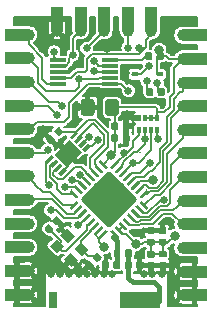
<source format=gbr>
G04 #@! TF.GenerationSoftware,KiCad,Pcbnew,(5.1.2-1)-1*
G04 #@! TF.CreationDate,2020-12-18T00:06:06+00:00*
G04 #@! TF.ProjectId,ESPV-BUG,45535056-2d42-4554-972e-6b696361645f,rev?*
G04 #@! TF.SameCoordinates,Original*
G04 #@! TF.FileFunction,Copper,L1,Top*
G04 #@! TF.FilePolarity,Positive*
%FSLAX46Y46*%
G04 Gerber Fmt 4.6, Leading zero omitted, Abs format (unit mm)*
G04 Created by KiCad (PCBNEW (5.1.2-1)-1) date 2020-12-18 00:06:06*
%MOMM*%
%LPD*%
G04 APERTURE LIST*
%ADD10R,0.800000X1.350000*%
%ADD11R,3.500000X1.350000*%
%ADD12C,0.100000*%
%ADD13C,0.590000*%
%ADD14R,0.400000X0.500000*%
%ADD15R,0.300000X0.500000*%
%ADD16C,1.000000*%
%ADD17R,2.000000X1.000000*%
%ADD18C,1.150000*%
%ADD19R,0.600000X0.450000*%
%ADD20R,1.000000X2.000000*%
%ADD21R,1.400000X0.300000*%
%ADD22C,0.300000*%
%ADD23C,1.450000*%
%ADD24C,3.450000*%
%ADD25C,0.250000*%
%ADD26C,0.800000*%
%ADD27C,0.650000*%
%ADD28C,0.200000*%
%ADD29C,0.150000*%
%ADD30C,0.400000*%
G04 APERTURE END LIST*
D10*
X166650000Y-89850000D03*
D11*
X174000000Y-89850000D03*
D12*
G36*
X173161958Y-85530710D02*
G01*
X173176276Y-85532834D01*
X173190317Y-85536351D01*
X173203946Y-85541228D01*
X173217031Y-85547417D01*
X173229447Y-85554858D01*
X173241073Y-85563481D01*
X173251798Y-85573202D01*
X173261519Y-85583927D01*
X173270142Y-85595553D01*
X173277583Y-85607969D01*
X173283772Y-85621054D01*
X173288649Y-85634683D01*
X173292166Y-85648724D01*
X173294290Y-85663042D01*
X173295000Y-85677500D01*
X173295000Y-86022500D01*
X173294290Y-86036958D01*
X173292166Y-86051276D01*
X173288649Y-86065317D01*
X173283772Y-86078946D01*
X173277583Y-86092031D01*
X173270142Y-86104447D01*
X173261519Y-86116073D01*
X173251798Y-86126798D01*
X173241073Y-86136519D01*
X173229447Y-86145142D01*
X173217031Y-86152583D01*
X173203946Y-86158772D01*
X173190317Y-86163649D01*
X173176276Y-86167166D01*
X173161958Y-86169290D01*
X173147500Y-86170000D01*
X172852500Y-86170000D01*
X172838042Y-86169290D01*
X172823724Y-86167166D01*
X172809683Y-86163649D01*
X172796054Y-86158772D01*
X172782969Y-86152583D01*
X172770553Y-86145142D01*
X172758927Y-86136519D01*
X172748202Y-86126798D01*
X172738481Y-86116073D01*
X172729858Y-86104447D01*
X172722417Y-86092031D01*
X172716228Y-86078946D01*
X172711351Y-86065317D01*
X172707834Y-86051276D01*
X172705710Y-86036958D01*
X172705000Y-86022500D01*
X172705000Y-85677500D01*
X172705710Y-85663042D01*
X172707834Y-85648724D01*
X172711351Y-85634683D01*
X172716228Y-85621054D01*
X172722417Y-85607969D01*
X172729858Y-85595553D01*
X172738481Y-85583927D01*
X172748202Y-85573202D01*
X172758927Y-85563481D01*
X172770553Y-85554858D01*
X172782969Y-85547417D01*
X172796054Y-85541228D01*
X172809683Y-85536351D01*
X172823724Y-85532834D01*
X172838042Y-85530710D01*
X172852500Y-85530000D01*
X173147500Y-85530000D01*
X173161958Y-85530710D01*
X173161958Y-85530710D01*
G37*
D13*
X173000000Y-85850000D03*
D12*
G36*
X172191958Y-85530710D02*
G01*
X172206276Y-85532834D01*
X172220317Y-85536351D01*
X172233946Y-85541228D01*
X172247031Y-85547417D01*
X172259447Y-85554858D01*
X172271073Y-85563481D01*
X172281798Y-85573202D01*
X172291519Y-85583927D01*
X172300142Y-85595553D01*
X172307583Y-85607969D01*
X172313772Y-85621054D01*
X172318649Y-85634683D01*
X172322166Y-85648724D01*
X172324290Y-85663042D01*
X172325000Y-85677500D01*
X172325000Y-86022500D01*
X172324290Y-86036958D01*
X172322166Y-86051276D01*
X172318649Y-86065317D01*
X172313772Y-86078946D01*
X172307583Y-86092031D01*
X172300142Y-86104447D01*
X172291519Y-86116073D01*
X172281798Y-86126798D01*
X172271073Y-86136519D01*
X172259447Y-86145142D01*
X172247031Y-86152583D01*
X172233946Y-86158772D01*
X172220317Y-86163649D01*
X172206276Y-86167166D01*
X172191958Y-86169290D01*
X172177500Y-86170000D01*
X171882500Y-86170000D01*
X171868042Y-86169290D01*
X171853724Y-86167166D01*
X171839683Y-86163649D01*
X171826054Y-86158772D01*
X171812969Y-86152583D01*
X171800553Y-86145142D01*
X171788927Y-86136519D01*
X171778202Y-86126798D01*
X171768481Y-86116073D01*
X171759858Y-86104447D01*
X171752417Y-86092031D01*
X171746228Y-86078946D01*
X171741351Y-86065317D01*
X171737834Y-86051276D01*
X171735710Y-86036958D01*
X171735000Y-86022500D01*
X171735000Y-85677500D01*
X171735710Y-85663042D01*
X171737834Y-85648724D01*
X171741351Y-85634683D01*
X171746228Y-85621054D01*
X171752417Y-85607969D01*
X171759858Y-85595553D01*
X171768481Y-85583927D01*
X171778202Y-85573202D01*
X171788927Y-85563481D01*
X171800553Y-85554858D01*
X171812969Y-85547417D01*
X171826054Y-85541228D01*
X171839683Y-85536351D01*
X171853724Y-85532834D01*
X171868042Y-85530710D01*
X171882500Y-85530000D01*
X172177500Y-85530000D01*
X172191958Y-85530710D01*
X172191958Y-85530710D01*
G37*
D13*
X172030000Y-85850000D03*
D12*
G36*
X166410886Y-75862830D02*
G01*
X166425204Y-75864954D01*
X166439245Y-75868471D01*
X166452874Y-75873348D01*
X166465959Y-75879537D01*
X166478375Y-75886978D01*
X166490001Y-75895601D01*
X166500726Y-75905322D01*
X166744678Y-76149274D01*
X166754399Y-76159999D01*
X166763022Y-76171625D01*
X166770463Y-76184041D01*
X166776652Y-76197126D01*
X166781529Y-76210755D01*
X166785046Y-76224796D01*
X166787170Y-76239114D01*
X166787880Y-76253572D01*
X166787170Y-76268030D01*
X166785046Y-76282348D01*
X166781529Y-76296389D01*
X166776652Y-76310018D01*
X166770463Y-76323103D01*
X166763022Y-76335519D01*
X166754399Y-76347145D01*
X166744678Y-76357870D01*
X166536082Y-76566466D01*
X166525357Y-76576187D01*
X166513731Y-76584810D01*
X166501315Y-76592251D01*
X166488230Y-76598440D01*
X166474601Y-76603317D01*
X166460560Y-76606834D01*
X166446242Y-76608958D01*
X166431784Y-76609668D01*
X166417326Y-76608958D01*
X166403008Y-76606834D01*
X166388967Y-76603317D01*
X166375338Y-76598440D01*
X166362253Y-76592251D01*
X166349837Y-76584810D01*
X166338211Y-76576187D01*
X166327486Y-76566466D01*
X166083534Y-76322514D01*
X166073813Y-76311789D01*
X166065190Y-76300163D01*
X166057749Y-76287747D01*
X166051560Y-76274662D01*
X166046683Y-76261033D01*
X166043166Y-76246992D01*
X166041042Y-76232674D01*
X166040332Y-76218216D01*
X166041042Y-76203758D01*
X166043166Y-76189440D01*
X166046683Y-76175399D01*
X166051560Y-76161770D01*
X166057749Y-76148685D01*
X166065190Y-76136269D01*
X166073813Y-76124643D01*
X166083534Y-76113918D01*
X166292130Y-75905322D01*
X166302855Y-75895601D01*
X166314481Y-75886978D01*
X166326897Y-75879537D01*
X166339982Y-75873348D01*
X166353611Y-75868471D01*
X166367652Y-75864954D01*
X166381970Y-75862830D01*
X166396428Y-75862120D01*
X166410886Y-75862830D01*
X166410886Y-75862830D01*
G37*
D13*
X166414106Y-76235894D03*
D12*
G36*
X167096780Y-75176936D02*
G01*
X167111098Y-75179060D01*
X167125139Y-75182577D01*
X167138768Y-75187454D01*
X167151853Y-75193643D01*
X167164269Y-75201084D01*
X167175895Y-75209707D01*
X167186620Y-75219428D01*
X167430572Y-75463380D01*
X167440293Y-75474105D01*
X167448916Y-75485731D01*
X167456357Y-75498147D01*
X167462546Y-75511232D01*
X167467423Y-75524861D01*
X167470940Y-75538902D01*
X167473064Y-75553220D01*
X167473774Y-75567678D01*
X167473064Y-75582136D01*
X167470940Y-75596454D01*
X167467423Y-75610495D01*
X167462546Y-75624124D01*
X167456357Y-75637209D01*
X167448916Y-75649625D01*
X167440293Y-75661251D01*
X167430572Y-75671976D01*
X167221976Y-75880572D01*
X167211251Y-75890293D01*
X167199625Y-75898916D01*
X167187209Y-75906357D01*
X167174124Y-75912546D01*
X167160495Y-75917423D01*
X167146454Y-75920940D01*
X167132136Y-75923064D01*
X167117678Y-75923774D01*
X167103220Y-75923064D01*
X167088902Y-75920940D01*
X167074861Y-75917423D01*
X167061232Y-75912546D01*
X167048147Y-75906357D01*
X167035731Y-75898916D01*
X167024105Y-75890293D01*
X167013380Y-75880572D01*
X166769428Y-75636620D01*
X166759707Y-75625895D01*
X166751084Y-75614269D01*
X166743643Y-75601853D01*
X166737454Y-75588768D01*
X166732577Y-75575139D01*
X166729060Y-75561098D01*
X166726936Y-75546780D01*
X166726226Y-75532322D01*
X166726936Y-75517864D01*
X166729060Y-75503546D01*
X166732577Y-75489505D01*
X166737454Y-75475876D01*
X166743643Y-75462791D01*
X166751084Y-75450375D01*
X166759707Y-75438749D01*
X166769428Y-75428024D01*
X166978024Y-75219428D01*
X166988749Y-75209707D01*
X167000375Y-75201084D01*
X167012791Y-75193643D01*
X167025876Y-75187454D01*
X167039505Y-75182577D01*
X167053546Y-75179060D01*
X167067864Y-75176936D01*
X167082322Y-75176226D01*
X167096780Y-75176936D01*
X167096780Y-75176936D01*
G37*
D13*
X167100000Y-75550000D03*
D12*
G36*
X175086958Y-83635710D02*
G01*
X175101276Y-83637834D01*
X175115317Y-83641351D01*
X175128946Y-83646228D01*
X175142031Y-83652417D01*
X175154447Y-83659858D01*
X175166073Y-83668481D01*
X175176798Y-83678202D01*
X175186519Y-83688927D01*
X175195142Y-83700553D01*
X175202583Y-83712969D01*
X175208772Y-83726054D01*
X175213649Y-83739683D01*
X175217166Y-83753724D01*
X175219290Y-83768042D01*
X175220000Y-83782500D01*
X175220000Y-84077500D01*
X175219290Y-84091958D01*
X175217166Y-84106276D01*
X175213649Y-84120317D01*
X175208772Y-84133946D01*
X175202583Y-84147031D01*
X175195142Y-84159447D01*
X175186519Y-84171073D01*
X175176798Y-84181798D01*
X175166073Y-84191519D01*
X175154447Y-84200142D01*
X175142031Y-84207583D01*
X175128946Y-84213772D01*
X175115317Y-84218649D01*
X175101276Y-84222166D01*
X175086958Y-84224290D01*
X175072500Y-84225000D01*
X174727500Y-84225000D01*
X174713042Y-84224290D01*
X174698724Y-84222166D01*
X174684683Y-84218649D01*
X174671054Y-84213772D01*
X174657969Y-84207583D01*
X174645553Y-84200142D01*
X174633927Y-84191519D01*
X174623202Y-84181798D01*
X174613481Y-84171073D01*
X174604858Y-84159447D01*
X174597417Y-84147031D01*
X174591228Y-84133946D01*
X174586351Y-84120317D01*
X174582834Y-84106276D01*
X174580710Y-84091958D01*
X174580000Y-84077500D01*
X174580000Y-83782500D01*
X174580710Y-83768042D01*
X174582834Y-83753724D01*
X174586351Y-83739683D01*
X174591228Y-83726054D01*
X174597417Y-83712969D01*
X174604858Y-83700553D01*
X174613481Y-83688927D01*
X174623202Y-83678202D01*
X174633927Y-83668481D01*
X174645553Y-83659858D01*
X174657969Y-83652417D01*
X174671054Y-83646228D01*
X174684683Y-83641351D01*
X174698724Y-83637834D01*
X174713042Y-83635710D01*
X174727500Y-83635000D01*
X175072500Y-83635000D01*
X175086958Y-83635710D01*
X175086958Y-83635710D01*
G37*
D13*
X174900000Y-83930000D03*
D12*
G36*
X175086958Y-84605710D02*
G01*
X175101276Y-84607834D01*
X175115317Y-84611351D01*
X175128946Y-84616228D01*
X175142031Y-84622417D01*
X175154447Y-84629858D01*
X175166073Y-84638481D01*
X175176798Y-84648202D01*
X175186519Y-84658927D01*
X175195142Y-84670553D01*
X175202583Y-84682969D01*
X175208772Y-84696054D01*
X175213649Y-84709683D01*
X175217166Y-84723724D01*
X175219290Y-84738042D01*
X175220000Y-84752500D01*
X175220000Y-85047500D01*
X175219290Y-85061958D01*
X175217166Y-85076276D01*
X175213649Y-85090317D01*
X175208772Y-85103946D01*
X175202583Y-85117031D01*
X175195142Y-85129447D01*
X175186519Y-85141073D01*
X175176798Y-85151798D01*
X175166073Y-85161519D01*
X175154447Y-85170142D01*
X175142031Y-85177583D01*
X175128946Y-85183772D01*
X175115317Y-85188649D01*
X175101276Y-85192166D01*
X175086958Y-85194290D01*
X175072500Y-85195000D01*
X174727500Y-85195000D01*
X174713042Y-85194290D01*
X174698724Y-85192166D01*
X174684683Y-85188649D01*
X174671054Y-85183772D01*
X174657969Y-85177583D01*
X174645553Y-85170142D01*
X174633927Y-85161519D01*
X174623202Y-85151798D01*
X174613481Y-85141073D01*
X174604858Y-85129447D01*
X174597417Y-85117031D01*
X174591228Y-85103946D01*
X174586351Y-85090317D01*
X174582834Y-85076276D01*
X174580710Y-85061958D01*
X174580000Y-85047500D01*
X174580000Y-84752500D01*
X174580710Y-84738042D01*
X174582834Y-84723724D01*
X174586351Y-84709683D01*
X174591228Y-84696054D01*
X174597417Y-84682969D01*
X174604858Y-84670553D01*
X174613481Y-84658927D01*
X174623202Y-84648202D01*
X174633927Y-84638481D01*
X174645553Y-84629858D01*
X174657969Y-84622417D01*
X174671054Y-84616228D01*
X174684683Y-84611351D01*
X174698724Y-84607834D01*
X174713042Y-84605710D01*
X174727500Y-84605000D01*
X175072500Y-84605000D01*
X175086958Y-84605710D01*
X175086958Y-84605710D01*
G37*
D13*
X174900000Y-84900000D03*
D12*
G36*
X176086958Y-83635710D02*
G01*
X176101276Y-83637834D01*
X176115317Y-83641351D01*
X176128946Y-83646228D01*
X176142031Y-83652417D01*
X176154447Y-83659858D01*
X176166073Y-83668481D01*
X176176798Y-83678202D01*
X176186519Y-83688927D01*
X176195142Y-83700553D01*
X176202583Y-83712969D01*
X176208772Y-83726054D01*
X176213649Y-83739683D01*
X176217166Y-83753724D01*
X176219290Y-83768042D01*
X176220000Y-83782500D01*
X176220000Y-84077500D01*
X176219290Y-84091958D01*
X176217166Y-84106276D01*
X176213649Y-84120317D01*
X176208772Y-84133946D01*
X176202583Y-84147031D01*
X176195142Y-84159447D01*
X176186519Y-84171073D01*
X176176798Y-84181798D01*
X176166073Y-84191519D01*
X176154447Y-84200142D01*
X176142031Y-84207583D01*
X176128946Y-84213772D01*
X176115317Y-84218649D01*
X176101276Y-84222166D01*
X176086958Y-84224290D01*
X176072500Y-84225000D01*
X175727500Y-84225000D01*
X175713042Y-84224290D01*
X175698724Y-84222166D01*
X175684683Y-84218649D01*
X175671054Y-84213772D01*
X175657969Y-84207583D01*
X175645553Y-84200142D01*
X175633927Y-84191519D01*
X175623202Y-84181798D01*
X175613481Y-84171073D01*
X175604858Y-84159447D01*
X175597417Y-84147031D01*
X175591228Y-84133946D01*
X175586351Y-84120317D01*
X175582834Y-84106276D01*
X175580710Y-84091958D01*
X175580000Y-84077500D01*
X175580000Y-83782500D01*
X175580710Y-83768042D01*
X175582834Y-83753724D01*
X175586351Y-83739683D01*
X175591228Y-83726054D01*
X175597417Y-83712969D01*
X175604858Y-83700553D01*
X175613481Y-83688927D01*
X175623202Y-83678202D01*
X175633927Y-83668481D01*
X175645553Y-83659858D01*
X175657969Y-83652417D01*
X175671054Y-83646228D01*
X175684683Y-83641351D01*
X175698724Y-83637834D01*
X175713042Y-83635710D01*
X175727500Y-83635000D01*
X176072500Y-83635000D01*
X176086958Y-83635710D01*
X176086958Y-83635710D01*
G37*
D13*
X175900000Y-83930000D03*
D12*
G36*
X176086958Y-84605710D02*
G01*
X176101276Y-84607834D01*
X176115317Y-84611351D01*
X176128946Y-84616228D01*
X176142031Y-84622417D01*
X176154447Y-84629858D01*
X176166073Y-84638481D01*
X176176798Y-84648202D01*
X176186519Y-84658927D01*
X176195142Y-84670553D01*
X176202583Y-84682969D01*
X176208772Y-84696054D01*
X176213649Y-84709683D01*
X176217166Y-84723724D01*
X176219290Y-84738042D01*
X176220000Y-84752500D01*
X176220000Y-85047500D01*
X176219290Y-85061958D01*
X176217166Y-85076276D01*
X176213649Y-85090317D01*
X176208772Y-85103946D01*
X176202583Y-85117031D01*
X176195142Y-85129447D01*
X176186519Y-85141073D01*
X176176798Y-85151798D01*
X176166073Y-85161519D01*
X176154447Y-85170142D01*
X176142031Y-85177583D01*
X176128946Y-85183772D01*
X176115317Y-85188649D01*
X176101276Y-85192166D01*
X176086958Y-85194290D01*
X176072500Y-85195000D01*
X175727500Y-85195000D01*
X175713042Y-85194290D01*
X175698724Y-85192166D01*
X175684683Y-85188649D01*
X175671054Y-85183772D01*
X175657969Y-85177583D01*
X175645553Y-85170142D01*
X175633927Y-85161519D01*
X175623202Y-85151798D01*
X175613481Y-85141073D01*
X175604858Y-85129447D01*
X175597417Y-85117031D01*
X175591228Y-85103946D01*
X175586351Y-85090317D01*
X175582834Y-85076276D01*
X175580710Y-85061958D01*
X175580000Y-85047500D01*
X175580000Y-84752500D01*
X175580710Y-84738042D01*
X175582834Y-84723724D01*
X175586351Y-84709683D01*
X175591228Y-84696054D01*
X175597417Y-84682969D01*
X175604858Y-84670553D01*
X175613481Y-84658927D01*
X175623202Y-84648202D01*
X175633927Y-84638481D01*
X175645553Y-84629858D01*
X175657969Y-84622417D01*
X175671054Y-84616228D01*
X175684683Y-84611351D01*
X175698724Y-84607834D01*
X175713042Y-84605710D01*
X175727500Y-84605000D01*
X176072500Y-84605000D01*
X176086958Y-84605710D01*
X176086958Y-84605710D01*
G37*
D13*
X175900000Y-84900000D03*
D12*
G36*
X166946780Y-82726936D02*
G01*
X166961098Y-82729060D01*
X166975139Y-82732577D01*
X166988768Y-82737454D01*
X167001853Y-82743643D01*
X167014269Y-82751084D01*
X167025895Y-82759707D01*
X167036620Y-82769428D01*
X167280572Y-83013380D01*
X167290293Y-83024105D01*
X167298916Y-83035731D01*
X167306357Y-83048147D01*
X167312546Y-83061232D01*
X167317423Y-83074861D01*
X167320940Y-83088902D01*
X167323064Y-83103220D01*
X167323774Y-83117678D01*
X167323064Y-83132136D01*
X167320940Y-83146454D01*
X167317423Y-83160495D01*
X167312546Y-83174124D01*
X167306357Y-83187209D01*
X167298916Y-83199625D01*
X167290293Y-83211251D01*
X167280572Y-83221976D01*
X167071976Y-83430572D01*
X167061251Y-83440293D01*
X167049625Y-83448916D01*
X167037209Y-83456357D01*
X167024124Y-83462546D01*
X167010495Y-83467423D01*
X166996454Y-83470940D01*
X166982136Y-83473064D01*
X166967678Y-83473774D01*
X166953220Y-83473064D01*
X166938902Y-83470940D01*
X166924861Y-83467423D01*
X166911232Y-83462546D01*
X166898147Y-83456357D01*
X166885731Y-83448916D01*
X166874105Y-83440293D01*
X166863380Y-83430572D01*
X166619428Y-83186620D01*
X166609707Y-83175895D01*
X166601084Y-83164269D01*
X166593643Y-83151853D01*
X166587454Y-83138768D01*
X166582577Y-83125139D01*
X166579060Y-83111098D01*
X166576936Y-83096780D01*
X166576226Y-83082322D01*
X166576936Y-83067864D01*
X166579060Y-83053546D01*
X166582577Y-83039505D01*
X166587454Y-83025876D01*
X166593643Y-83012791D01*
X166601084Y-83000375D01*
X166609707Y-82988749D01*
X166619428Y-82978024D01*
X166828024Y-82769428D01*
X166838749Y-82759707D01*
X166850375Y-82751084D01*
X166862791Y-82743643D01*
X166875876Y-82737454D01*
X166889505Y-82732577D01*
X166903546Y-82729060D01*
X166917864Y-82726936D01*
X166932322Y-82726226D01*
X166946780Y-82726936D01*
X166946780Y-82726936D01*
G37*
D13*
X166950000Y-83100000D03*
D12*
G36*
X166260886Y-83412830D02*
G01*
X166275204Y-83414954D01*
X166289245Y-83418471D01*
X166302874Y-83423348D01*
X166315959Y-83429537D01*
X166328375Y-83436978D01*
X166340001Y-83445601D01*
X166350726Y-83455322D01*
X166594678Y-83699274D01*
X166604399Y-83709999D01*
X166613022Y-83721625D01*
X166620463Y-83734041D01*
X166626652Y-83747126D01*
X166631529Y-83760755D01*
X166635046Y-83774796D01*
X166637170Y-83789114D01*
X166637880Y-83803572D01*
X166637170Y-83818030D01*
X166635046Y-83832348D01*
X166631529Y-83846389D01*
X166626652Y-83860018D01*
X166620463Y-83873103D01*
X166613022Y-83885519D01*
X166604399Y-83897145D01*
X166594678Y-83907870D01*
X166386082Y-84116466D01*
X166375357Y-84126187D01*
X166363731Y-84134810D01*
X166351315Y-84142251D01*
X166338230Y-84148440D01*
X166324601Y-84153317D01*
X166310560Y-84156834D01*
X166296242Y-84158958D01*
X166281784Y-84159668D01*
X166267326Y-84158958D01*
X166253008Y-84156834D01*
X166238967Y-84153317D01*
X166225338Y-84148440D01*
X166212253Y-84142251D01*
X166199837Y-84134810D01*
X166188211Y-84126187D01*
X166177486Y-84116466D01*
X165933534Y-83872514D01*
X165923813Y-83861789D01*
X165915190Y-83850163D01*
X165907749Y-83837747D01*
X165901560Y-83824662D01*
X165896683Y-83811033D01*
X165893166Y-83796992D01*
X165891042Y-83782674D01*
X165890332Y-83768216D01*
X165891042Y-83753758D01*
X165893166Y-83739440D01*
X165896683Y-83725399D01*
X165901560Y-83711770D01*
X165907749Y-83698685D01*
X165915190Y-83686269D01*
X165923813Y-83674643D01*
X165933534Y-83663918D01*
X166142130Y-83455322D01*
X166152855Y-83445601D01*
X166164481Y-83436978D01*
X166176897Y-83429537D01*
X166189982Y-83423348D01*
X166203611Y-83418471D01*
X166217652Y-83414954D01*
X166231970Y-83412830D01*
X166246428Y-83412120D01*
X166260886Y-83412830D01*
X166260886Y-83412830D01*
G37*
D13*
X166264106Y-83785894D03*
D12*
G36*
X169660886Y-86512830D02*
G01*
X169675204Y-86514954D01*
X169689245Y-86518471D01*
X169702874Y-86523348D01*
X169715959Y-86529537D01*
X169728375Y-86536978D01*
X169740001Y-86545601D01*
X169750726Y-86555322D01*
X169994678Y-86799274D01*
X170004399Y-86809999D01*
X170013022Y-86821625D01*
X170020463Y-86834041D01*
X170026652Y-86847126D01*
X170031529Y-86860755D01*
X170035046Y-86874796D01*
X170037170Y-86889114D01*
X170037880Y-86903572D01*
X170037170Y-86918030D01*
X170035046Y-86932348D01*
X170031529Y-86946389D01*
X170026652Y-86960018D01*
X170020463Y-86973103D01*
X170013022Y-86985519D01*
X170004399Y-86997145D01*
X169994678Y-87007870D01*
X169786082Y-87216466D01*
X169775357Y-87226187D01*
X169763731Y-87234810D01*
X169751315Y-87242251D01*
X169738230Y-87248440D01*
X169724601Y-87253317D01*
X169710560Y-87256834D01*
X169696242Y-87258958D01*
X169681784Y-87259668D01*
X169667326Y-87258958D01*
X169653008Y-87256834D01*
X169638967Y-87253317D01*
X169625338Y-87248440D01*
X169612253Y-87242251D01*
X169599837Y-87234810D01*
X169588211Y-87226187D01*
X169577486Y-87216466D01*
X169333534Y-86972514D01*
X169323813Y-86961789D01*
X169315190Y-86950163D01*
X169307749Y-86937747D01*
X169301560Y-86924662D01*
X169296683Y-86911033D01*
X169293166Y-86896992D01*
X169291042Y-86882674D01*
X169290332Y-86868216D01*
X169291042Y-86853758D01*
X169293166Y-86839440D01*
X169296683Y-86825399D01*
X169301560Y-86811770D01*
X169307749Y-86798685D01*
X169315190Y-86786269D01*
X169323813Y-86774643D01*
X169333534Y-86763918D01*
X169542130Y-86555322D01*
X169552855Y-86545601D01*
X169564481Y-86536978D01*
X169576897Y-86529537D01*
X169589982Y-86523348D01*
X169603611Y-86518471D01*
X169617652Y-86514954D01*
X169631970Y-86512830D01*
X169646428Y-86512120D01*
X169660886Y-86512830D01*
X169660886Y-86512830D01*
G37*
D13*
X169664106Y-86885894D03*
D12*
G36*
X170346780Y-85826936D02*
G01*
X170361098Y-85829060D01*
X170375139Y-85832577D01*
X170388768Y-85837454D01*
X170401853Y-85843643D01*
X170414269Y-85851084D01*
X170425895Y-85859707D01*
X170436620Y-85869428D01*
X170680572Y-86113380D01*
X170690293Y-86124105D01*
X170698916Y-86135731D01*
X170706357Y-86148147D01*
X170712546Y-86161232D01*
X170717423Y-86174861D01*
X170720940Y-86188902D01*
X170723064Y-86203220D01*
X170723774Y-86217678D01*
X170723064Y-86232136D01*
X170720940Y-86246454D01*
X170717423Y-86260495D01*
X170712546Y-86274124D01*
X170706357Y-86287209D01*
X170698916Y-86299625D01*
X170690293Y-86311251D01*
X170680572Y-86321976D01*
X170471976Y-86530572D01*
X170461251Y-86540293D01*
X170449625Y-86548916D01*
X170437209Y-86556357D01*
X170424124Y-86562546D01*
X170410495Y-86567423D01*
X170396454Y-86570940D01*
X170382136Y-86573064D01*
X170367678Y-86573774D01*
X170353220Y-86573064D01*
X170338902Y-86570940D01*
X170324861Y-86567423D01*
X170311232Y-86562546D01*
X170298147Y-86556357D01*
X170285731Y-86548916D01*
X170274105Y-86540293D01*
X170263380Y-86530572D01*
X170019428Y-86286620D01*
X170009707Y-86275895D01*
X170001084Y-86264269D01*
X169993643Y-86251853D01*
X169987454Y-86238768D01*
X169982577Y-86225139D01*
X169979060Y-86211098D01*
X169976936Y-86196780D01*
X169976226Y-86182322D01*
X169976936Y-86167864D01*
X169979060Y-86153546D01*
X169982577Y-86139505D01*
X169987454Y-86125876D01*
X169993643Y-86112791D01*
X170001084Y-86100375D01*
X170009707Y-86088749D01*
X170019428Y-86078024D01*
X170228024Y-85869428D01*
X170238749Y-85859707D01*
X170250375Y-85851084D01*
X170262791Y-85843643D01*
X170275876Y-85837454D01*
X170289505Y-85832577D01*
X170303546Y-85829060D01*
X170317864Y-85826936D01*
X170332322Y-85826226D01*
X170346780Y-85826936D01*
X170346780Y-85826936D01*
G37*
D13*
X170350000Y-86200000D03*
D12*
G36*
X172961958Y-74780710D02*
G01*
X172976276Y-74782834D01*
X172990317Y-74786351D01*
X173003946Y-74791228D01*
X173017031Y-74797417D01*
X173029447Y-74804858D01*
X173041073Y-74813481D01*
X173051798Y-74823202D01*
X173061519Y-74833927D01*
X173070142Y-74845553D01*
X173077583Y-74857969D01*
X173083772Y-74871054D01*
X173088649Y-74884683D01*
X173092166Y-74898724D01*
X173094290Y-74913042D01*
X173095000Y-74927500D01*
X173095000Y-75272500D01*
X173094290Y-75286958D01*
X173092166Y-75301276D01*
X173088649Y-75315317D01*
X173083772Y-75328946D01*
X173077583Y-75342031D01*
X173070142Y-75354447D01*
X173061519Y-75366073D01*
X173051798Y-75376798D01*
X173041073Y-75386519D01*
X173029447Y-75395142D01*
X173017031Y-75402583D01*
X173003946Y-75408772D01*
X172990317Y-75413649D01*
X172976276Y-75417166D01*
X172961958Y-75419290D01*
X172947500Y-75420000D01*
X172652500Y-75420000D01*
X172638042Y-75419290D01*
X172623724Y-75417166D01*
X172609683Y-75413649D01*
X172596054Y-75408772D01*
X172582969Y-75402583D01*
X172570553Y-75395142D01*
X172558927Y-75386519D01*
X172548202Y-75376798D01*
X172538481Y-75366073D01*
X172529858Y-75354447D01*
X172522417Y-75342031D01*
X172516228Y-75328946D01*
X172511351Y-75315317D01*
X172507834Y-75301276D01*
X172505710Y-75286958D01*
X172505000Y-75272500D01*
X172505000Y-74927500D01*
X172505710Y-74913042D01*
X172507834Y-74898724D01*
X172511351Y-74884683D01*
X172516228Y-74871054D01*
X172522417Y-74857969D01*
X172529858Y-74845553D01*
X172538481Y-74833927D01*
X172548202Y-74823202D01*
X172558927Y-74813481D01*
X172570553Y-74804858D01*
X172582969Y-74797417D01*
X172596054Y-74791228D01*
X172609683Y-74786351D01*
X172623724Y-74782834D01*
X172638042Y-74780710D01*
X172652500Y-74780000D01*
X172947500Y-74780000D01*
X172961958Y-74780710D01*
X172961958Y-74780710D01*
G37*
D13*
X172800000Y-75100000D03*
D12*
G36*
X171991958Y-74780710D02*
G01*
X172006276Y-74782834D01*
X172020317Y-74786351D01*
X172033946Y-74791228D01*
X172047031Y-74797417D01*
X172059447Y-74804858D01*
X172071073Y-74813481D01*
X172081798Y-74823202D01*
X172091519Y-74833927D01*
X172100142Y-74845553D01*
X172107583Y-74857969D01*
X172113772Y-74871054D01*
X172118649Y-74884683D01*
X172122166Y-74898724D01*
X172124290Y-74913042D01*
X172125000Y-74927500D01*
X172125000Y-75272500D01*
X172124290Y-75286958D01*
X172122166Y-75301276D01*
X172118649Y-75315317D01*
X172113772Y-75328946D01*
X172107583Y-75342031D01*
X172100142Y-75354447D01*
X172091519Y-75366073D01*
X172081798Y-75376798D01*
X172071073Y-75386519D01*
X172059447Y-75395142D01*
X172047031Y-75402583D01*
X172033946Y-75408772D01*
X172020317Y-75413649D01*
X172006276Y-75417166D01*
X171991958Y-75419290D01*
X171977500Y-75420000D01*
X171682500Y-75420000D01*
X171668042Y-75419290D01*
X171653724Y-75417166D01*
X171639683Y-75413649D01*
X171626054Y-75408772D01*
X171612969Y-75402583D01*
X171600553Y-75395142D01*
X171588927Y-75386519D01*
X171578202Y-75376798D01*
X171568481Y-75366073D01*
X171559858Y-75354447D01*
X171552417Y-75342031D01*
X171546228Y-75328946D01*
X171541351Y-75315317D01*
X171537834Y-75301276D01*
X171535710Y-75286958D01*
X171535000Y-75272500D01*
X171535000Y-74927500D01*
X171535710Y-74913042D01*
X171537834Y-74898724D01*
X171541351Y-74884683D01*
X171546228Y-74871054D01*
X171552417Y-74857969D01*
X171559858Y-74845553D01*
X171568481Y-74833927D01*
X171578202Y-74823202D01*
X171588927Y-74813481D01*
X171600553Y-74804858D01*
X171612969Y-74797417D01*
X171626054Y-74791228D01*
X171639683Y-74786351D01*
X171653724Y-74782834D01*
X171668042Y-74780710D01*
X171682500Y-74780000D01*
X171977500Y-74780000D01*
X171991958Y-74780710D01*
X171991958Y-74780710D01*
G37*
D13*
X171830000Y-75100000D03*
D12*
G36*
X176101958Y-86590710D02*
G01*
X176116276Y-86592834D01*
X176130317Y-86596351D01*
X176143946Y-86601228D01*
X176157031Y-86607417D01*
X176169447Y-86614858D01*
X176181073Y-86623481D01*
X176191798Y-86633202D01*
X176201519Y-86643927D01*
X176210142Y-86655553D01*
X176217583Y-86667969D01*
X176223772Y-86681054D01*
X176228649Y-86694683D01*
X176232166Y-86708724D01*
X176234290Y-86723042D01*
X176235000Y-86737500D01*
X176235000Y-87032500D01*
X176234290Y-87046958D01*
X176232166Y-87061276D01*
X176228649Y-87075317D01*
X176223772Y-87088946D01*
X176217583Y-87102031D01*
X176210142Y-87114447D01*
X176201519Y-87126073D01*
X176191798Y-87136798D01*
X176181073Y-87146519D01*
X176169447Y-87155142D01*
X176157031Y-87162583D01*
X176143946Y-87168772D01*
X176130317Y-87173649D01*
X176116276Y-87177166D01*
X176101958Y-87179290D01*
X176087500Y-87180000D01*
X175742500Y-87180000D01*
X175728042Y-87179290D01*
X175713724Y-87177166D01*
X175699683Y-87173649D01*
X175686054Y-87168772D01*
X175672969Y-87162583D01*
X175660553Y-87155142D01*
X175648927Y-87146519D01*
X175638202Y-87136798D01*
X175628481Y-87126073D01*
X175619858Y-87114447D01*
X175612417Y-87102031D01*
X175606228Y-87088946D01*
X175601351Y-87075317D01*
X175597834Y-87061276D01*
X175595710Y-87046958D01*
X175595000Y-87032500D01*
X175595000Y-86737500D01*
X175595710Y-86723042D01*
X175597834Y-86708724D01*
X175601351Y-86694683D01*
X175606228Y-86681054D01*
X175612417Y-86667969D01*
X175619858Y-86655553D01*
X175628481Y-86643927D01*
X175638202Y-86633202D01*
X175648927Y-86623481D01*
X175660553Y-86614858D01*
X175672969Y-86607417D01*
X175686054Y-86601228D01*
X175699683Y-86596351D01*
X175713724Y-86592834D01*
X175728042Y-86590710D01*
X175742500Y-86590000D01*
X176087500Y-86590000D01*
X176101958Y-86590710D01*
X176101958Y-86590710D01*
G37*
D13*
X175915000Y-86885000D03*
D12*
G36*
X176101958Y-85620710D02*
G01*
X176116276Y-85622834D01*
X176130317Y-85626351D01*
X176143946Y-85631228D01*
X176157031Y-85637417D01*
X176169447Y-85644858D01*
X176181073Y-85653481D01*
X176191798Y-85663202D01*
X176201519Y-85673927D01*
X176210142Y-85685553D01*
X176217583Y-85697969D01*
X176223772Y-85711054D01*
X176228649Y-85724683D01*
X176232166Y-85738724D01*
X176234290Y-85753042D01*
X176235000Y-85767500D01*
X176235000Y-86062500D01*
X176234290Y-86076958D01*
X176232166Y-86091276D01*
X176228649Y-86105317D01*
X176223772Y-86118946D01*
X176217583Y-86132031D01*
X176210142Y-86144447D01*
X176201519Y-86156073D01*
X176191798Y-86166798D01*
X176181073Y-86176519D01*
X176169447Y-86185142D01*
X176157031Y-86192583D01*
X176143946Y-86198772D01*
X176130317Y-86203649D01*
X176116276Y-86207166D01*
X176101958Y-86209290D01*
X176087500Y-86210000D01*
X175742500Y-86210000D01*
X175728042Y-86209290D01*
X175713724Y-86207166D01*
X175699683Y-86203649D01*
X175686054Y-86198772D01*
X175672969Y-86192583D01*
X175660553Y-86185142D01*
X175648927Y-86176519D01*
X175638202Y-86166798D01*
X175628481Y-86156073D01*
X175619858Y-86144447D01*
X175612417Y-86132031D01*
X175606228Y-86118946D01*
X175601351Y-86105317D01*
X175597834Y-86091276D01*
X175595710Y-86076958D01*
X175595000Y-86062500D01*
X175595000Y-85767500D01*
X175595710Y-85753042D01*
X175597834Y-85738724D01*
X175601351Y-85724683D01*
X175606228Y-85711054D01*
X175612417Y-85697969D01*
X175619858Y-85685553D01*
X175628481Y-85673927D01*
X175638202Y-85663202D01*
X175648927Y-85653481D01*
X175660553Y-85644858D01*
X175672969Y-85637417D01*
X175686054Y-85631228D01*
X175699683Y-85626351D01*
X175713724Y-85622834D01*
X175728042Y-85620710D01*
X175742500Y-85620000D01*
X176087500Y-85620000D01*
X176101958Y-85620710D01*
X176101958Y-85620710D01*
G37*
D13*
X175915000Y-85915000D03*
D12*
G36*
X172961958Y-75780710D02*
G01*
X172976276Y-75782834D01*
X172990317Y-75786351D01*
X173003946Y-75791228D01*
X173017031Y-75797417D01*
X173029447Y-75804858D01*
X173041073Y-75813481D01*
X173051798Y-75823202D01*
X173061519Y-75833927D01*
X173070142Y-75845553D01*
X173077583Y-75857969D01*
X173083772Y-75871054D01*
X173088649Y-75884683D01*
X173092166Y-75898724D01*
X173094290Y-75913042D01*
X173095000Y-75927500D01*
X173095000Y-76272500D01*
X173094290Y-76286958D01*
X173092166Y-76301276D01*
X173088649Y-76315317D01*
X173083772Y-76328946D01*
X173077583Y-76342031D01*
X173070142Y-76354447D01*
X173061519Y-76366073D01*
X173051798Y-76376798D01*
X173041073Y-76386519D01*
X173029447Y-76395142D01*
X173017031Y-76402583D01*
X173003946Y-76408772D01*
X172990317Y-76413649D01*
X172976276Y-76417166D01*
X172961958Y-76419290D01*
X172947500Y-76420000D01*
X172652500Y-76420000D01*
X172638042Y-76419290D01*
X172623724Y-76417166D01*
X172609683Y-76413649D01*
X172596054Y-76408772D01*
X172582969Y-76402583D01*
X172570553Y-76395142D01*
X172558927Y-76386519D01*
X172548202Y-76376798D01*
X172538481Y-76366073D01*
X172529858Y-76354447D01*
X172522417Y-76342031D01*
X172516228Y-76328946D01*
X172511351Y-76315317D01*
X172507834Y-76301276D01*
X172505710Y-76286958D01*
X172505000Y-76272500D01*
X172505000Y-75927500D01*
X172505710Y-75913042D01*
X172507834Y-75898724D01*
X172511351Y-75884683D01*
X172516228Y-75871054D01*
X172522417Y-75857969D01*
X172529858Y-75845553D01*
X172538481Y-75833927D01*
X172548202Y-75823202D01*
X172558927Y-75813481D01*
X172570553Y-75804858D01*
X172582969Y-75797417D01*
X172596054Y-75791228D01*
X172609683Y-75786351D01*
X172623724Y-75782834D01*
X172638042Y-75780710D01*
X172652500Y-75780000D01*
X172947500Y-75780000D01*
X172961958Y-75780710D01*
X172961958Y-75780710D01*
G37*
D13*
X172800000Y-76100000D03*
D12*
G36*
X171991958Y-75780710D02*
G01*
X172006276Y-75782834D01*
X172020317Y-75786351D01*
X172033946Y-75791228D01*
X172047031Y-75797417D01*
X172059447Y-75804858D01*
X172071073Y-75813481D01*
X172081798Y-75823202D01*
X172091519Y-75833927D01*
X172100142Y-75845553D01*
X172107583Y-75857969D01*
X172113772Y-75871054D01*
X172118649Y-75884683D01*
X172122166Y-75898724D01*
X172124290Y-75913042D01*
X172125000Y-75927500D01*
X172125000Y-76272500D01*
X172124290Y-76286958D01*
X172122166Y-76301276D01*
X172118649Y-76315317D01*
X172113772Y-76328946D01*
X172107583Y-76342031D01*
X172100142Y-76354447D01*
X172091519Y-76366073D01*
X172081798Y-76376798D01*
X172071073Y-76386519D01*
X172059447Y-76395142D01*
X172047031Y-76402583D01*
X172033946Y-76408772D01*
X172020317Y-76413649D01*
X172006276Y-76417166D01*
X171991958Y-76419290D01*
X171977500Y-76420000D01*
X171682500Y-76420000D01*
X171668042Y-76419290D01*
X171653724Y-76417166D01*
X171639683Y-76413649D01*
X171626054Y-76408772D01*
X171612969Y-76402583D01*
X171600553Y-76395142D01*
X171588927Y-76386519D01*
X171578202Y-76376798D01*
X171568481Y-76366073D01*
X171559858Y-76354447D01*
X171552417Y-76342031D01*
X171546228Y-76328946D01*
X171541351Y-76315317D01*
X171537834Y-76301276D01*
X171535710Y-76286958D01*
X171535000Y-76272500D01*
X171535000Y-75927500D01*
X171535710Y-75913042D01*
X171537834Y-75898724D01*
X171541351Y-75884683D01*
X171546228Y-75871054D01*
X171552417Y-75857969D01*
X171559858Y-75845553D01*
X171568481Y-75833927D01*
X171578202Y-75823202D01*
X171588927Y-75813481D01*
X171600553Y-75804858D01*
X171612969Y-75797417D01*
X171626054Y-75791228D01*
X171639683Y-75786351D01*
X171653724Y-75782834D01*
X171668042Y-75780710D01*
X171682500Y-75780000D01*
X171977500Y-75780000D01*
X171991958Y-75780710D01*
X171991958Y-75780710D01*
G37*
D13*
X171830000Y-76100000D03*
D12*
G36*
X171191958Y-86530710D02*
G01*
X171206276Y-86532834D01*
X171220317Y-86536351D01*
X171233946Y-86541228D01*
X171247031Y-86547417D01*
X171259447Y-86554858D01*
X171271073Y-86563481D01*
X171281798Y-86573202D01*
X171291519Y-86583927D01*
X171300142Y-86595553D01*
X171307583Y-86607969D01*
X171313772Y-86621054D01*
X171318649Y-86634683D01*
X171322166Y-86648724D01*
X171324290Y-86663042D01*
X171325000Y-86677500D01*
X171325000Y-87022500D01*
X171324290Y-87036958D01*
X171322166Y-87051276D01*
X171318649Y-87065317D01*
X171313772Y-87078946D01*
X171307583Y-87092031D01*
X171300142Y-87104447D01*
X171291519Y-87116073D01*
X171281798Y-87126798D01*
X171271073Y-87136519D01*
X171259447Y-87145142D01*
X171247031Y-87152583D01*
X171233946Y-87158772D01*
X171220317Y-87163649D01*
X171206276Y-87167166D01*
X171191958Y-87169290D01*
X171177500Y-87170000D01*
X170882500Y-87170000D01*
X170868042Y-87169290D01*
X170853724Y-87167166D01*
X170839683Y-87163649D01*
X170826054Y-87158772D01*
X170812969Y-87152583D01*
X170800553Y-87145142D01*
X170788927Y-87136519D01*
X170778202Y-87126798D01*
X170768481Y-87116073D01*
X170759858Y-87104447D01*
X170752417Y-87092031D01*
X170746228Y-87078946D01*
X170741351Y-87065317D01*
X170737834Y-87051276D01*
X170735710Y-87036958D01*
X170735000Y-87022500D01*
X170735000Y-86677500D01*
X170735710Y-86663042D01*
X170737834Y-86648724D01*
X170741351Y-86634683D01*
X170746228Y-86621054D01*
X170752417Y-86607969D01*
X170759858Y-86595553D01*
X170768481Y-86583927D01*
X170778202Y-86573202D01*
X170788927Y-86563481D01*
X170800553Y-86554858D01*
X170812969Y-86547417D01*
X170826054Y-86541228D01*
X170839683Y-86536351D01*
X170853724Y-86532834D01*
X170868042Y-86530710D01*
X170882500Y-86530000D01*
X171177500Y-86530000D01*
X171191958Y-86530710D01*
X171191958Y-86530710D01*
G37*
D13*
X171030000Y-86850000D03*
D12*
G36*
X172161958Y-86530710D02*
G01*
X172176276Y-86532834D01*
X172190317Y-86536351D01*
X172203946Y-86541228D01*
X172217031Y-86547417D01*
X172229447Y-86554858D01*
X172241073Y-86563481D01*
X172251798Y-86573202D01*
X172261519Y-86583927D01*
X172270142Y-86595553D01*
X172277583Y-86607969D01*
X172283772Y-86621054D01*
X172288649Y-86634683D01*
X172292166Y-86648724D01*
X172294290Y-86663042D01*
X172295000Y-86677500D01*
X172295000Y-87022500D01*
X172294290Y-87036958D01*
X172292166Y-87051276D01*
X172288649Y-87065317D01*
X172283772Y-87078946D01*
X172277583Y-87092031D01*
X172270142Y-87104447D01*
X172261519Y-87116073D01*
X172251798Y-87126798D01*
X172241073Y-87136519D01*
X172229447Y-87145142D01*
X172217031Y-87152583D01*
X172203946Y-87158772D01*
X172190317Y-87163649D01*
X172176276Y-87167166D01*
X172161958Y-87169290D01*
X172147500Y-87170000D01*
X171852500Y-87170000D01*
X171838042Y-87169290D01*
X171823724Y-87167166D01*
X171809683Y-87163649D01*
X171796054Y-87158772D01*
X171782969Y-87152583D01*
X171770553Y-87145142D01*
X171758927Y-87136519D01*
X171748202Y-87126798D01*
X171738481Y-87116073D01*
X171729858Y-87104447D01*
X171722417Y-87092031D01*
X171716228Y-87078946D01*
X171711351Y-87065317D01*
X171707834Y-87051276D01*
X171705710Y-87036958D01*
X171705000Y-87022500D01*
X171705000Y-86677500D01*
X171705710Y-86663042D01*
X171707834Y-86648724D01*
X171711351Y-86634683D01*
X171716228Y-86621054D01*
X171722417Y-86607969D01*
X171729858Y-86595553D01*
X171738481Y-86583927D01*
X171748202Y-86573202D01*
X171758927Y-86563481D01*
X171770553Y-86554858D01*
X171782969Y-86547417D01*
X171796054Y-86541228D01*
X171809683Y-86536351D01*
X171823724Y-86532834D01*
X171838042Y-86530710D01*
X171852500Y-86530000D01*
X172147500Y-86530000D01*
X172161958Y-86530710D01*
X172161958Y-86530710D01*
G37*
D13*
X172000000Y-86850000D03*
D12*
G36*
X174111958Y-86530710D02*
G01*
X174126276Y-86532834D01*
X174140317Y-86536351D01*
X174153946Y-86541228D01*
X174167031Y-86547417D01*
X174179447Y-86554858D01*
X174191073Y-86563481D01*
X174201798Y-86573202D01*
X174211519Y-86583927D01*
X174220142Y-86595553D01*
X174227583Y-86607969D01*
X174233772Y-86621054D01*
X174238649Y-86634683D01*
X174242166Y-86648724D01*
X174244290Y-86663042D01*
X174245000Y-86677500D01*
X174245000Y-87022500D01*
X174244290Y-87036958D01*
X174242166Y-87051276D01*
X174238649Y-87065317D01*
X174233772Y-87078946D01*
X174227583Y-87092031D01*
X174220142Y-87104447D01*
X174211519Y-87116073D01*
X174201798Y-87126798D01*
X174191073Y-87136519D01*
X174179447Y-87145142D01*
X174167031Y-87152583D01*
X174153946Y-87158772D01*
X174140317Y-87163649D01*
X174126276Y-87167166D01*
X174111958Y-87169290D01*
X174097500Y-87170000D01*
X173802500Y-87170000D01*
X173788042Y-87169290D01*
X173773724Y-87167166D01*
X173759683Y-87163649D01*
X173746054Y-87158772D01*
X173732969Y-87152583D01*
X173720553Y-87145142D01*
X173708927Y-87136519D01*
X173698202Y-87126798D01*
X173688481Y-87116073D01*
X173679858Y-87104447D01*
X173672417Y-87092031D01*
X173666228Y-87078946D01*
X173661351Y-87065317D01*
X173657834Y-87051276D01*
X173655710Y-87036958D01*
X173655000Y-87022500D01*
X173655000Y-86677500D01*
X173655710Y-86663042D01*
X173657834Y-86648724D01*
X173661351Y-86634683D01*
X173666228Y-86621054D01*
X173672417Y-86607969D01*
X173679858Y-86595553D01*
X173688481Y-86583927D01*
X173698202Y-86573202D01*
X173708927Y-86563481D01*
X173720553Y-86554858D01*
X173732969Y-86547417D01*
X173746054Y-86541228D01*
X173759683Y-86536351D01*
X173773724Y-86532834D01*
X173788042Y-86530710D01*
X173802500Y-86530000D01*
X174097500Y-86530000D01*
X174111958Y-86530710D01*
X174111958Y-86530710D01*
G37*
D13*
X173950000Y-86850000D03*
D12*
G36*
X173141958Y-86530710D02*
G01*
X173156276Y-86532834D01*
X173170317Y-86536351D01*
X173183946Y-86541228D01*
X173197031Y-86547417D01*
X173209447Y-86554858D01*
X173221073Y-86563481D01*
X173231798Y-86573202D01*
X173241519Y-86583927D01*
X173250142Y-86595553D01*
X173257583Y-86607969D01*
X173263772Y-86621054D01*
X173268649Y-86634683D01*
X173272166Y-86648724D01*
X173274290Y-86663042D01*
X173275000Y-86677500D01*
X173275000Y-87022500D01*
X173274290Y-87036958D01*
X173272166Y-87051276D01*
X173268649Y-87065317D01*
X173263772Y-87078946D01*
X173257583Y-87092031D01*
X173250142Y-87104447D01*
X173241519Y-87116073D01*
X173231798Y-87126798D01*
X173221073Y-87136519D01*
X173209447Y-87145142D01*
X173197031Y-87152583D01*
X173183946Y-87158772D01*
X173170317Y-87163649D01*
X173156276Y-87167166D01*
X173141958Y-87169290D01*
X173127500Y-87170000D01*
X172832500Y-87170000D01*
X172818042Y-87169290D01*
X172803724Y-87167166D01*
X172789683Y-87163649D01*
X172776054Y-87158772D01*
X172762969Y-87152583D01*
X172750553Y-87145142D01*
X172738927Y-87136519D01*
X172728202Y-87126798D01*
X172718481Y-87116073D01*
X172709858Y-87104447D01*
X172702417Y-87092031D01*
X172696228Y-87078946D01*
X172691351Y-87065317D01*
X172687834Y-87051276D01*
X172685710Y-87036958D01*
X172685000Y-87022500D01*
X172685000Y-86677500D01*
X172685710Y-86663042D01*
X172687834Y-86648724D01*
X172691351Y-86634683D01*
X172696228Y-86621054D01*
X172702417Y-86607969D01*
X172709858Y-86595553D01*
X172718481Y-86583927D01*
X172728202Y-86573202D01*
X172738927Y-86563481D01*
X172750553Y-86554858D01*
X172762969Y-86547417D01*
X172776054Y-86541228D01*
X172789683Y-86536351D01*
X172803724Y-86532834D01*
X172818042Y-86530710D01*
X172832500Y-86530000D01*
X173127500Y-86530000D01*
X173141958Y-86530710D01*
X173141958Y-86530710D01*
G37*
D13*
X172980000Y-86850000D03*
D12*
G36*
X175086958Y-86605710D02*
G01*
X175101276Y-86607834D01*
X175115317Y-86611351D01*
X175128946Y-86616228D01*
X175142031Y-86622417D01*
X175154447Y-86629858D01*
X175166073Y-86638481D01*
X175176798Y-86648202D01*
X175186519Y-86658927D01*
X175195142Y-86670553D01*
X175202583Y-86682969D01*
X175208772Y-86696054D01*
X175213649Y-86709683D01*
X175217166Y-86723724D01*
X175219290Y-86738042D01*
X175220000Y-86752500D01*
X175220000Y-87047500D01*
X175219290Y-87061958D01*
X175217166Y-87076276D01*
X175213649Y-87090317D01*
X175208772Y-87103946D01*
X175202583Y-87117031D01*
X175195142Y-87129447D01*
X175186519Y-87141073D01*
X175176798Y-87151798D01*
X175166073Y-87161519D01*
X175154447Y-87170142D01*
X175142031Y-87177583D01*
X175128946Y-87183772D01*
X175115317Y-87188649D01*
X175101276Y-87192166D01*
X175086958Y-87194290D01*
X175072500Y-87195000D01*
X174727500Y-87195000D01*
X174713042Y-87194290D01*
X174698724Y-87192166D01*
X174684683Y-87188649D01*
X174671054Y-87183772D01*
X174657969Y-87177583D01*
X174645553Y-87170142D01*
X174633927Y-87161519D01*
X174623202Y-87151798D01*
X174613481Y-87141073D01*
X174604858Y-87129447D01*
X174597417Y-87117031D01*
X174591228Y-87103946D01*
X174586351Y-87090317D01*
X174582834Y-87076276D01*
X174580710Y-87061958D01*
X174580000Y-87047500D01*
X174580000Y-86752500D01*
X174580710Y-86738042D01*
X174582834Y-86723724D01*
X174586351Y-86709683D01*
X174591228Y-86696054D01*
X174597417Y-86682969D01*
X174604858Y-86670553D01*
X174613481Y-86658927D01*
X174623202Y-86648202D01*
X174633927Y-86638481D01*
X174645553Y-86629858D01*
X174657969Y-86622417D01*
X174671054Y-86616228D01*
X174684683Y-86611351D01*
X174698724Y-86607834D01*
X174713042Y-86605710D01*
X174727500Y-86605000D01*
X175072500Y-86605000D01*
X175086958Y-86605710D01*
X175086958Y-86605710D01*
G37*
D13*
X174900000Y-86900000D03*
D12*
G36*
X175086958Y-85635710D02*
G01*
X175101276Y-85637834D01*
X175115317Y-85641351D01*
X175128946Y-85646228D01*
X175142031Y-85652417D01*
X175154447Y-85659858D01*
X175166073Y-85668481D01*
X175176798Y-85678202D01*
X175186519Y-85688927D01*
X175195142Y-85700553D01*
X175202583Y-85712969D01*
X175208772Y-85726054D01*
X175213649Y-85739683D01*
X175217166Y-85753724D01*
X175219290Y-85768042D01*
X175220000Y-85782500D01*
X175220000Y-86077500D01*
X175219290Y-86091958D01*
X175217166Y-86106276D01*
X175213649Y-86120317D01*
X175208772Y-86133946D01*
X175202583Y-86147031D01*
X175195142Y-86159447D01*
X175186519Y-86171073D01*
X175176798Y-86181798D01*
X175166073Y-86191519D01*
X175154447Y-86200142D01*
X175142031Y-86207583D01*
X175128946Y-86213772D01*
X175115317Y-86218649D01*
X175101276Y-86222166D01*
X175086958Y-86224290D01*
X175072500Y-86225000D01*
X174727500Y-86225000D01*
X174713042Y-86224290D01*
X174698724Y-86222166D01*
X174684683Y-86218649D01*
X174671054Y-86213772D01*
X174657969Y-86207583D01*
X174645553Y-86200142D01*
X174633927Y-86191519D01*
X174623202Y-86181798D01*
X174613481Y-86171073D01*
X174604858Y-86159447D01*
X174597417Y-86147031D01*
X174591228Y-86133946D01*
X174586351Y-86120317D01*
X174582834Y-86106276D01*
X174580710Y-86091958D01*
X174580000Y-86077500D01*
X174580000Y-85782500D01*
X174580710Y-85768042D01*
X174582834Y-85753724D01*
X174586351Y-85739683D01*
X174591228Y-85726054D01*
X174597417Y-85712969D01*
X174604858Y-85700553D01*
X174613481Y-85688927D01*
X174623202Y-85678202D01*
X174633927Y-85668481D01*
X174645553Y-85659858D01*
X174657969Y-85652417D01*
X174671054Y-85646228D01*
X174684683Y-85641351D01*
X174698724Y-85637834D01*
X174713042Y-85635710D01*
X174727500Y-85635000D01*
X175072500Y-85635000D01*
X175086958Y-85635710D01*
X175086958Y-85635710D01*
G37*
D13*
X174900000Y-85930000D03*
D12*
G36*
X175861958Y-68830710D02*
G01*
X175876276Y-68832834D01*
X175890317Y-68836351D01*
X175903946Y-68841228D01*
X175917031Y-68847417D01*
X175929447Y-68854858D01*
X175941073Y-68863481D01*
X175951798Y-68873202D01*
X175961519Y-68883927D01*
X175970142Y-68895553D01*
X175977583Y-68907969D01*
X175983772Y-68921054D01*
X175988649Y-68934683D01*
X175992166Y-68948724D01*
X175994290Y-68963042D01*
X175995000Y-68977500D01*
X175995000Y-69322500D01*
X175994290Y-69336958D01*
X175992166Y-69351276D01*
X175988649Y-69365317D01*
X175983772Y-69378946D01*
X175977583Y-69392031D01*
X175970142Y-69404447D01*
X175961519Y-69416073D01*
X175951798Y-69426798D01*
X175941073Y-69436519D01*
X175929447Y-69445142D01*
X175917031Y-69452583D01*
X175903946Y-69458772D01*
X175890317Y-69463649D01*
X175876276Y-69467166D01*
X175861958Y-69469290D01*
X175847500Y-69470000D01*
X175552500Y-69470000D01*
X175538042Y-69469290D01*
X175523724Y-69467166D01*
X175509683Y-69463649D01*
X175496054Y-69458772D01*
X175482969Y-69452583D01*
X175470553Y-69445142D01*
X175458927Y-69436519D01*
X175448202Y-69426798D01*
X175438481Y-69416073D01*
X175429858Y-69404447D01*
X175422417Y-69392031D01*
X175416228Y-69378946D01*
X175411351Y-69365317D01*
X175407834Y-69351276D01*
X175405710Y-69336958D01*
X175405000Y-69322500D01*
X175405000Y-68977500D01*
X175405710Y-68963042D01*
X175407834Y-68948724D01*
X175411351Y-68934683D01*
X175416228Y-68921054D01*
X175422417Y-68907969D01*
X175429858Y-68895553D01*
X175438481Y-68883927D01*
X175448202Y-68873202D01*
X175458927Y-68863481D01*
X175470553Y-68854858D01*
X175482969Y-68847417D01*
X175496054Y-68841228D01*
X175509683Y-68836351D01*
X175523724Y-68832834D01*
X175538042Y-68830710D01*
X175552500Y-68830000D01*
X175847500Y-68830000D01*
X175861958Y-68830710D01*
X175861958Y-68830710D01*
G37*
D13*
X175700000Y-69150000D03*
D12*
G36*
X174891958Y-68830710D02*
G01*
X174906276Y-68832834D01*
X174920317Y-68836351D01*
X174933946Y-68841228D01*
X174947031Y-68847417D01*
X174959447Y-68854858D01*
X174971073Y-68863481D01*
X174981798Y-68873202D01*
X174991519Y-68883927D01*
X175000142Y-68895553D01*
X175007583Y-68907969D01*
X175013772Y-68921054D01*
X175018649Y-68934683D01*
X175022166Y-68948724D01*
X175024290Y-68963042D01*
X175025000Y-68977500D01*
X175025000Y-69322500D01*
X175024290Y-69336958D01*
X175022166Y-69351276D01*
X175018649Y-69365317D01*
X175013772Y-69378946D01*
X175007583Y-69392031D01*
X175000142Y-69404447D01*
X174991519Y-69416073D01*
X174981798Y-69426798D01*
X174971073Y-69436519D01*
X174959447Y-69445142D01*
X174947031Y-69452583D01*
X174933946Y-69458772D01*
X174920317Y-69463649D01*
X174906276Y-69467166D01*
X174891958Y-69469290D01*
X174877500Y-69470000D01*
X174582500Y-69470000D01*
X174568042Y-69469290D01*
X174553724Y-69467166D01*
X174539683Y-69463649D01*
X174526054Y-69458772D01*
X174512969Y-69452583D01*
X174500553Y-69445142D01*
X174488927Y-69436519D01*
X174478202Y-69426798D01*
X174468481Y-69416073D01*
X174459858Y-69404447D01*
X174452417Y-69392031D01*
X174446228Y-69378946D01*
X174441351Y-69365317D01*
X174437834Y-69351276D01*
X174435710Y-69336958D01*
X174435000Y-69322500D01*
X174435000Y-68977500D01*
X174435710Y-68963042D01*
X174437834Y-68948724D01*
X174441351Y-68934683D01*
X174446228Y-68921054D01*
X174452417Y-68907969D01*
X174459858Y-68895553D01*
X174468481Y-68883927D01*
X174478202Y-68873202D01*
X174488927Y-68863481D01*
X174500553Y-68854858D01*
X174512969Y-68847417D01*
X174526054Y-68841228D01*
X174539683Y-68836351D01*
X174553724Y-68832834D01*
X174568042Y-68830710D01*
X174582500Y-68830000D01*
X174877500Y-68830000D01*
X174891958Y-68830710D01*
X174891958Y-68830710D01*
G37*
D13*
X174730000Y-69150000D03*
D12*
G36*
X174961958Y-71880710D02*
G01*
X174976276Y-71882834D01*
X174990317Y-71886351D01*
X175003946Y-71891228D01*
X175017031Y-71897417D01*
X175029447Y-71904858D01*
X175041073Y-71913481D01*
X175051798Y-71923202D01*
X175061519Y-71933927D01*
X175070142Y-71945553D01*
X175077583Y-71957969D01*
X175083772Y-71971054D01*
X175088649Y-71984683D01*
X175092166Y-71998724D01*
X175094290Y-72013042D01*
X175095000Y-72027500D01*
X175095000Y-72372500D01*
X175094290Y-72386958D01*
X175092166Y-72401276D01*
X175088649Y-72415317D01*
X175083772Y-72428946D01*
X175077583Y-72442031D01*
X175070142Y-72454447D01*
X175061519Y-72466073D01*
X175051798Y-72476798D01*
X175041073Y-72486519D01*
X175029447Y-72495142D01*
X175017031Y-72502583D01*
X175003946Y-72508772D01*
X174990317Y-72513649D01*
X174976276Y-72517166D01*
X174961958Y-72519290D01*
X174947500Y-72520000D01*
X174652500Y-72520000D01*
X174638042Y-72519290D01*
X174623724Y-72517166D01*
X174609683Y-72513649D01*
X174596054Y-72508772D01*
X174582969Y-72502583D01*
X174570553Y-72495142D01*
X174558927Y-72486519D01*
X174548202Y-72476798D01*
X174538481Y-72466073D01*
X174529858Y-72454447D01*
X174522417Y-72442031D01*
X174516228Y-72428946D01*
X174511351Y-72415317D01*
X174507834Y-72401276D01*
X174505710Y-72386958D01*
X174505000Y-72372500D01*
X174505000Y-72027500D01*
X174505710Y-72013042D01*
X174507834Y-71998724D01*
X174511351Y-71984683D01*
X174516228Y-71971054D01*
X174522417Y-71957969D01*
X174529858Y-71945553D01*
X174538481Y-71933927D01*
X174548202Y-71923202D01*
X174558927Y-71913481D01*
X174570553Y-71904858D01*
X174582969Y-71897417D01*
X174596054Y-71891228D01*
X174609683Y-71886351D01*
X174623724Y-71882834D01*
X174638042Y-71880710D01*
X174652500Y-71880000D01*
X174947500Y-71880000D01*
X174961958Y-71880710D01*
X174961958Y-71880710D01*
G37*
D13*
X174800000Y-72200000D03*
D12*
G36*
X175931958Y-71880710D02*
G01*
X175946276Y-71882834D01*
X175960317Y-71886351D01*
X175973946Y-71891228D01*
X175987031Y-71897417D01*
X175999447Y-71904858D01*
X176011073Y-71913481D01*
X176021798Y-71923202D01*
X176031519Y-71933927D01*
X176040142Y-71945553D01*
X176047583Y-71957969D01*
X176053772Y-71971054D01*
X176058649Y-71984683D01*
X176062166Y-71998724D01*
X176064290Y-72013042D01*
X176065000Y-72027500D01*
X176065000Y-72372500D01*
X176064290Y-72386958D01*
X176062166Y-72401276D01*
X176058649Y-72415317D01*
X176053772Y-72428946D01*
X176047583Y-72442031D01*
X176040142Y-72454447D01*
X176031519Y-72466073D01*
X176021798Y-72476798D01*
X176011073Y-72486519D01*
X175999447Y-72495142D01*
X175987031Y-72502583D01*
X175973946Y-72508772D01*
X175960317Y-72513649D01*
X175946276Y-72517166D01*
X175931958Y-72519290D01*
X175917500Y-72520000D01*
X175622500Y-72520000D01*
X175608042Y-72519290D01*
X175593724Y-72517166D01*
X175579683Y-72513649D01*
X175566054Y-72508772D01*
X175552969Y-72502583D01*
X175540553Y-72495142D01*
X175528927Y-72486519D01*
X175518202Y-72476798D01*
X175508481Y-72466073D01*
X175499858Y-72454447D01*
X175492417Y-72442031D01*
X175486228Y-72428946D01*
X175481351Y-72415317D01*
X175477834Y-72401276D01*
X175475710Y-72386958D01*
X175475000Y-72372500D01*
X175475000Y-72027500D01*
X175475710Y-72013042D01*
X175477834Y-71998724D01*
X175481351Y-71984683D01*
X175486228Y-71971054D01*
X175492417Y-71957969D01*
X175499858Y-71945553D01*
X175508481Y-71933927D01*
X175518202Y-71923202D01*
X175528927Y-71913481D01*
X175540553Y-71904858D01*
X175552969Y-71897417D01*
X175566054Y-71891228D01*
X175579683Y-71886351D01*
X175593724Y-71882834D01*
X175608042Y-71880710D01*
X175622500Y-71880000D01*
X175917500Y-71880000D01*
X175931958Y-71880710D01*
X175931958Y-71880710D01*
G37*
D13*
X175770000Y-72200000D03*
D14*
X175400000Y-74400000D03*
D15*
X174900000Y-74400000D03*
D14*
X173900000Y-74400000D03*
D15*
X174400000Y-74400000D03*
D14*
X175400000Y-75400000D03*
D15*
X174400000Y-75400000D03*
X174900000Y-75400000D03*
D14*
X173900000Y-75400000D03*
D16*
X164550000Y-89350000D03*
D17*
X163550000Y-87350000D03*
D16*
X164550000Y-87350000D03*
D17*
X163550000Y-89350000D03*
D16*
X164550000Y-79350000D03*
D17*
X163550000Y-81350000D03*
D16*
X164550000Y-83350000D03*
D17*
X163550000Y-77350000D03*
D16*
X164550000Y-81350000D03*
X164550000Y-77350000D03*
X164550000Y-85350000D03*
D17*
X163550000Y-83350000D03*
X163550000Y-85350000D03*
X163550000Y-79350000D03*
X163550000Y-67350000D03*
D16*
X164550000Y-67350000D03*
D17*
X163550000Y-75350000D03*
D16*
X164550000Y-75350000D03*
D17*
X163550000Y-73350000D03*
D16*
X164550000Y-73350000D03*
D17*
X163550000Y-69350000D03*
D16*
X164550000Y-69350000D03*
X164550000Y-71350000D03*
D17*
X163550000Y-71350000D03*
D16*
X177600000Y-67400000D03*
D17*
X178600000Y-69400000D03*
D16*
X177600000Y-69400000D03*
D17*
X178600000Y-67400000D03*
D16*
X177600000Y-77400000D03*
D17*
X178600000Y-75400000D03*
D16*
X177600000Y-73400000D03*
D17*
X178600000Y-79400000D03*
D16*
X177600000Y-75400000D03*
X177600000Y-79400000D03*
X177600000Y-71400000D03*
D17*
X178600000Y-73400000D03*
X178600000Y-71400000D03*
X178600000Y-77400000D03*
X178600000Y-89400000D03*
D16*
X177600000Y-89400000D03*
D17*
X178600000Y-81400000D03*
D16*
X177600000Y-81400000D03*
D17*
X178600000Y-83400000D03*
D16*
X177600000Y-83400000D03*
D17*
X178600000Y-87400000D03*
D16*
X177600000Y-87400000D03*
X177600000Y-85400000D03*
D17*
X178600000Y-85400000D03*
D12*
G36*
X169899505Y-72801204D02*
G01*
X169923773Y-72804804D01*
X169947572Y-72810765D01*
X169970671Y-72819030D01*
X169992850Y-72829520D01*
X170013893Y-72842132D01*
X170033599Y-72856747D01*
X170051777Y-72873223D01*
X170068253Y-72891401D01*
X170082868Y-72911107D01*
X170095480Y-72932150D01*
X170105970Y-72954329D01*
X170114235Y-72977428D01*
X170120196Y-73001227D01*
X170123796Y-73025495D01*
X170125000Y-73049999D01*
X170125000Y-73950001D01*
X170123796Y-73974505D01*
X170120196Y-73998773D01*
X170114235Y-74022572D01*
X170105970Y-74045671D01*
X170095480Y-74067850D01*
X170082868Y-74088893D01*
X170068253Y-74108599D01*
X170051777Y-74126777D01*
X170033599Y-74143253D01*
X170013893Y-74157868D01*
X169992850Y-74170480D01*
X169970671Y-74180970D01*
X169947572Y-74189235D01*
X169923773Y-74195196D01*
X169899505Y-74198796D01*
X169875001Y-74200000D01*
X169224999Y-74200000D01*
X169200495Y-74198796D01*
X169176227Y-74195196D01*
X169152428Y-74189235D01*
X169129329Y-74180970D01*
X169107150Y-74170480D01*
X169086107Y-74157868D01*
X169066401Y-74143253D01*
X169048223Y-74126777D01*
X169031747Y-74108599D01*
X169017132Y-74088893D01*
X169004520Y-74067850D01*
X168994030Y-74045671D01*
X168985765Y-74022572D01*
X168979804Y-73998773D01*
X168976204Y-73974505D01*
X168975000Y-73950001D01*
X168975000Y-73049999D01*
X168976204Y-73025495D01*
X168979804Y-73001227D01*
X168985765Y-72977428D01*
X168994030Y-72954329D01*
X169004520Y-72932150D01*
X169017132Y-72911107D01*
X169031747Y-72891401D01*
X169048223Y-72873223D01*
X169066401Y-72856747D01*
X169086107Y-72842132D01*
X169107150Y-72829520D01*
X169129329Y-72819030D01*
X169152428Y-72810765D01*
X169176227Y-72804804D01*
X169200495Y-72801204D01*
X169224999Y-72800000D01*
X169875001Y-72800000D01*
X169899505Y-72801204D01*
X169899505Y-72801204D01*
G37*
D18*
X169550000Y-73500000D03*
D12*
G36*
X171949505Y-72801204D02*
G01*
X171973773Y-72804804D01*
X171997572Y-72810765D01*
X172020671Y-72819030D01*
X172042850Y-72829520D01*
X172063893Y-72842132D01*
X172083599Y-72856747D01*
X172101777Y-72873223D01*
X172118253Y-72891401D01*
X172132868Y-72911107D01*
X172145480Y-72932150D01*
X172155970Y-72954329D01*
X172164235Y-72977428D01*
X172170196Y-73001227D01*
X172173796Y-73025495D01*
X172175000Y-73049999D01*
X172175000Y-73950001D01*
X172173796Y-73974505D01*
X172170196Y-73998773D01*
X172164235Y-74022572D01*
X172155970Y-74045671D01*
X172145480Y-74067850D01*
X172132868Y-74088893D01*
X172118253Y-74108599D01*
X172101777Y-74126777D01*
X172083599Y-74143253D01*
X172063893Y-74157868D01*
X172042850Y-74170480D01*
X172020671Y-74180970D01*
X171997572Y-74189235D01*
X171973773Y-74195196D01*
X171949505Y-74198796D01*
X171925001Y-74200000D01*
X171274999Y-74200000D01*
X171250495Y-74198796D01*
X171226227Y-74195196D01*
X171202428Y-74189235D01*
X171179329Y-74180970D01*
X171157150Y-74170480D01*
X171136107Y-74157868D01*
X171116401Y-74143253D01*
X171098223Y-74126777D01*
X171081747Y-74108599D01*
X171067132Y-74088893D01*
X171054520Y-74067850D01*
X171044030Y-74045671D01*
X171035765Y-74022572D01*
X171029804Y-73998773D01*
X171026204Y-73974505D01*
X171025000Y-73950001D01*
X171025000Y-73049999D01*
X171026204Y-73025495D01*
X171029804Y-73001227D01*
X171035765Y-72977428D01*
X171044030Y-72954329D01*
X171054520Y-72932150D01*
X171067132Y-72911107D01*
X171081747Y-72891401D01*
X171098223Y-72873223D01*
X171116401Y-72856747D01*
X171136107Y-72842132D01*
X171157150Y-72829520D01*
X171179329Y-72819030D01*
X171202428Y-72810765D01*
X171226227Y-72804804D01*
X171250495Y-72801204D01*
X171274999Y-72800000D01*
X171925001Y-72800000D01*
X171949505Y-72801204D01*
X171949505Y-72801204D01*
G37*
D18*
X171600000Y-73500000D03*
D19*
X173550000Y-70700000D03*
X175650000Y-70700000D03*
D20*
X170950000Y-66000000D03*
D16*
X170950000Y-67000000D03*
X172950000Y-67000000D03*
D20*
X172950000Y-66000000D03*
D16*
X168950000Y-67000000D03*
D20*
X168950000Y-66000000D03*
D16*
X166950000Y-67000000D03*
D20*
X166950000Y-66000000D03*
D16*
X174950000Y-67000000D03*
D20*
X174950000Y-66000000D03*
D21*
X171400000Y-71500000D03*
X171400000Y-71000000D03*
X171400000Y-70500000D03*
X171400000Y-70000000D03*
X171400000Y-69500000D03*
X167000000Y-69500000D03*
X167000000Y-70000000D03*
X167000000Y-70500000D03*
X167000000Y-71000000D03*
X167000000Y-71500000D03*
D22*
X166344365Y-77894975D03*
D12*
G36*
X166185266Y-78266206D02*
G01*
X165973134Y-78054074D01*
X166503464Y-77523744D01*
X166715596Y-77735876D01*
X166185266Y-78266206D01*
X166185266Y-78266206D01*
G37*
D22*
X166697918Y-78248528D03*
D12*
G36*
X166538819Y-78619759D02*
G01*
X166326687Y-78407627D01*
X166857017Y-77877297D01*
X167069149Y-78089429D01*
X166538819Y-78619759D01*
X166538819Y-78619759D01*
G37*
D22*
X167051472Y-78602082D03*
D12*
G36*
X166892373Y-78973313D02*
G01*
X166680241Y-78761181D01*
X167210571Y-78230851D01*
X167422703Y-78442983D01*
X166892373Y-78973313D01*
X166892373Y-78973313D01*
G37*
D22*
X167405025Y-78955635D03*
D12*
G36*
X167245926Y-79326866D02*
G01*
X167033794Y-79114734D01*
X167564124Y-78584404D01*
X167776256Y-78796536D01*
X167245926Y-79326866D01*
X167245926Y-79326866D01*
G37*
D22*
X169455635Y-76905025D03*
D12*
G36*
X169296536Y-77276256D02*
G01*
X169084404Y-77064124D01*
X169614734Y-76533794D01*
X169826866Y-76745926D01*
X169296536Y-77276256D01*
X169296536Y-77276256D01*
G37*
D22*
X169102082Y-76551472D03*
D12*
G36*
X168942983Y-76922703D02*
G01*
X168730851Y-76710571D01*
X169261181Y-76180241D01*
X169473313Y-76392373D01*
X168942983Y-76922703D01*
X168942983Y-76922703D01*
G37*
D22*
X168748528Y-76197918D03*
D12*
G36*
X168589429Y-76569149D02*
G01*
X168377297Y-76357017D01*
X168907627Y-75826687D01*
X169119759Y-76038819D01*
X168589429Y-76569149D01*
X168589429Y-76569149D01*
G37*
D22*
X168394975Y-75844365D03*
D12*
G36*
X168235876Y-76215596D02*
G01*
X168023744Y-76003464D01*
X168554074Y-75473134D01*
X168766206Y-75685266D01*
X168235876Y-76215596D01*
X168235876Y-76215596D01*
G37*
D23*
X167900000Y-77400000D03*
D12*
G36*
X167793934Y-78531371D02*
G01*
X166768629Y-77506066D01*
X168006066Y-76268629D01*
X169031371Y-77293934D01*
X167793934Y-78531371D01*
X167793934Y-78531371D01*
G37*
G36*
X171374504Y-78965239D02*
G01*
X171398773Y-78968839D01*
X171422571Y-78974800D01*
X171445671Y-78983065D01*
X171467849Y-78993555D01*
X171488893Y-79006168D01*
X171508598Y-79020782D01*
X171526777Y-79037258D01*
X173612742Y-81123223D01*
X173629218Y-81141402D01*
X173643832Y-81161107D01*
X173656445Y-81182151D01*
X173666935Y-81204329D01*
X173675200Y-81227429D01*
X173681161Y-81251227D01*
X173684761Y-81275496D01*
X173685965Y-81300000D01*
X173684761Y-81324504D01*
X173681161Y-81348773D01*
X173675200Y-81372571D01*
X173666935Y-81395671D01*
X173656445Y-81417849D01*
X173643832Y-81438893D01*
X173629218Y-81458598D01*
X173612742Y-81476777D01*
X171526777Y-83562742D01*
X171508598Y-83579218D01*
X171488893Y-83593832D01*
X171467849Y-83606445D01*
X171445671Y-83616935D01*
X171422571Y-83625200D01*
X171398773Y-83631161D01*
X171374504Y-83634761D01*
X171350000Y-83635965D01*
X171325496Y-83634761D01*
X171301227Y-83631161D01*
X171277429Y-83625200D01*
X171254329Y-83616935D01*
X171232151Y-83606445D01*
X171211107Y-83593832D01*
X171191402Y-83579218D01*
X171173223Y-83562742D01*
X169087258Y-81476777D01*
X169070782Y-81458598D01*
X169056168Y-81438893D01*
X169043555Y-81417849D01*
X169033065Y-81395671D01*
X169024800Y-81372571D01*
X169018839Y-81348773D01*
X169015239Y-81324504D01*
X169014035Y-81300000D01*
X169015239Y-81275496D01*
X169018839Y-81251227D01*
X169024800Y-81227429D01*
X169033065Y-81204329D01*
X169043555Y-81182151D01*
X169056168Y-81161107D01*
X169070782Y-81141402D01*
X169087258Y-81123223D01*
X171173223Y-79037258D01*
X171191402Y-79020782D01*
X171211107Y-79006168D01*
X171232151Y-78993555D01*
X171254329Y-78983065D01*
X171277429Y-78974800D01*
X171301227Y-78968839D01*
X171325496Y-78965239D01*
X171350000Y-78964035D01*
X171374504Y-78965239D01*
X171374504Y-78965239D01*
G37*
D24*
X171350000Y-81300000D03*
D12*
G36*
X171621291Y-83889452D02*
G01*
X171627358Y-83890352D01*
X171633308Y-83891842D01*
X171639083Y-83893909D01*
X171644627Y-83896531D01*
X171649888Y-83899684D01*
X171654815Y-83903338D01*
X171659359Y-83907457D01*
X172189689Y-84437787D01*
X172193808Y-84442331D01*
X172197462Y-84447258D01*
X172200615Y-84452519D01*
X172203237Y-84458063D01*
X172205304Y-84463838D01*
X172206794Y-84469788D01*
X172207694Y-84475855D01*
X172207995Y-84481981D01*
X172207694Y-84488107D01*
X172206794Y-84494174D01*
X172205304Y-84500124D01*
X172203237Y-84505899D01*
X172200615Y-84511443D01*
X172197462Y-84516704D01*
X172193808Y-84521631D01*
X172189689Y-84526175D01*
X172101301Y-84614563D01*
X172096757Y-84618682D01*
X172091830Y-84622336D01*
X172086569Y-84625489D01*
X172081025Y-84628111D01*
X172075250Y-84630178D01*
X172069300Y-84631668D01*
X172063233Y-84632568D01*
X172057107Y-84632869D01*
X172050981Y-84632568D01*
X172044914Y-84631668D01*
X172038964Y-84630178D01*
X172033189Y-84628111D01*
X172027645Y-84625489D01*
X172022384Y-84622336D01*
X172017457Y-84618682D01*
X172012913Y-84614563D01*
X171482583Y-84084233D01*
X171478464Y-84079689D01*
X171474810Y-84074762D01*
X171471657Y-84069501D01*
X171469035Y-84063957D01*
X171466968Y-84058182D01*
X171465478Y-84052232D01*
X171464578Y-84046165D01*
X171464277Y-84040039D01*
X171464578Y-84033913D01*
X171465478Y-84027846D01*
X171466968Y-84021896D01*
X171469035Y-84016121D01*
X171471657Y-84010577D01*
X171474810Y-84005316D01*
X171478464Y-84000389D01*
X171482583Y-83995845D01*
X171570971Y-83907457D01*
X171575515Y-83903338D01*
X171580442Y-83899684D01*
X171585703Y-83896531D01*
X171591247Y-83893909D01*
X171597022Y-83891842D01*
X171602972Y-83890352D01*
X171609039Y-83889452D01*
X171615165Y-83889151D01*
X171621291Y-83889452D01*
X171621291Y-83889452D01*
G37*
D25*
X171836136Y-84261010D03*
D12*
G36*
X171974844Y-83535898D02*
G01*
X171980911Y-83536798D01*
X171986861Y-83538288D01*
X171992636Y-83540355D01*
X171998180Y-83542977D01*
X172003441Y-83546130D01*
X172008368Y-83549784D01*
X172012912Y-83553903D01*
X172543242Y-84084233D01*
X172547361Y-84088777D01*
X172551015Y-84093704D01*
X172554168Y-84098965D01*
X172556790Y-84104509D01*
X172558857Y-84110284D01*
X172560347Y-84116234D01*
X172561247Y-84122301D01*
X172561548Y-84128427D01*
X172561247Y-84134553D01*
X172560347Y-84140620D01*
X172558857Y-84146570D01*
X172556790Y-84152345D01*
X172554168Y-84157889D01*
X172551015Y-84163150D01*
X172547361Y-84168077D01*
X172543242Y-84172621D01*
X172454854Y-84261009D01*
X172450310Y-84265128D01*
X172445383Y-84268782D01*
X172440122Y-84271935D01*
X172434578Y-84274557D01*
X172428803Y-84276624D01*
X172422853Y-84278114D01*
X172416786Y-84279014D01*
X172410660Y-84279315D01*
X172404534Y-84279014D01*
X172398467Y-84278114D01*
X172392517Y-84276624D01*
X172386742Y-84274557D01*
X172381198Y-84271935D01*
X172375937Y-84268782D01*
X172371010Y-84265128D01*
X172366466Y-84261009D01*
X171836136Y-83730679D01*
X171832017Y-83726135D01*
X171828363Y-83721208D01*
X171825210Y-83715947D01*
X171822588Y-83710403D01*
X171820521Y-83704628D01*
X171819031Y-83698678D01*
X171818131Y-83692611D01*
X171817830Y-83686485D01*
X171818131Y-83680359D01*
X171819031Y-83674292D01*
X171820521Y-83668342D01*
X171822588Y-83662567D01*
X171825210Y-83657023D01*
X171828363Y-83651762D01*
X171832017Y-83646835D01*
X171836136Y-83642291D01*
X171924524Y-83553903D01*
X171929068Y-83549784D01*
X171933995Y-83546130D01*
X171939256Y-83542977D01*
X171944800Y-83540355D01*
X171950575Y-83538288D01*
X171956525Y-83536798D01*
X171962592Y-83535898D01*
X171968718Y-83535597D01*
X171974844Y-83535898D01*
X171974844Y-83535898D01*
G37*
D25*
X172189689Y-83907456D03*
D12*
G36*
X172328398Y-83182345D02*
G01*
X172334465Y-83183245D01*
X172340415Y-83184735D01*
X172346190Y-83186802D01*
X172351734Y-83189424D01*
X172356995Y-83192577D01*
X172361922Y-83196231D01*
X172366466Y-83200350D01*
X172896796Y-83730680D01*
X172900915Y-83735224D01*
X172904569Y-83740151D01*
X172907722Y-83745412D01*
X172910344Y-83750956D01*
X172912411Y-83756731D01*
X172913901Y-83762681D01*
X172914801Y-83768748D01*
X172915102Y-83774874D01*
X172914801Y-83781000D01*
X172913901Y-83787067D01*
X172912411Y-83793017D01*
X172910344Y-83798792D01*
X172907722Y-83804336D01*
X172904569Y-83809597D01*
X172900915Y-83814524D01*
X172896796Y-83819068D01*
X172808408Y-83907456D01*
X172803864Y-83911575D01*
X172798937Y-83915229D01*
X172793676Y-83918382D01*
X172788132Y-83921004D01*
X172782357Y-83923071D01*
X172776407Y-83924561D01*
X172770340Y-83925461D01*
X172764214Y-83925762D01*
X172758088Y-83925461D01*
X172752021Y-83924561D01*
X172746071Y-83923071D01*
X172740296Y-83921004D01*
X172734752Y-83918382D01*
X172729491Y-83915229D01*
X172724564Y-83911575D01*
X172720020Y-83907456D01*
X172189690Y-83377126D01*
X172185571Y-83372582D01*
X172181917Y-83367655D01*
X172178764Y-83362394D01*
X172176142Y-83356850D01*
X172174075Y-83351075D01*
X172172585Y-83345125D01*
X172171685Y-83339058D01*
X172171384Y-83332932D01*
X172171685Y-83326806D01*
X172172585Y-83320739D01*
X172174075Y-83314789D01*
X172176142Y-83309014D01*
X172178764Y-83303470D01*
X172181917Y-83298209D01*
X172185571Y-83293282D01*
X172189690Y-83288738D01*
X172278078Y-83200350D01*
X172282622Y-83196231D01*
X172287549Y-83192577D01*
X172292810Y-83189424D01*
X172298354Y-83186802D01*
X172304129Y-83184735D01*
X172310079Y-83183245D01*
X172316146Y-83182345D01*
X172322272Y-83182044D01*
X172328398Y-83182345D01*
X172328398Y-83182345D01*
G37*
D25*
X172543243Y-83553903D03*
D12*
G36*
X172681951Y-82828791D02*
G01*
X172688018Y-82829691D01*
X172693968Y-82831181D01*
X172699743Y-82833248D01*
X172705287Y-82835870D01*
X172710548Y-82839023D01*
X172715475Y-82842677D01*
X172720019Y-82846796D01*
X173250349Y-83377126D01*
X173254468Y-83381670D01*
X173258122Y-83386597D01*
X173261275Y-83391858D01*
X173263897Y-83397402D01*
X173265964Y-83403177D01*
X173267454Y-83409127D01*
X173268354Y-83415194D01*
X173268655Y-83421320D01*
X173268354Y-83427446D01*
X173267454Y-83433513D01*
X173265964Y-83439463D01*
X173263897Y-83445238D01*
X173261275Y-83450782D01*
X173258122Y-83456043D01*
X173254468Y-83460970D01*
X173250349Y-83465514D01*
X173161961Y-83553902D01*
X173157417Y-83558021D01*
X173152490Y-83561675D01*
X173147229Y-83564828D01*
X173141685Y-83567450D01*
X173135910Y-83569517D01*
X173129960Y-83571007D01*
X173123893Y-83571907D01*
X173117767Y-83572208D01*
X173111641Y-83571907D01*
X173105574Y-83571007D01*
X173099624Y-83569517D01*
X173093849Y-83567450D01*
X173088305Y-83564828D01*
X173083044Y-83561675D01*
X173078117Y-83558021D01*
X173073573Y-83553902D01*
X172543243Y-83023572D01*
X172539124Y-83019028D01*
X172535470Y-83014101D01*
X172532317Y-83008840D01*
X172529695Y-83003296D01*
X172527628Y-82997521D01*
X172526138Y-82991571D01*
X172525238Y-82985504D01*
X172524937Y-82979378D01*
X172525238Y-82973252D01*
X172526138Y-82967185D01*
X172527628Y-82961235D01*
X172529695Y-82955460D01*
X172532317Y-82949916D01*
X172535470Y-82944655D01*
X172539124Y-82939728D01*
X172543243Y-82935184D01*
X172631631Y-82846796D01*
X172636175Y-82842677D01*
X172641102Y-82839023D01*
X172646363Y-82835870D01*
X172651907Y-82833248D01*
X172657682Y-82831181D01*
X172663632Y-82829691D01*
X172669699Y-82828791D01*
X172675825Y-82828490D01*
X172681951Y-82828791D01*
X172681951Y-82828791D01*
G37*
D25*
X172896796Y-83200349D03*
D12*
G36*
X173035504Y-82475238D02*
G01*
X173041571Y-82476138D01*
X173047521Y-82477628D01*
X173053296Y-82479695D01*
X173058840Y-82482317D01*
X173064101Y-82485470D01*
X173069028Y-82489124D01*
X173073572Y-82493243D01*
X173603902Y-83023573D01*
X173608021Y-83028117D01*
X173611675Y-83033044D01*
X173614828Y-83038305D01*
X173617450Y-83043849D01*
X173619517Y-83049624D01*
X173621007Y-83055574D01*
X173621907Y-83061641D01*
X173622208Y-83067767D01*
X173621907Y-83073893D01*
X173621007Y-83079960D01*
X173619517Y-83085910D01*
X173617450Y-83091685D01*
X173614828Y-83097229D01*
X173611675Y-83102490D01*
X173608021Y-83107417D01*
X173603902Y-83111961D01*
X173515514Y-83200349D01*
X173510970Y-83204468D01*
X173506043Y-83208122D01*
X173500782Y-83211275D01*
X173495238Y-83213897D01*
X173489463Y-83215964D01*
X173483513Y-83217454D01*
X173477446Y-83218354D01*
X173471320Y-83218655D01*
X173465194Y-83218354D01*
X173459127Y-83217454D01*
X173453177Y-83215964D01*
X173447402Y-83213897D01*
X173441858Y-83211275D01*
X173436597Y-83208122D01*
X173431670Y-83204468D01*
X173427126Y-83200349D01*
X172896796Y-82670019D01*
X172892677Y-82665475D01*
X172889023Y-82660548D01*
X172885870Y-82655287D01*
X172883248Y-82649743D01*
X172881181Y-82643968D01*
X172879691Y-82638018D01*
X172878791Y-82631951D01*
X172878490Y-82625825D01*
X172878791Y-82619699D01*
X172879691Y-82613632D01*
X172881181Y-82607682D01*
X172883248Y-82601907D01*
X172885870Y-82596363D01*
X172889023Y-82591102D01*
X172892677Y-82586175D01*
X172896796Y-82581631D01*
X172985184Y-82493243D01*
X172989728Y-82489124D01*
X172994655Y-82485470D01*
X172999916Y-82482317D01*
X173005460Y-82479695D01*
X173011235Y-82477628D01*
X173017185Y-82476138D01*
X173023252Y-82475238D01*
X173029378Y-82474937D01*
X173035504Y-82475238D01*
X173035504Y-82475238D01*
G37*
D25*
X173250349Y-82846796D03*
D12*
G36*
X173389058Y-82121685D02*
G01*
X173395125Y-82122585D01*
X173401075Y-82124075D01*
X173406850Y-82126142D01*
X173412394Y-82128764D01*
X173417655Y-82131917D01*
X173422582Y-82135571D01*
X173427126Y-82139690D01*
X173957456Y-82670020D01*
X173961575Y-82674564D01*
X173965229Y-82679491D01*
X173968382Y-82684752D01*
X173971004Y-82690296D01*
X173973071Y-82696071D01*
X173974561Y-82702021D01*
X173975461Y-82708088D01*
X173975762Y-82714214D01*
X173975461Y-82720340D01*
X173974561Y-82726407D01*
X173973071Y-82732357D01*
X173971004Y-82738132D01*
X173968382Y-82743676D01*
X173965229Y-82748937D01*
X173961575Y-82753864D01*
X173957456Y-82758408D01*
X173869068Y-82846796D01*
X173864524Y-82850915D01*
X173859597Y-82854569D01*
X173854336Y-82857722D01*
X173848792Y-82860344D01*
X173843017Y-82862411D01*
X173837067Y-82863901D01*
X173831000Y-82864801D01*
X173824874Y-82865102D01*
X173818748Y-82864801D01*
X173812681Y-82863901D01*
X173806731Y-82862411D01*
X173800956Y-82860344D01*
X173795412Y-82857722D01*
X173790151Y-82854569D01*
X173785224Y-82850915D01*
X173780680Y-82846796D01*
X173250350Y-82316466D01*
X173246231Y-82311922D01*
X173242577Y-82306995D01*
X173239424Y-82301734D01*
X173236802Y-82296190D01*
X173234735Y-82290415D01*
X173233245Y-82284465D01*
X173232345Y-82278398D01*
X173232044Y-82272272D01*
X173232345Y-82266146D01*
X173233245Y-82260079D01*
X173234735Y-82254129D01*
X173236802Y-82248354D01*
X173239424Y-82242810D01*
X173242577Y-82237549D01*
X173246231Y-82232622D01*
X173250350Y-82228078D01*
X173338738Y-82139690D01*
X173343282Y-82135571D01*
X173348209Y-82131917D01*
X173353470Y-82128764D01*
X173359014Y-82126142D01*
X173364789Y-82124075D01*
X173370739Y-82122585D01*
X173376806Y-82121685D01*
X173382932Y-82121384D01*
X173389058Y-82121685D01*
X173389058Y-82121685D01*
G37*
D25*
X173603903Y-82493243D03*
D12*
G36*
X173742611Y-81768131D02*
G01*
X173748678Y-81769031D01*
X173754628Y-81770521D01*
X173760403Y-81772588D01*
X173765947Y-81775210D01*
X173771208Y-81778363D01*
X173776135Y-81782017D01*
X173780679Y-81786136D01*
X174311009Y-82316466D01*
X174315128Y-82321010D01*
X174318782Y-82325937D01*
X174321935Y-82331198D01*
X174324557Y-82336742D01*
X174326624Y-82342517D01*
X174328114Y-82348467D01*
X174329014Y-82354534D01*
X174329315Y-82360660D01*
X174329014Y-82366786D01*
X174328114Y-82372853D01*
X174326624Y-82378803D01*
X174324557Y-82384578D01*
X174321935Y-82390122D01*
X174318782Y-82395383D01*
X174315128Y-82400310D01*
X174311009Y-82404854D01*
X174222621Y-82493242D01*
X174218077Y-82497361D01*
X174213150Y-82501015D01*
X174207889Y-82504168D01*
X174202345Y-82506790D01*
X174196570Y-82508857D01*
X174190620Y-82510347D01*
X174184553Y-82511247D01*
X174178427Y-82511548D01*
X174172301Y-82511247D01*
X174166234Y-82510347D01*
X174160284Y-82508857D01*
X174154509Y-82506790D01*
X174148965Y-82504168D01*
X174143704Y-82501015D01*
X174138777Y-82497361D01*
X174134233Y-82493242D01*
X173603903Y-81962912D01*
X173599784Y-81958368D01*
X173596130Y-81953441D01*
X173592977Y-81948180D01*
X173590355Y-81942636D01*
X173588288Y-81936861D01*
X173586798Y-81930911D01*
X173585898Y-81924844D01*
X173585597Y-81918718D01*
X173585898Y-81912592D01*
X173586798Y-81906525D01*
X173588288Y-81900575D01*
X173590355Y-81894800D01*
X173592977Y-81889256D01*
X173596130Y-81883995D01*
X173599784Y-81879068D01*
X173603903Y-81874524D01*
X173692291Y-81786136D01*
X173696835Y-81782017D01*
X173701762Y-81778363D01*
X173707023Y-81775210D01*
X173712567Y-81772588D01*
X173718342Y-81770521D01*
X173724292Y-81769031D01*
X173730359Y-81768131D01*
X173736485Y-81767830D01*
X173742611Y-81768131D01*
X173742611Y-81768131D01*
G37*
D25*
X173957456Y-82139689D03*
D12*
G36*
X174096165Y-81414578D02*
G01*
X174102232Y-81415478D01*
X174108182Y-81416968D01*
X174113957Y-81419035D01*
X174119501Y-81421657D01*
X174124762Y-81424810D01*
X174129689Y-81428464D01*
X174134233Y-81432583D01*
X174664563Y-81962913D01*
X174668682Y-81967457D01*
X174672336Y-81972384D01*
X174675489Y-81977645D01*
X174678111Y-81983189D01*
X174680178Y-81988964D01*
X174681668Y-81994914D01*
X174682568Y-82000981D01*
X174682869Y-82007107D01*
X174682568Y-82013233D01*
X174681668Y-82019300D01*
X174680178Y-82025250D01*
X174678111Y-82031025D01*
X174675489Y-82036569D01*
X174672336Y-82041830D01*
X174668682Y-82046757D01*
X174664563Y-82051301D01*
X174576175Y-82139689D01*
X174571631Y-82143808D01*
X174566704Y-82147462D01*
X174561443Y-82150615D01*
X174555899Y-82153237D01*
X174550124Y-82155304D01*
X174544174Y-82156794D01*
X174538107Y-82157694D01*
X174531981Y-82157995D01*
X174525855Y-82157694D01*
X174519788Y-82156794D01*
X174513838Y-82155304D01*
X174508063Y-82153237D01*
X174502519Y-82150615D01*
X174497258Y-82147462D01*
X174492331Y-82143808D01*
X174487787Y-82139689D01*
X173957457Y-81609359D01*
X173953338Y-81604815D01*
X173949684Y-81599888D01*
X173946531Y-81594627D01*
X173943909Y-81589083D01*
X173941842Y-81583308D01*
X173940352Y-81577358D01*
X173939452Y-81571291D01*
X173939151Y-81565165D01*
X173939452Y-81559039D01*
X173940352Y-81552972D01*
X173941842Y-81547022D01*
X173943909Y-81541247D01*
X173946531Y-81535703D01*
X173949684Y-81530442D01*
X173953338Y-81525515D01*
X173957457Y-81520971D01*
X174045845Y-81432583D01*
X174050389Y-81428464D01*
X174055316Y-81424810D01*
X174060577Y-81421657D01*
X174066121Y-81419035D01*
X174071896Y-81416968D01*
X174077846Y-81415478D01*
X174083913Y-81414578D01*
X174090039Y-81414277D01*
X174096165Y-81414578D01*
X174096165Y-81414578D01*
G37*
D25*
X174311010Y-81786136D03*
D12*
G36*
X174538107Y-80442306D02*
G01*
X174544174Y-80443206D01*
X174550124Y-80444696D01*
X174555899Y-80446763D01*
X174561443Y-80449385D01*
X174566704Y-80452538D01*
X174571631Y-80456192D01*
X174576175Y-80460311D01*
X174664563Y-80548699D01*
X174668682Y-80553243D01*
X174672336Y-80558170D01*
X174675489Y-80563431D01*
X174678111Y-80568975D01*
X174680178Y-80574750D01*
X174681668Y-80580700D01*
X174682568Y-80586767D01*
X174682869Y-80592893D01*
X174682568Y-80599019D01*
X174681668Y-80605086D01*
X174680178Y-80611036D01*
X174678111Y-80616811D01*
X174675489Y-80622355D01*
X174672336Y-80627616D01*
X174668682Y-80632543D01*
X174664563Y-80637087D01*
X174134233Y-81167417D01*
X174129689Y-81171536D01*
X174124762Y-81175190D01*
X174119501Y-81178343D01*
X174113957Y-81180965D01*
X174108182Y-81183032D01*
X174102232Y-81184522D01*
X174096165Y-81185422D01*
X174090039Y-81185723D01*
X174083913Y-81185422D01*
X174077846Y-81184522D01*
X174071896Y-81183032D01*
X174066121Y-81180965D01*
X174060577Y-81178343D01*
X174055316Y-81175190D01*
X174050389Y-81171536D01*
X174045845Y-81167417D01*
X173957457Y-81079029D01*
X173953338Y-81074485D01*
X173949684Y-81069558D01*
X173946531Y-81064297D01*
X173943909Y-81058753D01*
X173941842Y-81052978D01*
X173940352Y-81047028D01*
X173939452Y-81040961D01*
X173939151Y-81034835D01*
X173939452Y-81028709D01*
X173940352Y-81022642D01*
X173941842Y-81016692D01*
X173943909Y-81010917D01*
X173946531Y-81005373D01*
X173949684Y-81000112D01*
X173953338Y-80995185D01*
X173957457Y-80990641D01*
X174487787Y-80460311D01*
X174492331Y-80456192D01*
X174497258Y-80452538D01*
X174502519Y-80449385D01*
X174508063Y-80446763D01*
X174513838Y-80444696D01*
X174519788Y-80443206D01*
X174525855Y-80442306D01*
X174531981Y-80442005D01*
X174538107Y-80442306D01*
X174538107Y-80442306D01*
G37*
D25*
X174311010Y-80813864D03*
D12*
G36*
X174184553Y-80088753D02*
G01*
X174190620Y-80089653D01*
X174196570Y-80091143D01*
X174202345Y-80093210D01*
X174207889Y-80095832D01*
X174213150Y-80098985D01*
X174218077Y-80102639D01*
X174222621Y-80106758D01*
X174311009Y-80195146D01*
X174315128Y-80199690D01*
X174318782Y-80204617D01*
X174321935Y-80209878D01*
X174324557Y-80215422D01*
X174326624Y-80221197D01*
X174328114Y-80227147D01*
X174329014Y-80233214D01*
X174329315Y-80239340D01*
X174329014Y-80245466D01*
X174328114Y-80251533D01*
X174326624Y-80257483D01*
X174324557Y-80263258D01*
X174321935Y-80268802D01*
X174318782Y-80274063D01*
X174315128Y-80278990D01*
X174311009Y-80283534D01*
X173780679Y-80813864D01*
X173776135Y-80817983D01*
X173771208Y-80821637D01*
X173765947Y-80824790D01*
X173760403Y-80827412D01*
X173754628Y-80829479D01*
X173748678Y-80830969D01*
X173742611Y-80831869D01*
X173736485Y-80832170D01*
X173730359Y-80831869D01*
X173724292Y-80830969D01*
X173718342Y-80829479D01*
X173712567Y-80827412D01*
X173707023Y-80824790D01*
X173701762Y-80821637D01*
X173696835Y-80817983D01*
X173692291Y-80813864D01*
X173603903Y-80725476D01*
X173599784Y-80720932D01*
X173596130Y-80716005D01*
X173592977Y-80710744D01*
X173590355Y-80705200D01*
X173588288Y-80699425D01*
X173586798Y-80693475D01*
X173585898Y-80687408D01*
X173585597Y-80681282D01*
X173585898Y-80675156D01*
X173586798Y-80669089D01*
X173588288Y-80663139D01*
X173590355Y-80657364D01*
X173592977Y-80651820D01*
X173596130Y-80646559D01*
X173599784Y-80641632D01*
X173603903Y-80637088D01*
X174134233Y-80106758D01*
X174138777Y-80102639D01*
X174143704Y-80098985D01*
X174148965Y-80095832D01*
X174154509Y-80093210D01*
X174160284Y-80091143D01*
X174166234Y-80089653D01*
X174172301Y-80088753D01*
X174178427Y-80088452D01*
X174184553Y-80088753D01*
X174184553Y-80088753D01*
G37*
D25*
X173957456Y-80460311D03*
D12*
G36*
X173831000Y-79735199D02*
G01*
X173837067Y-79736099D01*
X173843017Y-79737589D01*
X173848792Y-79739656D01*
X173854336Y-79742278D01*
X173859597Y-79745431D01*
X173864524Y-79749085D01*
X173869068Y-79753204D01*
X173957456Y-79841592D01*
X173961575Y-79846136D01*
X173965229Y-79851063D01*
X173968382Y-79856324D01*
X173971004Y-79861868D01*
X173973071Y-79867643D01*
X173974561Y-79873593D01*
X173975461Y-79879660D01*
X173975762Y-79885786D01*
X173975461Y-79891912D01*
X173974561Y-79897979D01*
X173973071Y-79903929D01*
X173971004Y-79909704D01*
X173968382Y-79915248D01*
X173965229Y-79920509D01*
X173961575Y-79925436D01*
X173957456Y-79929980D01*
X173427126Y-80460310D01*
X173422582Y-80464429D01*
X173417655Y-80468083D01*
X173412394Y-80471236D01*
X173406850Y-80473858D01*
X173401075Y-80475925D01*
X173395125Y-80477415D01*
X173389058Y-80478315D01*
X173382932Y-80478616D01*
X173376806Y-80478315D01*
X173370739Y-80477415D01*
X173364789Y-80475925D01*
X173359014Y-80473858D01*
X173353470Y-80471236D01*
X173348209Y-80468083D01*
X173343282Y-80464429D01*
X173338738Y-80460310D01*
X173250350Y-80371922D01*
X173246231Y-80367378D01*
X173242577Y-80362451D01*
X173239424Y-80357190D01*
X173236802Y-80351646D01*
X173234735Y-80345871D01*
X173233245Y-80339921D01*
X173232345Y-80333854D01*
X173232044Y-80327728D01*
X173232345Y-80321602D01*
X173233245Y-80315535D01*
X173234735Y-80309585D01*
X173236802Y-80303810D01*
X173239424Y-80298266D01*
X173242577Y-80293005D01*
X173246231Y-80288078D01*
X173250350Y-80283534D01*
X173780680Y-79753204D01*
X173785224Y-79749085D01*
X173790151Y-79745431D01*
X173795412Y-79742278D01*
X173800956Y-79739656D01*
X173806731Y-79737589D01*
X173812681Y-79736099D01*
X173818748Y-79735199D01*
X173824874Y-79734898D01*
X173831000Y-79735199D01*
X173831000Y-79735199D01*
G37*
D25*
X173603903Y-80106757D03*
D12*
G36*
X173477446Y-79381646D02*
G01*
X173483513Y-79382546D01*
X173489463Y-79384036D01*
X173495238Y-79386103D01*
X173500782Y-79388725D01*
X173506043Y-79391878D01*
X173510970Y-79395532D01*
X173515514Y-79399651D01*
X173603902Y-79488039D01*
X173608021Y-79492583D01*
X173611675Y-79497510D01*
X173614828Y-79502771D01*
X173617450Y-79508315D01*
X173619517Y-79514090D01*
X173621007Y-79520040D01*
X173621907Y-79526107D01*
X173622208Y-79532233D01*
X173621907Y-79538359D01*
X173621007Y-79544426D01*
X173619517Y-79550376D01*
X173617450Y-79556151D01*
X173614828Y-79561695D01*
X173611675Y-79566956D01*
X173608021Y-79571883D01*
X173603902Y-79576427D01*
X173073572Y-80106757D01*
X173069028Y-80110876D01*
X173064101Y-80114530D01*
X173058840Y-80117683D01*
X173053296Y-80120305D01*
X173047521Y-80122372D01*
X173041571Y-80123862D01*
X173035504Y-80124762D01*
X173029378Y-80125063D01*
X173023252Y-80124762D01*
X173017185Y-80123862D01*
X173011235Y-80122372D01*
X173005460Y-80120305D01*
X172999916Y-80117683D01*
X172994655Y-80114530D01*
X172989728Y-80110876D01*
X172985184Y-80106757D01*
X172896796Y-80018369D01*
X172892677Y-80013825D01*
X172889023Y-80008898D01*
X172885870Y-80003637D01*
X172883248Y-79998093D01*
X172881181Y-79992318D01*
X172879691Y-79986368D01*
X172878791Y-79980301D01*
X172878490Y-79974175D01*
X172878791Y-79968049D01*
X172879691Y-79961982D01*
X172881181Y-79956032D01*
X172883248Y-79950257D01*
X172885870Y-79944713D01*
X172889023Y-79939452D01*
X172892677Y-79934525D01*
X172896796Y-79929981D01*
X173427126Y-79399651D01*
X173431670Y-79395532D01*
X173436597Y-79391878D01*
X173441858Y-79388725D01*
X173447402Y-79386103D01*
X173453177Y-79384036D01*
X173459127Y-79382546D01*
X173465194Y-79381646D01*
X173471320Y-79381345D01*
X173477446Y-79381646D01*
X173477446Y-79381646D01*
G37*
D25*
X173250349Y-79753204D03*
D12*
G36*
X173123893Y-79028093D02*
G01*
X173129960Y-79028993D01*
X173135910Y-79030483D01*
X173141685Y-79032550D01*
X173147229Y-79035172D01*
X173152490Y-79038325D01*
X173157417Y-79041979D01*
X173161961Y-79046098D01*
X173250349Y-79134486D01*
X173254468Y-79139030D01*
X173258122Y-79143957D01*
X173261275Y-79149218D01*
X173263897Y-79154762D01*
X173265964Y-79160537D01*
X173267454Y-79166487D01*
X173268354Y-79172554D01*
X173268655Y-79178680D01*
X173268354Y-79184806D01*
X173267454Y-79190873D01*
X173265964Y-79196823D01*
X173263897Y-79202598D01*
X173261275Y-79208142D01*
X173258122Y-79213403D01*
X173254468Y-79218330D01*
X173250349Y-79222874D01*
X172720019Y-79753204D01*
X172715475Y-79757323D01*
X172710548Y-79760977D01*
X172705287Y-79764130D01*
X172699743Y-79766752D01*
X172693968Y-79768819D01*
X172688018Y-79770309D01*
X172681951Y-79771209D01*
X172675825Y-79771510D01*
X172669699Y-79771209D01*
X172663632Y-79770309D01*
X172657682Y-79768819D01*
X172651907Y-79766752D01*
X172646363Y-79764130D01*
X172641102Y-79760977D01*
X172636175Y-79757323D01*
X172631631Y-79753204D01*
X172543243Y-79664816D01*
X172539124Y-79660272D01*
X172535470Y-79655345D01*
X172532317Y-79650084D01*
X172529695Y-79644540D01*
X172527628Y-79638765D01*
X172526138Y-79632815D01*
X172525238Y-79626748D01*
X172524937Y-79620622D01*
X172525238Y-79614496D01*
X172526138Y-79608429D01*
X172527628Y-79602479D01*
X172529695Y-79596704D01*
X172532317Y-79591160D01*
X172535470Y-79585899D01*
X172539124Y-79580972D01*
X172543243Y-79576428D01*
X173073573Y-79046098D01*
X173078117Y-79041979D01*
X173083044Y-79038325D01*
X173088305Y-79035172D01*
X173093849Y-79032550D01*
X173099624Y-79030483D01*
X173105574Y-79028993D01*
X173111641Y-79028093D01*
X173117767Y-79027792D01*
X173123893Y-79028093D01*
X173123893Y-79028093D01*
G37*
D25*
X172896796Y-79399651D03*
D12*
G36*
X172770340Y-78674539D02*
G01*
X172776407Y-78675439D01*
X172782357Y-78676929D01*
X172788132Y-78678996D01*
X172793676Y-78681618D01*
X172798937Y-78684771D01*
X172803864Y-78688425D01*
X172808408Y-78692544D01*
X172896796Y-78780932D01*
X172900915Y-78785476D01*
X172904569Y-78790403D01*
X172907722Y-78795664D01*
X172910344Y-78801208D01*
X172912411Y-78806983D01*
X172913901Y-78812933D01*
X172914801Y-78819000D01*
X172915102Y-78825126D01*
X172914801Y-78831252D01*
X172913901Y-78837319D01*
X172912411Y-78843269D01*
X172910344Y-78849044D01*
X172907722Y-78854588D01*
X172904569Y-78859849D01*
X172900915Y-78864776D01*
X172896796Y-78869320D01*
X172366466Y-79399650D01*
X172361922Y-79403769D01*
X172356995Y-79407423D01*
X172351734Y-79410576D01*
X172346190Y-79413198D01*
X172340415Y-79415265D01*
X172334465Y-79416755D01*
X172328398Y-79417655D01*
X172322272Y-79417956D01*
X172316146Y-79417655D01*
X172310079Y-79416755D01*
X172304129Y-79415265D01*
X172298354Y-79413198D01*
X172292810Y-79410576D01*
X172287549Y-79407423D01*
X172282622Y-79403769D01*
X172278078Y-79399650D01*
X172189690Y-79311262D01*
X172185571Y-79306718D01*
X172181917Y-79301791D01*
X172178764Y-79296530D01*
X172176142Y-79290986D01*
X172174075Y-79285211D01*
X172172585Y-79279261D01*
X172171685Y-79273194D01*
X172171384Y-79267068D01*
X172171685Y-79260942D01*
X172172585Y-79254875D01*
X172174075Y-79248925D01*
X172176142Y-79243150D01*
X172178764Y-79237606D01*
X172181917Y-79232345D01*
X172185571Y-79227418D01*
X172189690Y-79222874D01*
X172720020Y-78692544D01*
X172724564Y-78688425D01*
X172729491Y-78684771D01*
X172734752Y-78681618D01*
X172740296Y-78678996D01*
X172746071Y-78676929D01*
X172752021Y-78675439D01*
X172758088Y-78674539D01*
X172764214Y-78674238D01*
X172770340Y-78674539D01*
X172770340Y-78674539D01*
G37*
D25*
X172543243Y-79046097D03*
D12*
G36*
X172416786Y-78320986D02*
G01*
X172422853Y-78321886D01*
X172428803Y-78323376D01*
X172434578Y-78325443D01*
X172440122Y-78328065D01*
X172445383Y-78331218D01*
X172450310Y-78334872D01*
X172454854Y-78338991D01*
X172543242Y-78427379D01*
X172547361Y-78431923D01*
X172551015Y-78436850D01*
X172554168Y-78442111D01*
X172556790Y-78447655D01*
X172558857Y-78453430D01*
X172560347Y-78459380D01*
X172561247Y-78465447D01*
X172561548Y-78471573D01*
X172561247Y-78477699D01*
X172560347Y-78483766D01*
X172558857Y-78489716D01*
X172556790Y-78495491D01*
X172554168Y-78501035D01*
X172551015Y-78506296D01*
X172547361Y-78511223D01*
X172543242Y-78515767D01*
X172012912Y-79046097D01*
X172008368Y-79050216D01*
X172003441Y-79053870D01*
X171998180Y-79057023D01*
X171992636Y-79059645D01*
X171986861Y-79061712D01*
X171980911Y-79063202D01*
X171974844Y-79064102D01*
X171968718Y-79064403D01*
X171962592Y-79064102D01*
X171956525Y-79063202D01*
X171950575Y-79061712D01*
X171944800Y-79059645D01*
X171939256Y-79057023D01*
X171933995Y-79053870D01*
X171929068Y-79050216D01*
X171924524Y-79046097D01*
X171836136Y-78957709D01*
X171832017Y-78953165D01*
X171828363Y-78948238D01*
X171825210Y-78942977D01*
X171822588Y-78937433D01*
X171820521Y-78931658D01*
X171819031Y-78925708D01*
X171818131Y-78919641D01*
X171817830Y-78913515D01*
X171818131Y-78907389D01*
X171819031Y-78901322D01*
X171820521Y-78895372D01*
X171822588Y-78889597D01*
X171825210Y-78884053D01*
X171828363Y-78878792D01*
X171832017Y-78873865D01*
X171836136Y-78869321D01*
X172366466Y-78338991D01*
X172371010Y-78334872D01*
X172375937Y-78331218D01*
X172381198Y-78328065D01*
X172386742Y-78325443D01*
X172392517Y-78323376D01*
X172398467Y-78321886D01*
X172404534Y-78320986D01*
X172410660Y-78320685D01*
X172416786Y-78320986D01*
X172416786Y-78320986D01*
G37*
D25*
X172189689Y-78692544D03*
D12*
G36*
X172063233Y-77967432D02*
G01*
X172069300Y-77968332D01*
X172075250Y-77969822D01*
X172081025Y-77971889D01*
X172086569Y-77974511D01*
X172091830Y-77977664D01*
X172096757Y-77981318D01*
X172101301Y-77985437D01*
X172189689Y-78073825D01*
X172193808Y-78078369D01*
X172197462Y-78083296D01*
X172200615Y-78088557D01*
X172203237Y-78094101D01*
X172205304Y-78099876D01*
X172206794Y-78105826D01*
X172207694Y-78111893D01*
X172207995Y-78118019D01*
X172207694Y-78124145D01*
X172206794Y-78130212D01*
X172205304Y-78136162D01*
X172203237Y-78141937D01*
X172200615Y-78147481D01*
X172197462Y-78152742D01*
X172193808Y-78157669D01*
X172189689Y-78162213D01*
X171659359Y-78692543D01*
X171654815Y-78696662D01*
X171649888Y-78700316D01*
X171644627Y-78703469D01*
X171639083Y-78706091D01*
X171633308Y-78708158D01*
X171627358Y-78709648D01*
X171621291Y-78710548D01*
X171615165Y-78710849D01*
X171609039Y-78710548D01*
X171602972Y-78709648D01*
X171597022Y-78708158D01*
X171591247Y-78706091D01*
X171585703Y-78703469D01*
X171580442Y-78700316D01*
X171575515Y-78696662D01*
X171570971Y-78692543D01*
X171482583Y-78604155D01*
X171478464Y-78599611D01*
X171474810Y-78594684D01*
X171471657Y-78589423D01*
X171469035Y-78583879D01*
X171466968Y-78578104D01*
X171465478Y-78572154D01*
X171464578Y-78566087D01*
X171464277Y-78559961D01*
X171464578Y-78553835D01*
X171465478Y-78547768D01*
X171466968Y-78541818D01*
X171469035Y-78536043D01*
X171471657Y-78530499D01*
X171474810Y-78525238D01*
X171478464Y-78520311D01*
X171482583Y-78515767D01*
X172012913Y-77985437D01*
X172017457Y-77981318D01*
X172022384Y-77977664D01*
X172027645Y-77974511D01*
X172033189Y-77971889D01*
X172038964Y-77969822D01*
X172044914Y-77968332D01*
X172050981Y-77967432D01*
X172057107Y-77967131D01*
X172063233Y-77967432D01*
X172063233Y-77967432D01*
G37*
D25*
X171836136Y-78338990D03*
D12*
G36*
X170649019Y-77967432D02*
G01*
X170655086Y-77968332D01*
X170661036Y-77969822D01*
X170666811Y-77971889D01*
X170672355Y-77974511D01*
X170677616Y-77977664D01*
X170682543Y-77981318D01*
X170687087Y-77985437D01*
X171217417Y-78515767D01*
X171221536Y-78520311D01*
X171225190Y-78525238D01*
X171228343Y-78530499D01*
X171230965Y-78536043D01*
X171233032Y-78541818D01*
X171234522Y-78547768D01*
X171235422Y-78553835D01*
X171235723Y-78559961D01*
X171235422Y-78566087D01*
X171234522Y-78572154D01*
X171233032Y-78578104D01*
X171230965Y-78583879D01*
X171228343Y-78589423D01*
X171225190Y-78594684D01*
X171221536Y-78599611D01*
X171217417Y-78604155D01*
X171129029Y-78692543D01*
X171124485Y-78696662D01*
X171119558Y-78700316D01*
X171114297Y-78703469D01*
X171108753Y-78706091D01*
X171102978Y-78708158D01*
X171097028Y-78709648D01*
X171090961Y-78710548D01*
X171084835Y-78710849D01*
X171078709Y-78710548D01*
X171072642Y-78709648D01*
X171066692Y-78708158D01*
X171060917Y-78706091D01*
X171055373Y-78703469D01*
X171050112Y-78700316D01*
X171045185Y-78696662D01*
X171040641Y-78692543D01*
X170510311Y-78162213D01*
X170506192Y-78157669D01*
X170502538Y-78152742D01*
X170499385Y-78147481D01*
X170496763Y-78141937D01*
X170494696Y-78136162D01*
X170493206Y-78130212D01*
X170492306Y-78124145D01*
X170492005Y-78118019D01*
X170492306Y-78111893D01*
X170493206Y-78105826D01*
X170494696Y-78099876D01*
X170496763Y-78094101D01*
X170499385Y-78088557D01*
X170502538Y-78083296D01*
X170506192Y-78078369D01*
X170510311Y-78073825D01*
X170598699Y-77985437D01*
X170603243Y-77981318D01*
X170608170Y-77977664D01*
X170613431Y-77974511D01*
X170618975Y-77971889D01*
X170624750Y-77969822D01*
X170630700Y-77968332D01*
X170636767Y-77967432D01*
X170642893Y-77967131D01*
X170649019Y-77967432D01*
X170649019Y-77967432D01*
G37*
D25*
X170863864Y-78338990D03*
D12*
G36*
X170295466Y-78320986D02*
G01*
X170301533Y-78321886D01*
X170307483Y-78323376D01*
X170313258Y-78325443D01*
X170318802Y-78328065D01*
X170324063Y-78331218D01*
X170328990Y-78334872D01*
X170333534Y-78338991D01*
X170863864Y-78869321D01*
X170867983Y-78873865D01*
X170871637Y-78878792D01*
X170874790Y-78884053D01*
X170877412Y-78889597D01*
X170879479Y-78895372D01*
X170880969Y-78901322D01*
X170881869Y-78907389D01*
X170882170Y-78913515D01*
X170881869Y-78919641D01*
X170880969Y-78925708D01*
X170879479Y-78931658D01*
X170877412Y-78937433D01*
X170874790Y-78942977D01*
X170871637Y-78948238D01*
X170867983Y-78953165D01*
X170863864Y-78957709D01*
X170775476Y-79046097D01*
X170770932Y-79050216D01*
X170766005Y-79053870D01*
X170760744Y-79057023D01*
X170755200Y-79059645D01*
X170749425Y-79061712D01*
X170743475Y-79063202D01*
X170737408Y-79064102D01*
X170731282Y-79064403D01*
X170725156Y-79064102D01*
X170719089Y-79063202D01*
X170713139Y-79061712D01*
X170707364Y-79059645D01*
X170701820Y-79057023D01*
X170696559Y-79053870D01*
X170691632Y-79050216D01*
X170687088Y-79046097D01*
X170156758Y-78515767D01*
X170152639Y-78511223D01*
X170148985Y-78506296D01*
X170145832Y-78501035D01*
X170143210Y-78495491D01*
X170141143Y-78489716D01*
X170139653Y-78483766D01*
X170138753Y-78477699D01*
X170138452Y-78471573D01*
X170138753Y-78465447D01*
X170139653Y-78459380D01*
X170141143Y-78453430D01*
X170143210Y-78447655D01*
X170145832Y-78442111D01*
X170148985Y-78436850D01*
X170152639Y-78431923D01*
X170156758Y-78427379D01*
X170245146Y-78338991D01*
X170249690Y-78334872D01*
X170254617Y-78331218D01*
X170259878Y-78328065D01*
X170265422Y-78325443D01*
X170271197Y-78323376D01*
X170277147Y-78321886D01*
X170283214Y-78320986D01*
X170289340Y-78320685D01*
X170295466Y-78320986D01*
X170295466Y-78320986D01*
G37*
D25*
X170510311Y-78692544D03*
D12*
G36*
X169941912Y-78674539D02*
G01*
X169947979Y-78675439D01*
X169953929Y-78676929D01*
X169959704Y-78678996D01*
X169965248Y-78681618D01*
X169970509Y-78684771D01*
X169975436Y-78688425D01*
X169979980Y-78692544D01*
X170510310Y-79222874D01*
X170514429Y-79227418D01*
X170518083Y-79232345D01*
X170521236Y-79237606D01*
X170523858Y-79243150D01*
X170525925Y-79248925D01*
X170527415Y-79254875D01*
X170528315Y-79260942D01*
X170528616Y-79267068D01*
X170528315Y-79273194D01*
X170527415Y-79279261D01*
X170525925Y-79285211D01*
X170523858Y-79290986D01*
X170521236Y-79296530D01*
X170518083Y-79301791D01*
X170514429Y-79306718D01*
X170510310Y-79311262D01*
X170421922Y-79399650D01*
X170417378Y-79403769D01*
X170412451Y-79407423D01*
X170407190Y-79410576D01*
X170401646Y-79413198D01*
X170395871Y-79415265D01*
X170389921Y-79416755D01*
X170383854Y-79417655D01*
X170377728Y-79417956D01*
X170371602Y-79417655D01*
X170365535Y-79416755D01*
X170359585Y-79415265D01*
X170353810Y-79413198D01*
X170348266Y-79410576D01*
X170343005Y-79407423D01*
X170338078Y-79403769D01*
X170333534Y-79399650D01*
X169803204Y-78869320D01*
X169799085Y-78864776D01*
X169795431Y-78859849D01*
X169792278Y-78854588D01*
X169789656Y-78849044D01*
X169787589Y-78843269D01*
X169786099Y-78837319D01*
X169785199Y-78831252D01*
X169784898Y-78825126D01*
X169785199Y-78819000D01*
X169786099Y-78812933D01*
X169787589Y-78806983D01*
X169789656Y-78801208D01*
X169792278Y-78795664D01*
X169795431Y-78790403D01*
X169799085Y-78785476D01*
X169803204Y-78780932D01*
X169891592Y-78692544D01*
X169896136Y-78688425D01*
X169901063Y-78684771D01*
X169906324Y-78681618D01*
X169911868Y-78678996D01*
X169917643Y-78676929D01*
X169923593Y-78675439D01*
X169929660Y-78674539D01*
X169935786Y-78674238D01*
X169941912Y-78674539D01*
X169941912Y-78674539D01*
G37*
D25*
X170156757Y-79046097D03*
D12*
G36*
X169588359Y-79028093D02*
G01*
X169594426Y-79028993D01*
X169600376Y-79030483D01*
X169606151Y-79032550D01*
X169611695Y-79035172D01*
X169616956Y-79038325D01*
X169621883Y-79041979D01*
X169626427Y-79046098D01*
X170156757Y-79576428D01*
X170160876Y-79580972D01*
X170164530Y-79585899D01*
X170167683Y-79591160D01*
X170170305Y-79596704D01*
X170172372Y-79602479D01*
X170173862Y-79608429D01*
X170174762Y-79614496D01*
X170175063Y-79620622D01*
X170174762Y-79626748D01*
X170173862Y-79632815D01*
X170172372Y-79638765D01*
X170170305Y-79644540D01*
X170167683Y-79650084D01*
X170164530Y-79655345D01*
X170160876Y-79660272D01*
X170156757Y-79664816D01*
X170068369Y-79753204D01*
X170063825Y-79757323D01*
X170058898Y-79760977D01*
X170053637Y-79764130D01*
X170048093Y-79766752D01*
X170042318Y-79768819D01*
X170036368Y-79770309D01*
X170030301Y-79771209D01*
X170024175Y-79771510D01*
X170018049Y-79771209D01*
X170011982Y-79770309D01*
X170006032Y-79768819D01*
X170000257Y-79766752D01*
X169994713Y-79764130D01*
X169989452Y-79760977D01*
X169984525Y-79757323D01*
X169979981Y-79753204D01*
X169449651Y-79222874D01*
X169445532Y-79218330D01*
X169441878Y-79213403D01*
X169438725Y-79208142D01*
X169436103Y-79202598D01*
X169434036Y-79196823D01*
X169432546Y-79190873D01*
X169431646Y-79184806D01*
X169431345Y-79178680D01*
X169431646Y-79172554D01*
X169432546Y-79166487D01*
X169434036Y-79160537D01*
X169436103Y-79154762D01*
X169438725Y-79149218D01*
X169441878Y-79143957D01*
X169445532Y-79139030D01*
X169449651Y-79134486D01*
X169538039Y-79046098D01*
X169542583Y-79041979D01*
X169547510Y-79038325D01*
X169552771Y-79035172D01*
X169558315Y-79032550D01*
X169564090Y-79030483D01*
X169570040Y-79028993D01*
X169576107Y-79028093D01*
X169582233Y-79027792D01*
X169588359Y-79028093D01*
X169588359Y-79028093D01*
G37*
D25*
X169803204Y-79399651D03*
D12*
G36*
X169234806Y-79381646D02*
G01*
X169240873Y-79382546D01*
X169246823Y-79384036D01*
X169252598Y-79386103D01*
X169258142Y-79388725D01*
X169263403Y-79391878D01*
X169268330Y-79395532D01*
X169272874Y-79399651D01*
X169803204Y-79929981D01*
X169807323Y-79934525D01*
X169810977Y-79939452D01*
X169814130Y-79944713D01*
X169816752Y-79950257D01*
X169818819Y-79956032D01*
X169820309Y-79961982D01*
X169821209Y-79968049D01*
X169821510Y-79974175D01*
X169821209Y-79980301D01*
X169820309Y-79986368D01*
X169818819Y-79992318D01*
X169816752Y-79998093D01*
X169814130Y-80003637D01*
X169810977Y-80008898D01*
X169807323Y-80013825D01*
X169803204Y-80018369D01*
X169714816Y-80106757D01*
X169710272Y-80110876D01*
X169705345Y-80114530D01*
X169700084Y-80117683D01*
X169694540Y-80120305D01*
X169688765Y-80122372D01*
X169682815Y-80123862D01*
X169676748Y-80124762D01*
X169670622Y-80125063D01*
X169664496Y-80124762D01*
X169658429Y-80123862D01*
X169652479Y-80122372D01*
X169646704Y-80120305D01*
X169641160Y-80117683D01*
X169635899Y-80114530D01*
X169630972Y-80110876D01*
X169626428Y-80106757D01*
X169096098Y-79576427D01*
X169091979Y-79571883D01*
X169088325Y-79566956D01*
X169085172Y-79561695D01*
X169082550Y-79556151D01*
X169080483Y-79550376D01*
X169078993Y-79544426D01*
X169078093Y-79538359D01*
X169077792Y-79532233D01*
X169078093Y-79526107D01*
X169078993Y-79520040D01*
X169080483Y-79514090D01*
X169082550Y-79508315D01*
X169085172Y-79502771D01*
X169088325Y-79497510D01*
X169091979Y-79492583D01*
X169096098Y-79488039D01*
X169184486Y-79399651D01*
X169189030Y-79395532D01*
X169193957Y-79391878D01*
X169199218Y-79388725D01*
X169204762Y-79386103D01*
X169210537Y-79384036D01*
X169216487Y-79382546D01*
X169222554Y-79381646D01*
X169228680Y-79381345D01*
X169234806Y-79381646D01*
X169234806Y-79381646D01*
G37*
D25*
X169449651Y-79753204D03*
D12*
G36*
X168881252Y-79735199D02*
G01*
X168887319Y-79736099D01*
X168893269Y-79737589D01*
X168899044Y-79739656D01*
X168904588Y-79742278D01*
X168909849Y-79745431D01*
X168914776Y-79749085D01*
X168919320Y-79753204D01*
X169449650Y-80283534D01*
X169453769Y-80288078D01*
X169457423Y-80293005D01*
X169460576Y-80298266D01*
X169463198Y-80303810D01*
X169465265Y-80309585D01*
X169466755Y-80315535D01*
X169467655Y-80321602D01*
X169467956Y-80327728D01*
X169467655Y-80333854D01*
X169466755Y-80339921D01*
X169465265Y-80345871D01*
X169463198Y-80351646D01*
X169460576Y-80357190D01*
X169457423Y-80362451D01*
X169453769Y-80367378D01*
X169449650Y-80371922D01*
X169361262Y-80460310D01*
X169356718Y-80464429D01*
X169351791Y-80468083D01*
X169346530Y-80471236D01*
X169340986Y-80473858D01*
X169335211Y-80475925D01*
X169329261Y-80477415D01*
X169323194Y-80478315D01*
X169317068Y-80478616D01*
X169310942Y-80478315D01*
X169304875Y-80477415D01*
X169298925Y-80475925D01*
X169293150Y-80473858D01*
X169287606Y-80471236D01*
X169282345Y-80468083D01*
X169277418Y-80464429D01*
X169272874Y-80460310D01*
X168742544Y-79929980D01*
X168738425Y-79925436D01*
X168734771Y-79920509D01*
X168731618Y-79915248D01*
X168728996Y-79909704D01*
X168726929Y-79903929D01*
X168725439Y-79897979D01*
X168724539Y-79891912D01*
X168724238Y-79885786D01*
X168724539Y-79879660D01*
X168725439Y-79873593D01*
X168726929Y-79867643D01*
X168728996Y-79861868D01*
X168731618Y-79856324D01*
X168734771Y-79851063D01*
X168738425Y-79846136D01*
X168742544Y-79841592D01*
X168830932Y-79753204D01*
X168835476Y-79749085D01*
X168840403Y-79745431D01*
X168845664Y-79742278D01*
X168851208Y-79739656D01*
X168856983Y-79737589D01*
X168862933Y-79736099D01*
X168869000Y-79735199D01*
X168875126Y-79734898D01*
X168881252Y-79735199D01*
X168881252Y-79735199D01*
G37*
D25*
X169096097Y-80106757D03*
D12*
G36*
X168527699Y-80088753D02*
G01*
X168533766Y-80089653D01*
X168539716Y-80091143D01*
X168545491Y-80093210D01*
X168551035Y-80095832D01*
X168556296Y-80098985D01*
X168561223Y-80102639D01*
X168565767Y-80106758D01*
X169096097Y-80637088D01*
X169100216Y-80641632D01*
X169103870Y-80646559D01*
X169107023Y-80651820D01*
X169109645Y-80657364D01*
X169111712Y-80663139D01*
X169113202Y-80669089D01*
X169114102Y-80675156D01*
X169114403Y-80681282D01*
X169114102Y-80687408D01*
X169113202Y-80693475D01*
X169111712Y-80699425D01*
X169109645Y-80705200D01*
X169107023Y-80710744D01*
X169103870Y-80716005D01*
X169100216Y-80720932D01*
X169096097Y-80725476D01*
X169007709Y-80813864D01*
X169003165Y-80817983D01*
X168998238Y-80821637D01*
X168992977Y-80824790D01*
X168987433Y-80827412D01*
X168981658Y-80829479D01*
X168975708Y-80830969D01*
X168969641Y-80831869D01*
X168963515Y-80832170D01*
X168957389Y-80831869D01*
X168951322Y-80830969D01*
X168945372Y-80829479D01*
X168939597Y-80827412D01*
X168934053Y-80824790D01*
X168928792Y-80821637D01*
X168923865Y-80817983D01*
X168919321Y-80813864D01*
X168388991Y-80283534D01*
X168384872Y-80278990D01*
X168381218Y-80274063D01*
X168378065Y-80268802D01*
X168375443Y-80263258D01*
X168373376Y-80257483D01*
X168371886Y-80251533D01*
X168370986Y-80245466D01*
X168370685Y-80239340D01*
X168370986Y-80233214D01*
X168371886Y-80227147D01*
X168373376Y-80221197D01*
X168375443Y-80215422D01*
X168378065Y-80209878D01*
X168381218Y-80204617D01*
X168384872Y-80199690D01*
X168388991Y-80195146D01*
X168477379Y-80106758D01*
X168481923Y-80102639D01*
X168486850Y-80098985D01*
X168492111Y-80095832D01*
X168497655Y-80093210D01*
X168503430Y-80091143D01*
X168509380Y-80089653D01*
X168515447Y-80088753D01*
X168521573Y-80088452D01*
X168527699Y-80088753D01*
X168527699Y-80088753D01*
G37*
D25*
X168742544Y-80460311D03*
D12*
G36*
X168174145Y-80442306D02*
G01*
X168180212Y-80443206D01*
X168186162Y-80444696D01*
X168191937Y-80446763D01*
X168197481Y-80449385D01*
X168202742Y-80452538D01*
X168207669Y-80456192D01*
X168212213Y-80460311D01*
X168742543Y-80990641D01*
X168746662Y-80995185D01*
X168750316Y-81000112D01*
X168753469Y-81005373D01*
X168756091Y-81010917D01*
X168758158Y-81016692D01*
X168759648Y-81022642D01*
X168760548Y-81028709D01*
X168760849Y-81034835D01*
X168760548Y-81040961D01*
X168759648Y-81047028D01*
X168758158Y-81052978D01*
X168756091Y-81058753D01*
X168753469Y-81064297D01*
X168750316Y-81069558D01*
X168746662Y-81074485D01*
X168742543Y-81079029D01*
X168654155Y-81167417D01*
X168649611Y-81171536D01*
X168644684Y-81175190D01*
X168639423Y-81178343D01*
X168633879Y-81180965D01*
X168628104Y-81183032D01*
X168622154Y-81184522D01*
X168616087Y-81185422D01*
X168609961Y-81185723D01*
X168603835Y-81185422D01*
X168597768Y-81184522D01*
X168591818Y-81183032D01*
X168586043Y-81180965D01*
X168580499Y-81178343D01*
X168575238Y-81175190D01*
X168570311Y-81171536D01*
X168565767Y-81167417D01*
X168035437Y-80637087D01*
X168031318Y-80632543D01*
X168027664Y-80627616D01*
X168024511Y-80622355D01*
X168021889Y-80616811D01*
X168019822Y-80611036D01*
X168018332Y-80605086D01*
X168017432Y-80599019D01*
X168017131Y-80592893D01*
X168017432Y-80586767D01*
X168018332Y-80580700D01*
X168019822Y-80574750D01*
X168021889Y-80568975D01*
X168024511Y-80563431D01*
X168027664Y-80558170D01*
X168031318Y-80553243D01*
X168035437Y-80548699D01*
X168123825Y-80460311D01*
X168128369Y-80456192D01*
X168133296Y-80452538D01*
X168138557Y-80449385D01*
X168144101Y-80446763D01*
X168149876Y-80444696D01*
X168155826Y-80443206D01*
X168161893Y-80442306D01*
X168168019Y-80442005D01*
X168174145Y-80442306D01*
X168174145Y-80442306D01*
G37*
D25*
X168388990Y-80813864D03*
D12*
G36*
X168616087Y-81414578D02*
G01*
X168622154Y-81415478D01*
X168628104Y-81416968D01*
X168633879Y-81419035D01*
X168639423Y-81421657D01*
X168644684Y-81424810D01*
X168649611Y-81428464D01*
X168654155Y-81432583D01*
X168742543Y-81520971D01*
X168746662Y-81525515D01*
X168750316Y-81530442D01*
X168753469Y-81535703D01*
X168756091Y-81541247D01*
X168758158Y-81547022D01*
X168759648Y-81552972D01*
X168760548Y-81559039D01*
X168760849Y-81565165D01*
X168760548Y-81571291D01*
X168759648Y-81577358D01*
X168758158Y-81583308D01*
X168756091Y-81589083D01*
X168753469Y-81594627D01*
X168750316Y-81599888D01*
X168746662Y-81604815D01*
X168742543Y-81609359D01*
X168212213Y-82139689D01*
X168207669Y-82143808D01*
X168202742Y-82147462D01*
X168197481Y-82150615D01*
X168191937Y-82153237D01*
X168186162Y-82155304D01*
X168180212Y-82156794D01*
X168174145Y-82157694D01*
X168168019Y-82157995D01*
X168161893Y-82157694D01*
X168155826Y-82156794D01*
X168149876Y-82155304D01*
X168144101Y-82153237D01*
X168138557Y-82150615D01*
X168133296Y-82147462D01*
X168128369Y-82143808D01*
X168123825Y-82139689D01*
X168035437Y-82051301D01*
X168031318Y-82046757D01*
X168027664Y-82041830D01*
X168024511Y-82036569D01*
X168021889Y-82031025D01*
X168019822Y-82025250D01*
X168018332Y-82019300D01*
X168017432Y-82013233D01*
X168017131Y-82007107D01*
X168017432Y-82000981D01*
X168018332Y-81994914D01*
X168019822Y-81988964D01*
X168021889Y-81983189D01*
X168024511Y-81977645D01*
X168027664Y-81972384D01*
X168031318Y-81967457D01*
X168035437Y-81962913D01*
X168565767Y-81432583D01*
X168570311Y-81428464D01*
X168575238Y-81424810D01*
X168580499Y-81421657D01*
X168586043Y-81419035D01*
X168591818Y-81416968D01*
X168597768Y-81415478D01*
X168603835Y-81414578D01*
X168609961Y-81414277D01*
X168616087Y-81414578D01*
X168616087Y-81414578D01*
G37*
D25*
X168388990Y-81786136D03*
D12*
G36*
X168969641Y-81768131D02*
G01*
X168975708Y-81769031D01*
X168981658Y-81770521D01*
X168987433Y-81772588D01*
X168992977Y-81775210D01*
X168998238Y-81778363D01*
X169003165Y-81782017D01*
X169007709Y-81786136D01*
X169096097Y-81874524D01*
X169100216Y-81879068D01*
X169103870Y-81883995D01*
X169107023Y-81889256D01*
X169109645Y-81894800D01*
X169111712Y-81900575D01*
X169113202Y-81906525D01*
X169114102Y-81912592D01*
X169114403Y-81918718D01*
X169114102Y-81924844D01*
X169113202Y-81930911D01*
X169111712Y-81936861D01*
X169109645Y-81942636D01*
X169107023Y-81948180D01*
X169103870Y-81953441D01*
X169100216Y-81958368D01*
X169096097Y-81962912D01*
X168565767Y-82493242D01*
X168561223Y-82497361D01*
X168556296Y-82501015D01*
X168551035Y-82504168D01*
X168545491Y-82506790D01*
X168539716Y-82508857D01*
X168533766Y-82510347D01*
X168527699Y-82511247D01*
X168521573Y-82511548D01*
X168515447Y-82511247D01*
X168509380Y-82510347D01*
X168503430Y-82508857D01*
X168497655Y-82506790D01*
X168492111Y-82504168D01*
X168486850Y-82501015D01*
X168481923Y-82497361D01*
X168477379Y-82493242D01*
X168388991Y-82404854D01*
X168384872Y-82400310D01*
X168381218Y-82395383D01*
X168378065Y-82390122D01*
X168375443Y-82384578D01*
X168373376Y-82378803D01*
X168371886Y-82372853D01*
X168370986Y-82366786D01*
X168370685Y-82360660D01*
X168370986Y-82354534D01*
X168371886Y-82348467D01*
X168373376Y-82342517D01*
X168375443Y-82336742D01*
X168378065Y-82331198D01*
X168381218Y-82325937D01*
X168384872Y-82321010D01*
X168388991Y-82316466D01*
X168919321Y-81786136D01*
X168923865Y-81782017D01*
X168928792Y-81778363D01*
X168934053Y-81775210D01*
X168939597Y-81772588D01*
X168945372Y-81770521D01*
X168951322Y-81769031D01*
X168957389Y-81768131D01*
X168963515Y-81767830D01*
X168969641Y-81768131D01*
X168969641Y-81768131D01*
G37*
D25*
X168742544Y-82139689D03*
D12*
G36*
X169323194Y-82121685D02*
G01*
X169329261Y-82122585D01*
X169335211Y-82124075D01*
X169340986Y-82126142D01*
X169346530Y-82128764D01*
X169351791Y-82131917D01*
X169356718Y-82135571D01*
X169361262Y-82139690D01*
X169449650Y-82228078D01*
X169453769Y-82232622D01*
X169457423Y-82237549D01*
X169460576Y-82242810D01*
X169463198Y-82248354D01*
X169465265Y-82254129D01*
X169466755Y-82260079D01*
X169467655Y-82266146D01*
X169467956Y-82272272D01*
X169467655Y-82278398D01*
X169466755Y-82284465D01*
X169465265Y-82290415D01*
X169463198Y-82296190D01*
X169460576Y-82301734D01*
X169457423Y-82306995D01*
X169453769Y-82311922D01*
X169449650Y-82316466D01*
X168919320Y-82846796D01*
X168914776Y-82850915D01*
X168909849Y-82854569D01*
X168904588Y-82857722D01*
X168899044Y-82860344D01*
X168893269Y-82862411D01*
X168887319Y-82863901D01*
X168881252Y-82864801D01*
X168875126Y-82865102D01*
X168869000Y-82864801D01*
X168862933Y-82863901D01*
X168856983Y-82862411D01*
X168851208Y-82860344D01*
X168845664Y-82857722D01*
X168840403Y-82854569D01*
X168835476Y-82850915D01*
X168830932Y-82846796D01*
X168742544Y-82758408D01*
X168738425Y-82753864D01*
X168734771Y-82748937D01*
X168731618Y-82743676D01*
X168728996Y-82738132D01*
X168726929Y-82732357D01*
X168725439Y-82726407D01*
X168724539Y-82720340D01*
X168724238Y-82714214D01*
X168724539Y-82708088D01*
X168725439Y-82702021D01*
X168726929Y-82696071D01*
X168728996Y-82690296D01*
X168731618Y-82684752D01*
X168734771Y-82679491D01*
X168738425Y-82674564D01*
X168742544Y-82670020D01*
X169272874Y-82139690D01*
X169277418Y-82135571D01*
X169282345Y-82131917D01*
X169287606Y-82128764D01*
X169293150Y-82126142D01*
X169298925Y-82124075D01*
X169304875Y-82122585D01*
X169310942Y-82121685D01*
X169317068Y-82121384D01*
X169323194Y-82121685D01*
X169323194Y-82121685D01*
G37*
D25*
X169096097Y-82493243D03*
D12*
G36*
X169676748Y-82475238D02*
G01*
X169682815Y-82476138D01*
X169688765Y-82477628D01*
X169694540Y-82479695D01*
X169700084Y-82482317D01*
X169705345Y-82485470D01*
X169710272Y-82489124D01*
X169714816Y-82493243D01*
X169803204Y-82581631D01*
X169807323Y-82586175D01*
X169810977Y-82591102D01*
X169814130Y-82596363D01*
X169816752Y-82601907D01*
X169818819Y-82607682D01*
X169820309Y-82613632D01*
X169821209Y-82619699D01*
X169821510Y-82625825D01*
X169821209Y-82631951D01*
X169820309Y-82638018D01*
X169818819Y-82643968D01*
X169816752Y-82649743D01*
X169814130Y-82655287D01*
X169810977Y-82660548D01*
X169807323Y-82665475D01*
X169803204Y-82670019D01*
X169272874Y-83200349D01*
X169268330Y-83204468D01*
X169263403Y-83208122D01*
X169258142Y-83211275D01*
X169252598Y-83213897D01*
X169246823Y-83215964D01*
X169240873Y-83217454D01*
X169234806Y-83218354D01*
X169228680Y-83218655D01*
X169222554Y-83218354D01*
X169216487Y-83217454D01*
X169210537Y-83215964D01*
X169204762Y-83213897D01*
X169199218Y-83211275D01*
X169193957Y-83208122D01*
X169189030Y-83204468D01*
X169184486Y-83200349D01*
X169096098Y-83111961D01*
X169091979Y-83107417D01*
X169088325Y-83102490D01*
X169085172Y-83097229D01*
X169082550Y-83091685D01*
X169080483Y-83085910D01*
X169078993Y-83079960D01*
X169078093Y-83073893D01*
X169077792Y-83067767D01*
X169078093Y-83061641D01*
X169078993Y-83055574D01*
X169080483Y-83049624D01*
X169082550Y-83043849D01*
X169085172Y-83038305D01*
X169088325Y-83033044D01*
X169091979Y-83028117D01*
X169096098Y-83023573D01*
X169626428Y-82493243D01*
X169630972Y-82489124D01*
X169635899Y-82485470D01*
X169641160Y-82482317D01*
X169646704Y-82479695D01*
X169652479Y-82477628D01*
X169658429Y-82476138D01*
X169664496Y-82475238D01*
X169670622Y-82474937D01*
X169676748Y-82475238D01*
X169676748Y-82475238D01*
G37*
D25*
X169449651Y-82846796D03*
D12*
G36*
X170030301Y-82828791D02*
G01*
X170036368Y-82829691D01*
X170042318Y-82831181D01*
X170048093Y-82833248D01*
X170053637Y-82835870D01*
X170058898Y-82839023D01*
X170063825Y-82842677D01*
X170068369Y-82846796D01*
X170156757Y-82935184D01*
X170160876Y-82939728D01*
X170164530Y-82944655D01*
X170167683Y-82949916D01*
X170170305Y-82955460D01*
X170172372Y-82961235D01*
X170173862Y-82967185D01*
X170174762Y-82973252D01*
X170175063Y-82979378D01*
X170174762Y-82985504D01*
X170173862Y-82991571D01*
X170172372Y-82997521D01*
X170170305Y-83003296D01*
X170167683Y-83008840D01*
X170164530Y-83014101D01*
X170160876Y-83019028D01*
X170156757Y-83023572D01*
X169626427Y-83553902D01*
X169621883Y-83558021D01*
X169616956Y-83561675D01*
X169611695Y-83564828D01*
X169606151Y-83567450D01*
X169600376Y-83569517D01*
X169594426Y-83571007D01*
X169588359Y-83571907D01*
X169582233Y-83572208D01*
X169576107Y-83571907D01*
X169570040Y-83571007D01*
X169564090Y-83569517D01*
X169558315Y-83567450D01*
X169552771Y-83564828D01*
X169547510Y-83561675D01*
X169542583Y-83558021D01*
X169538039Y-83553902D01*
X169449651Y-83465514D01*
X169445532Y-83460970D01*
X169441878Y-83456043D01*
X169438725Y-83450782D01*
X169436103Y-83445238D01*
X169434036Y-83439463D01*
X169432546Y-83433513D01*
X169431646Y-83427446D01*
X169431345Y-83421320D01*
X169431646Y-83415194D01*
X169432546Y-83409127D01*
X169434036Y-83403177D01*
X169436103Y-83397402D01*
X169438725Y-83391858D01*
X169441878Y-83386597D01*
X169445532Y-83381670D01*
X169449651Y-83377126D01*
X169979981Y-82846796D01*
X169984525Y-82842677D01*
X169989452Y-82839023D01*
X169994713Y-82835870D01*
X170000257Y-82833248D01*
X170006032Y-82831181D01*
X170011982Y-82829691D01*
X170018049Y-82828791D01*
X170024175Y-82828490D01*
X170030301Y-82828791D01*
X170030301Y-82828791D01*
G37*
D25*
X169803204Y-83200349D03*
D12*
G36*
X170383854Y-83182345D02*
G01*
X170389921Y-83183245D01*
X170395871Y-83184735D01*
X170401646Y-83186802D01*
X170407190Y-83189424D01*
X170412451Y-83192577D01*
X170417378Y-83196231D01*
X170421922Y-83200350D01*
X170510310Y-83288738D01*
X170514429Y-83293282D01*
X170518083Y-83298209D01*
X170521236Y-83303470D01*
X170523858Y-83309014D01*
X170525925Y-83314789D01*
X170527415Y-83320739D01*
X170528315Y-83326806D01*
X170528616Y-83332932D01*
X170528315Y-83339058D01*
X170527415Y-83345125D01*
X170525925Y-83351075D01*
X170523858Y-83356850D01*
X170521236Y-83362394D01*
X170518083Y-83367655D01*
X170514429Y-83372582D01*
X170510310Y-83377126D01*
X169979980Y-83907456D01*
X169975436Y-83911575D01*
X169970509Y-83915229D01*
X169965248Y-83918382D01*
X169959704Y-83921004D01*
X169953929Y-83923071D01*
X169947979Y-83924561D01*
X169941912Y-83925461D01*
X169935786Y-83925762D01*
X169929660Y-83925461D01*
X169923593Y-83924561D01*
X169917643Y-83923071D01*
X169911868Y-83921004D01*
X169906324Y-83918382D01*
X169901063Y-83915229D01*
X169896136Y-83911575D01*
X169891592Y-83907456D01*
X169803204Y-83819068D01*
X169799085Y-83814524D01*
X169795431Y-83809597D01*
X169792278Y-83804336D01*
X169789656Y-83798792D01*
X169787589Y-83793017D01*
X169786099Y-83787067D01*
X169785199Y-83781000D01*
X169784898Y-83774874D01*
X169785199Y-83768748D01*
X169786099Y-83762681D01*
X169787589Y-83756731D01*
X169789656Y-83750956D01*
X169792278Y-83745412D01*
X169795431Y-83740151D01*
X169799085Y-83735224D01*
X169803204Y-83730680D01*
X170333534Y-83200350D01*
X170338078Y-83196231D01*
X170343005Y-83192577D01*
X170348266Y-83189424D01*
X170353810Y-83186802D01*
X170359585Y-83184735D01*
X170365535Y-83183245D01*
X170371602Y-83182345D01*
X170377728Y-83182044D01*
X170383854Y-83182345D01*
X170383854Y-83182345D01*
G37*
D25*
X170156757Y-83553903D03*
D12*
G36*
X170737408Y-83535898D02*
G01*
X170743475Y-83536798D01*
X170749425Y-83538288D01*
X170755200Y-83540355D01*
X170760744Y-83542977D01*
X170766005Y-83546130D01*
X170770932Y-83549784D01*
X170775476Y-83553903D01*
X170863864Y-83642291D01*
X170867983Y-83646835D01*
X170871637Y-83651762D01*
X170874790Y-83657023D01*
X170877412Y-83662567D01*
X170879479Y-83668342D01*
X170880969Y-83674292D01*
X170881869Y-83680359D01*
X170882170Y-83686485D01*
X170881869Y-83692611D01*
X170880969Y-83698678D01*
X170879479Y-83704628D01*
X170877412Y-83710403D01*
X170874790Y-83715947D01*
X170871637Y-83721208D01*
X170867983Y-83726135D01*
X170863864Y-83730679D01*
X170333534Y-84261009D01*
X170328990Y-84265128D01*
X170324063Y-84268782D01*
X170318802Y-84271935D01*
X170313258Y-84274557D01*
X170307483Y-84276624D01*
X170301533Y-84278114D01*
X170295466Y-84279014D01*
X170289340Y-84279315D01*
X170283214Y-84279014D01*
X170277147Y-84278114D01*
X170271197Y-84276624D01*
X170265422Y-84274557D01*
X170259878Y-84271935D01*
X170254617Y-84268782D01*
X170249690Y-84265128D01*
X170245146Y-84261009D01*
X170156758Y-84172621D01*
X170152639Y-84168077D01*
X170148985Y-84163150D01*
X170145832Y-84157889D01*
X170143210Y-84152345D01*
X170141143Y-84146570D01*
X170139653Y-84140620D01*
X170138753Y-84134553D01*
X170138452Y-84128427D01*
X170138753Y-84122301D01*
X170139653Y-84116234D01*
X170141143Y-84110284D01*
X170143210Y-84104509D01*
X170145832Y-84098965D01*
X170148985Y-84093704D01*
X170152639Y-84088777D01*
X170156758Y-84084233D01*
X170687088Y-83553903D01*
X170691632Y-83549784D01*
X170696559Y-83546130D01*
X170701820Y-83542977D01*
X170707364Y-83540355D01*
X170713139Y-83538288D01*
X170719089Y-83536798D01*
X170725156Y-83535898D01*
X170731282Y-83535597D01*
X170737408Y-83535898D01*
X170737408Y-83535898D01*
G37*
D25*
X170510311Y-83907456D03*
D12*
G36*
X171090961Y-83889452D02*
G01*
X171097028Y-83890352D01*
X171102978Y-83891842D01*
X171108753Y-83893909D01*
X171114297Y-83896531D01*
X171119558Y-83899684D01*
X171124485Y-83903338D01*
X171129029Y-83907457D01*
X171217417Y-83995845D01*
X171221536Y-84000389D01*
X171225190Y-84005316D01*
X171228343Y-84010577D01*
X171230965Y-84016121D01*
X171233032Y-84021896D01*
X171234522Y-84027846D01*
X171235422Y-84033913D01*
X171235723Y-84040039D01*
X171235422Y-84046165D01*
X171234522Y-84052232D01*
X171233032Y-84058182D01*
X171230965Y-84063957D01*
X171228343Y-84069501D01*
X171225190Y-84074762D01*
X171221536Y-84079689D01*
X171217417Y-84084233D01*
X170687087Y-84614563D01*
X170682543Y-84618682D01*
X170677616Y-84622336D01*
X170672355Y-84625489D01*
X170666811Y-84628111D01*
X170661036Y-84630178D01*
X170655086Y-84631668D01*
X170649019Y-84632568D01*
X170642893Y-84632869D01*
X170636767Y-84632568D01*
X170630700Y-84631668D01*
X170624750Y-84630178D01*
X170618975Y-84628111D01*
X170613431Y-84625489D01*
X170608170Y-84622336D01*
X170603243Y-84618682D01*
X170598699Y-84614563D01*
X170510311Y-84526175D01*
X170506192Y-84521631D01*
X170502538Y-84516704D01*
X170499385Y-84511443D01*
X170496763Y-84505899D01*
X170494696Y-84500124D01*
X170493206Y-84494174D01*
X170492306Y-84488107D01*
X170492005Y-84481981D01*
X170492306Y-84475855D01*
X170493206Y-84469788D01*
X170494696Y-84463838D01*
X170496763Y-84458063D01*
X170499385Y-84452519D01*
X170502538Y-84447258D01*
X170506192Y-84442331D01*
X170510311Y-84437787D01*
X171040641Y-83907457D01*
X171045185Y-83903338D01*
X171050112Y-83899684D01*
X171055373Y-83896531D01*
X171060917Y-83893909D01*
X171066692Y-83891842D01*
X171072642Y-83890352D01*
X171078709Y-83889452D01*
X171084835Y-83889151D01*
X171090961Y-83889452D01*
X171090961Y-83889452D01*
G37*
D25*
X170863864Y-84261010D03*
D26*
X166949695Y-85233579D03*
D12*
G36*
X166985050Y-85834620D02*
G01*
X166348654Y-85198224D01*
X166914340Y-84632538D01*
X167550736Y-85268934D01*
X166985050Y-85834620D01*
X166985050Y-85834620D01*
G37*
D26*
X169000305Y-85516421D03*
D12*
G36*
X169035660Y-86117462D02*
G01*
X168399264Y-85481066D01*
X168964950Y-84915380D01*
X169601346Y-85551776D01*
X169035660Y-86117462D01*
X169035660Y-86117462D01*
G37*
D26*
X168116421Y-86400305D03*
D12*
G36*
X168151776Y-87001346D02*
G01*
X167515380Y-86364950D01*
X168081066Y-85799264D01*
X168717462Y-86435660D01*
X168151776Y-87001346D01*
X168151776Y-87001346D01*
G37*
D26*
X167833579Y-84349695D03*
D12*
G36*
X167868934Y-84950736D02*
G01*
X167232538Y-84314340D01*
X167798224Y-83748654D01*
X168434620Y-84385050D01*
X167868934Y-84950736D01*
X167868934Y-84950736D01*
G37*
D26*
X170950000Y-85300000D03*
X176900000Y-84400000D03*
X173600000Y-85050000D03*
D27*
X176600000Y-88400000D03*
X176600000Y-87600000D03*
X175800000Y-87600000D03*
X175000000Y-87600000D03*
X174300000Y-87600000D03*
X176600000Y-89200000D03*
X176600000Y-90000000D03*
X165600000Y-90000000D03*
X165600000Y-89200000D03*
X165600000Y-88400000D03*
X166400000Y-87600000D03*
X167200000Y-87600000D03*
X168000000Y-87600000D03*
X168800000Y-87600000D03*
X169500000Y-87600000D03*
X170200000Y-87600000D03*
X170900000Y-87600000D03*
X171600000Y-87600000D03*
X171400000Y-81300000D03*
X168700000Y-69800000D03*
X172750000Y-70600000D03*
X176400000Y-66900000D03*
X165450000Y-66350000D03*
X165650000Y-83150000D03*
X165000000Y-82300000D03*
X167950000Y-77400000D03*
X168800000Y-73500000D03*
X165650000Y-68600000D03*
X165800000Y-75350000D03*
X173650000Y-84100000D03*
X173950000Y-85950000D03*
X176200000Y-69950000D03*
X175850000Y-73150000D03*
X176450000Y-68050000D03*
X172900002Y-74100000D03*
X171375000Y-80225000D03*
X170350000Y-81325000D03*
X172525000Y-81275000D03*
X171375000Y-82375000D03*
X171950000Y-67124979D03*
X171150000Y-68575000D03*
X174749984Y-70000016D03*
X173900000Y-68450009D03*
D26*
X171550000Y-77550000D03*
X175069969Y-79612034D03*
X175600000Y-68650000D03*
D27*
X166950000Y-74150000D03*
X173394670Y-78194670D03*
X173000000Y-72100000D03*
X174400000Y-76150000D03*
X166150021Y-77100000D03*
X172587563Y-77370599D03*
X174800000Y-78199978D03*
X174800000Y-78199978D03*
X167400000Y-73400000D03*
X175990952Y-81301288D03*
X175512155Y-76185414D03*
X168801620Y-71101620D03*
X168869220Y-79210188D03*
X166267525Y-80069636D03*
X167635207Y-80214026D03*
X170409935Y-76300000D03*
X168191901Y-79635932D03*
X169623377Y-75995451D03*
X168700000Y-83449998D03*
X170057948Y-70457188D03*
X166400000Y-82200000D03*
X170062166Y-69612166D03*
X169450000Y-68500000D03*
X166700000Y-68800000D03*
X175450000Y-71450000D03*
X172950000Y-68450010D03*
X174553240Y-71254573D03*
X168300000Y-69050000D03*
D28*
X170160311Y-84257457D02*
X170513864Y-84611010D01*
X170160311Y-84257456D02*
X170160311Y-84257457D01*
X170513864Y-84863864D02*
X170950000Y-85300000D01*
X170513864Y-84611010D02*
X170513864Y-84863864D01*
X174900000Y-85515000D02*
X174915000Y-85500000D01*
X174900000Y-84900000D02*
X175900000Y-84900000D01*
X174900000Y-85930000D02*
X174900000Y-84900000D01*
X175915000Y-84915000D02*
X175900000Y-84900000D01*
X175915000Y-85915000D02*
X175915000Y-84915000D01*
X175900000Y-85930000D02*
X175915000Y-85915000D01*
X174900000Y-85930000D02*
X175900000Y-85930000D01*
X172543242Y-83553903D02*
X172189689Y-83907456D01*
X172543243Y-83553903D02*
X172543242Y-83553903D01*
X170510311Y-83907456D02*
X170160311Y-84257456D01*
X170863864Y-84261010D02*
X170513864Y-84611010D01*
X176300000Y-85000000D02*
X176900000Y-84400000D01*
X176200000Y-84900000D02*
X176300000Y-85000000D01*
X175900000Y-84900000D02*
X176200000Y-84900000D01*
X174300000Y-84900000D02*
X174900000Y-84900000D01*
X174150000Y-85050000D02*
X174300000Y-84900000D01*
X173600000Y-85050000D02*
X174150000Y-85050000D01*
X172489339Y-84200000D02*
X172193242Y-83903903D01*
X172750000Y-84200000D02*
X172489339Y-84200000D01*
X173600000Y-85050000D02*
X172750000Y-84200000D01*
D29*
X167900000Y-78400000D02*
X167900000Y-77300000D01*
X167900000Y-78460660D02*
X167900000Y-77400000D01*
X167405025Y-78955635D02*
X167900000Y-78460660D01*
X165974999Y-82825001D02*
X165650000Y-83150000D01*
X166477968Y-83100000D02*
X166202969Y-82825001D01*
X166202969Y-82825001D02*
X165974999Y-82825001D01*
X166950000Y-83100000D02*
X166477968Y-83100000D01*
X173300000Y-70700000D02*
X174050000Y-70700000D01*
X174050000Y-70700000D02*
X174424985Y-70325015D01*
X174424985Y-70325015D02*
X174749984Y-70000016D01*
X174375000Y-68465390D02*
X174375000Y-68475000D01*
X174359619Y-68450009D02*
X174375000Y-68465390D01*
X173900000Y-68450009D02*
X174359619Y-68450009D01*
X173849990Y-69000010D02*
X174375000Y-68475000D01*
X169896489Y-69000010D02*
X173849990Y-69000010D01*
X169498250Y-69398250D02*
X169896489Y-69000010D01*
X169498250Y-70301750D02*
X169498250Y-69398250D01*
X169317246Y-70482754D02*
X169498250Y-70301750D01*
X168617246Y-70482754D02*
X169317246Y-70482754D01*
X168100000Y-71000000D02*
X168617246Y-70482754D01*
X167000000Y-71000000D02*
X168100000Y-71000000D01*
X174950000Y-67300000D02*
X174950000Y-67000000D01*
X174450001Y-67799999D02*
X174950000Y-67300000D01*
X174450001Y-68399999D02*
X174450001Y-67799999D01*
X174375000Y-68475000D02*
X174450001Y-68399999D01*
X175400000Y-69200000D02*
X175450000Y-69150000D01*
X175400000Y-70700000D02*
X175400000Y-69200000D01*
X175450000Y-69150000D02*
X176200000Y-69150000D01*
X171830000Y-75100000D02*
X171830000Y-76100000D01*
X174400000Y-74400000D02*
X174900000Y-74400000D01*
X174900000Y-74400000D02*
X175400000Y-74400000D01*
X177100001Y-69899999D02*
X177600000Y-69400000D01*
X176824999Y-70175001D02*
X177100001Y-69899999D01*
X176824999Y-72275001D02*
X176824999Y-70175001D01*
X176450000Y-69400000D02*
X177600000Y-69400000D01*
X176200000Y-69150000D02*
X176450000Y-69400000D01*
X171830000Y-73730000D02*
X171600000Y-73500000D01*
X171830000Y-75100000D02*
X171830000Y-73730000D01*
X171600000Y-73500000D02*
X175300000Y-73500000D01*
X175400000Y-73600000D02*
X175400000Y-74000000D01*
X175300000Y-73500000D02*
X175400000Y-73600000D01*
X175400000Y-74400000D02*
X175400000Y-74000000D01*
X164550000Y-68150000D02*
X164550000Y-67350000D01*
X165700000Y-69300000D02*
X164550000Y-68150000D01*
X165700000Y-71100000D02*
X165700000Y-69300000D01*
X166100000Y-71500000D02*
X165700000Y-71100000D01*
X167000000Y-71500000D02*
X166100000Y-71500000D01*
X171550000Y-77652854D02*
X170863864Y-78338990D01*
X171550000Y-77550000D02*
X171550000Y-77652854D01*
X171830000Y-77270000D02*
X171830000Y-76100000D01*
X171550000Y-77550000D02*
X171830000Y-77270000D01*
X173983972Y-79726688D02*
X173603903Y-80106757D01*
X174955315Y-79726688D02*
X173983972Y-79726688D01*
X175069969Y-79612034D02*
X174955315Y-79726688D01*
X175400000Y-73900000D02*
X176050000Y-73900000D01*
X175400000Y-74000000D02*
X175400000Y-73900000D01*
X176475000Y-73475000D02*
X176475000Y-72625000D01*
X176050000Y-73900000D02*
X176475000Y-73475000D01*
X176475000Y-72625000D02*
X176824999Y-72275001D01*
X175700000Y-68750000D02*
X175700000Y-69150000D01*
X175600000Y-68650000D02*
X175700000Y-68750000D01*
X166150000Y-73350000D02*
X164550000Y-73350000D01*
X166950000Y-74150000D02*
X166150000Y-73350000D01*
X174900000Y-75800000D02*
X174900000Y-75400000D01*
X173394670Y-78194670D02*
X172543243Y-79046097D01*
X173394670Y-78194670D02*
X173864947Y-78194670D01*
X173864947Y-78194670D02*
X174950002Y-77109615D01*
X174950002Y-75850002D02*
X174900000Y-75800000D01*
X174950002Y-77109615D02*
X174950002Y-75850002D01*
X172400000Y-71500000D02*
X173000000Y-72100000D01*
X171400000Y-71500000D02*
X172400000Y-71500000D01*
X173999997Y-77299997D02*
X174000000Y-77300000D01*
X172569758Y-78312475D02*
X172569758Y-78166237D01*
X172189689Y-78692544D02*
X172569758Y-78312475D01*
X172569758Y-78166237D02*
X173435998Y-77299997D01*
X174400000Y-75800000D02*
X174400000Y-75400000D01*
X173700003Y-77299997D02*
X174000000Y-77000000D01*
X173435998Y-77299997D02*
X173700003Y-77299997D01*
X164650000Y-75350000D02*
X164550000Y-75350000D01*
X165250000Y-74750000D02*
X164650000Y-75350000D01*
X167550000Y-74750000D02*
X165250000Y-74750000D01*
X167950000Y-74350000D02*
X167550000Y-74750000D01*
X167950000Y-73150000D02*
X167950000Y-74350000D01*
X169600000Y-71500000D02*
X167950000Y-73150000D01*
X171400000Y-71500000D02*
X169600000Y-71500000D01*
X174400000Y-76600000D02*
X174000000Y-77000000D01*
X174400000Y-76150000D02*
X174400000Y-76600000D01*
X174400000Y-76150000D02*
X174400000Y-75400000D01*
X173349987Y-76467533D02*
X173349987Y-76825139D01*
X172216205Y-77958921D02*
X171836136Y-78338990D01*
X173900000Y-75800000D02*
X173370010Y-76329990D01*
X173900000Y-75400000D02*
X173900000Y-75800000D01*
X173370010Y-76329990D02*
X173370010Y-76447510D01*
X173370010Y-76447510D02*
X173349987Y-76467533D01*
X173349987Y-76825139D02*
X172587563Y-77587563D01*
X172587563Y-77587563D02*
X172216205Y-77958921D01*
X165900021Y-77350000D02*
X166150021Y-77100000D01*
X164550000Y-77350000D02*
X165900021Y-77350000D01*
X172587563Y-77370599D02*
X172587563Y-77587563D01*
X173980396Y-79019582D02*
X174475001Y-78524977D01*
X172896796Y-79399651D02*
X173276865Y-79019582D01*
X174475001Y-78524977D02*
X174800000Y-78199978D01*
X173276865Y-79019582D02*
X173980396Y-79019582D01*
X166275001Y-73075001D02*
X165049999Y-71849999D01*
X167075001Y-73075001D02*
X166275001Y-73075001D01*
X165049999Y-71849999D02*
X164550000Y-71350000D01*
X167400000Y-73400000D02*
X167075001Y-73075001D01*
X175629109Y-80887065D02*
X176600000Y-79916174D01*
X175210081Y-80887065D02*
X175629109Y-80887065D01*
X176600000Y-78400000D02*
X177100001Y-77899999D01*
X177100001Y-77899999D02*
X177600000Y-77400000D01*
X176600000Y-79916174D02*
X176600000Y-78400000D01*
X174311010Y-81786136D02*
X175210081Y-80887065D01*
X176250012Y-77457094D02*
X177600000Y-76107106D01*
X177600000Y-76107106D02*
X177600000Y-75400000D01*
X174814596Y-80587054D02*
X175504841Y-80587054D01*
X176250012Y-79841883D02*
X176250012Y-77457094D01*
X175504841Y-80587054D02*
X176250012Y-79841883D01*
X174587786Y-80813864D02*
X174814596Y-80587054D01*
X174311010Y-80813864D02*
X174587786Y-80813864D01*
X176600000Y-74400000D02*
X176600000Y-76524278D01*
X175380572Y-80287044D02*
X174721122Y-80287044D01*
X175950001Y-79717615D02*
X175380572Y-80287044D01*
X174514320Y-80080242D02*
X174337525Y-80080242D01*
X176600000Y-76524278D02*
X175950001Y-77174277D01*
X174721122Y-80287044D02*
X174514320Y-80080242D01*
X175950001Y-77174277D02*
X175950001Y-79717615D01*
X177600000Y-73400000D02*
X176600000Y-74400000D01*
X174337525Y-80080242D02*
X173957456Y-80460311D01*
X176540953Y-80459047D02*
X177100001Y-79899999D01*
X176540953Y-81565289D02*
X176540953Y-80459047D01*
X174724340Y-82759966D02*
X175633017Y-81851289D01*
X173870626Y-82759966D02*
X174724340Y-82759966D01*
X177100001Y-79899999D02*
X177600000Y-79400000D01*
X173603903Y-82493243D02*
X173870626Y-82759966D01*
X175633017Y-81851289D02*
X176254953Y-81851289D01*
X176254953Y-81851289D02*
X176540953Y-81565289D01*
X177507106Y-72200000D02*
X177600000Y-72107106D01*
X175649990Y-78164014D02*
X175649990Y-77050010D01*
X175649990Y-77050010D02*
X176274999Y-76425001D01*
X173250349Y-79753204D02*
X173630418Y-79373135D01*
X174340869Y-79373135D02*
X174864002Y-78850002D01*
X177600000Y-72107106D02*
X177600000Y-71400000D01*
X173630418Y-79373135D02*
X174340869Y-79373135D01*
X177400000Y-72200000D02*
X177507106Y-72200000D01*
X174964002Y-78850002D02*
X175649990Y-78164014D01*
X174864002Y-78850002D02*
X174964002Y-78850002D01*
X176274999Y-74225001D02*
X176324999Y-74225001D01*
X176274999Y-76425001D02*
X176274999Y-74225001D01*
X176850000Y-73700000D02*
X176850000Y-72750000D01*
X176324999Y-74225001D02*
X176850000Y-73700000D01*
X176850000Y-72750000D02*
X177400000Y-72200000D01*
X175708584Y-82200000D02*
X176800000Y-82200000D01*
X173800011Y-83199989D02*
X173909888Y-83090112D01*
X173909888Y-83090112D02*
X173943966Y-83090112D01*
X173943966Y-83090112D02*
X173974102Y-83059976D01*
X176800000Y-82200000D02*
X177100001Y-81899999D01*
X174848609Y-83059975D02*
X175708584Y-82200000D01*
X173974102Y-83059976D02*
X174848609Y-83059975D01*
X173603542Y-83199989D02*
X173800011Y-83199989D01*
X177100001Y-81899999D02*
X177600000Y-81400000D01*
X173250349Y-82846796D02*
X173603542Y-83199989D01*
X176700000Y-82500000D02*
X177600000Y-83400000D01*
X175900000Y-82500000D02*
X176700000Y-82500000D01*
X174672466Y-83359984D02*
X174672469Y-83359988D01*
X174098372Y-83359984D02*
X174672466Y-83359984D01*
X173422940Y-83443665D02*
X173479274Y-83499999D01*
X174068235Y-83390121D02*
X174098372Y-83359984D01*
X175040012Y-83359988D02*
X175900000Y-82500000D01*
X173924279Y-83499999D02*
X174034157Y-83390121D01*
X174034157Y-83390121D02*
X174068235Y-83390121D01*
X173479274Y-83499999D02*
X173924279Y-83499999D01*
X174672469Y-83359988D02*
X175040012Y-83359988D01*
X173140112Y-83443665D02*
X173422940Y-83443665D01*
X172896796Y-83200349D02*
X173140112Y-83443665D01*
X174277724Y-82459957D02*
X174600071Y-82459957D01*
X174600071Y-82459957D02*
X175758740Y-81301288D01*
X173957456Y-82139689D02*
X174277724Y-82459957D01*
X175758740Y-81301288D02*
X175990952Y-81301288D01*
X175400000Y-76073259D02*
X175400000Y-75400000D01*
X175512155Y-76185414D02*
X175400000Y-76073259D01*
X170550000Y-71000000D02*
X171400000Y-71000000D01*
X170448380Y-71101620D02*
X170550000Y-71000000D01*
X168801620Y-71101620D02*
X170448380Y-71101620D01*
X165300000Y-70150000D02*
X164650000Y-69500000D01*
X165300000Y-71400000D02*
X165300000Y-70150000D01*
X168801620Y-71748380D02*
X168450000Y-72100000D01*
X166000000Y-72100000D02*
X165300000Y-71400000D01*
X168450000Y-72100000D02*
X166000000Y-72100000D01*
X168801620Y-71101620D02*
X168801620Y-71748380D01*
X167100000Y-75550000D02*
X168589340Y-75550000D01*
X171259990Y-75685711D02*
X171259990Y-76840010D01*
X170124268Y-74549989D02*
X171259990Y-75685711D01*
X168589340Y-75550000D02*
X169589351Y-74549989D01*
X170130242Y-78312475D02*
X170510311Y-78692544D01*
X171259990Y-76840010D02*
X170130242Y-77969758D01*
X169589351Y-74549989D02*
X170124268Y-74549989D01*
X170130242Y-77969758D02*
X170130242Y-78312475D01*
X169954824Y-74850000D02*
X170000000Y-74850000D01*
X170000000Y-74850000D02*
X170959979Y-75809979D01*
X169776688Y-77755069D02*
X169776688Y-78666028D01*
X168748528Y-76097918D02*
X168748528Y-76056296D01*
X170959979Y-75809979D02*
X170959979Y-76571778D01*
X170959979Y-76571778D02*
X169776688Y-77755069D01*
X169776688Y-78666028D02*
X170156757Y-79046097D01*
X168748528Y-76056296D02*
X169954824Y-74850000D01*
X169449651Y-79753204D02*
X168906635Y-79210188D01*
X168906635Y-79210188D02*
X168869220Y-79210188D01*
X166008490Y-79810601D02*
X166267525Y-80069636D01*
X166344365Y-77794975D02*
X166008490Y-78130850D01*
X166008490Y-78130850D02*
X166008490Y-79810601D01*
X166349989Y-78496457D02*
X166349989Y-79374268D01*
X166697918Y-78148528D02*
X166349989Y-78496457D01*
X166349989Y-79374268D02*
X166967998Y-79992277D01*
X166967998Y-79992277D02*
X166967998Y-80417998D01*
X168112214Y-80813864D02*
X168388990Y-80813864D01*
X167363864Y-80813864D02*
X168112214Y-80813864D01*
X166967998Y-80417998D02*
X167363864Y-80813864D01*
X168742544Y-80460311D02*
X168496259Y-80214026D01*
X168094826Y-80214026D02*
X167635207Y-80214026D01*
X168496259Y-80214026D02*
X168094826Y-80214026D01*
X169455635Y-76805025D02*
X169904910Y-76805025D01*
X170084936Y-76624999D02*
X170409935Y-76300000D01*
X169904910Y-76805025D02*
X170084936Y-76624999D01*
X169803204Y-79399651D02*
X169803204Y-79303204D01*
X169423135Y-78966671D02*
X169423135Y-79019582D01*
X169013124Y-78556660D02*
X169423135Y-78966671D01*
X168493340Y-78556660D02*
X169013124Y-78556660D01*
X169423135Y-79019582D02*
X169803204Y-79399651D01*
X167450000Y-79600000D02*
X168493340Y-78556660D01*
X167361718Y-79600000D02*
X167450000Y-79600000D01*
X167359842Y-79601876D02*
X167361718Y-79600000D01*
X167132010Y-79601876D02*
X167359842Y-79601876D01*
X167130134Y-79600000D02*
X167132010Y-79601876D01*
X167000000Y-79600000D02*
X167130134Y-79600000D01*
X166650000Y-79003554D02*
X166650000Y-79250000D01*
X166650000Y-79250000D02*
X167000000Y-79600000D01*
X167051472Y-78602082D02*
X166650000Y-79003554D01*
X168752196Y-79762856D02*
X168318825Y-79762856D01*
X169096097Y-80106757D02*
X168752196Y-79762856D01*
X168318825Y-79762856D02*
X168191901Y-79635932D01*
X169167356Y-76451472D02*
X169298378Y-76320450D01*
X169102082Y-76451472D02*
X169167356Y-76451472D01*
X169298378Y-76320450D02*
X169623377Y-75995451D01*
X167757197Y-82519758D02*
X166487462Y-81250023D01*
X164649977Y-81250023D02*
X164550000Y-81350000D01*
X166487462Y-81250023D02*
X164649977Y-81250023D01*
X168362475Y-82519758D02*
X167757197Y-82519758D01*
X168742544Y-82139689D02*
X168362475Y-82519758D01*
X168846449Y-83449998D02*
X168700000Y-83449998D01*
X169449651Y-82846796D02*
X168846449Y-83449998D01*
X171400000Y-70500000D02*
X170100760Y-70500000D01*
X170100760Y-70500000D02*
X170057948Y-70457188D01*
X164550000Y-79450000D02*
X164550000Y-79350000D01*
X166361718Y-80700000D02*
X165757106Y-80700000D01*
X165100000Y-80042894D02*
X165100000Y-80000000D01*
X165100000Y-80000000D02*
X164550000Y-79450000D01*
X165757106Y-80700000D02*
X165100000Y-80042894D01*
X167447854Y-81786136D02*
X166361718Y-80700000D01*
X168388990Y-81786136D02*
X167447854Y-81786136D01*
X166900000Y-82200000D02*
X166859619Y-82200000D01*
X168716028Y-82873312D02*
X167573312Y-82873312D01*
X167573312Y-82873312D02*
X166900000Y-82200000D01*
X169096097Y-82493243D02*
X168716028Y-82873312D01*
X166859619Y-82200000D02*
X166400000Y-82200000D01*
X170387165Y-69937165D02*
X170062166Y-69612166D01*
X171400000Y-70000000D02*
X170450000Y-70000000D01*
X170450000Y-70000000D02*
X170387165Y-69937165D01*
X169450000Y-68500000D02*
X170950000Y-67000000D01*
X166700000Y-69200000D02*
X167000000Y-69500000D01*
X166700000Y-68800000D02*
X166700000Y-69200000D01*
X175500000Y-71500000D02*
X175450000Y-71450000D01*
X175500000Y-72200000D02*
X175500000Y-71500000D01*
X172950000Y-68450010D02*
X172950000Y-67000000D01*
X174530000Y-72200000D02*
X174530000Y-71277813D01*
X174530000Y-71277813D02*
X174553240Y-71254573D01*
X168300000Y-67650000D02*
X168950000Y-67000000D01*
X168300000Y-69050000D02*
X168300000Y-67650000D01*
X168000000Y-69350000D02*
X168300000Y-69050000D01*
X167700000Y-70000000D02*
X168000000Y-69700000D01*
X167000000Y-70000000D02*
X167700000Y-70000000D01*
X168000000Y-69700000D02*
X168000000Y-69350000D01*
X171836136Y-85656136D02*
X172030000Y-85850000D01*
D30*
X172030000Y-85430000D02*
X172050000Y-85410000D01*
X172030000Y-85850000D02*
X172030000Y-85430000D01*
X172030000Y-84830000D02*
X171836136Y-84636136D01*
X172030000Y-85430000D02*
X172030000Y-84830000D01*
D29*
X171836136Y-84261010D02*
X171836136Y-84636136D01*
D30*
X171836136Y-84636136D02*
X171650000Y-84450000D01*
X172030000Y-86820000D02*
X172000000Y-86850000D01*
X172030000Y-85850000D02*
X172030000Y-86820000D01*
X173000000Y-86830000D02*
X172980000Y-86850000D01*
X173000000Y-85850000D02*
X173000000Y-86830000D01*
X175550000Y-89125000D02*
X175550000Y-89875000D01*
X175125001Y-88325001D02*
X175550000Y-88750000D01*
X174651999Y-88325001D02*
X175125001Y-88325001D01*
X174613500Y-88286502D02*
X174651999Y-88325001D01*
X174575001Y-88325001D02*
X174613500Y-88286502D01*
X173375001Y-88325001D02*
X174575001Y-88325001D01*
X172980000Y-87930000D02*
X173375001Y-88325001D01*
X175550000Y-88750000D02*
X175550000Y-89050000D01*
X172980000Y-86850000D02*
X172980000Y-87930000D01*
D29*
X171400000Y-69500000D02*
X174130000Y-69500000D01*
X174130000Y-69500000D02*
X174480000Y-69150000D01*
D28*
X167303248Y-84880026D02*
X166949695Y-85233579D01*
X167303248Y-84825036D02*
X167303248Y-84880026D01*
X166264106Y-83785894D02*
X167303248Y-84825036D01*
X167682525Y-85622487D02*
X169453204Y-83851808D01*
X169453204Y-83851808D02*
X169453204Y-83550349D01*
X166949695Y-85233579D02*
X167338603Y-85622487D01*
X167338603Y-85622487D02*
X167682525Y-85622487D01*
D29*
X169453204Y-83550349D02*
X169803204Y-83200349D01*
D28*
X169590937Y-86107053D02*
X169000305Y-85516421D01*
X170427947Y-86107053D02*
X169590937Y-86107053D01*
X169000305Y-84799695D02*
X169806757Y-83993243D01*
X169806757Y-83993243D02*
X169806757Y-83903903D01*
X169000305Y-85516421D02*
X169000305Y-84799695D01*
D29*
X169776688Y-83963174D02*
X169776688Y-83933972D01*
X169776688Y-83933972D02*
X170156757Y-83553903D01*
X169806757Y-83993243D02*
X169776688Y-83963174D01*
D28*
G36*
X176831056Y-85100000D02*
G01*
X176858350Y-85100000D01*
X176830743Y-85166649D01*
X176800000Y-85321207D01*
X176800000Y-85478793D01*
X176830743Y-85633351D01*
X176891049Y-85778942D01*
X176978599Y-85909970D01*
X177090030Y-86021401D01*
X177221058Y-86108951D01*
X177366649Y-86169257D01*
X177521207Y-86200000D01*
X177585267Y-86200000D01*
X177600000Y-86201451D01*
X178775000Y-86201451D01*
X178775000Y-86650000D01*
X178750000Y-86675000D01*
X178750000Y-87250000D01*
X178770000Y-87250000D01*
X178770000Y-87550000D01*
X178750000Y-87550000D01*
X178750000Y-88125000D01*
X178775000Y-88150000D01*
X178775000Y-88650000D01*
X178750000Y-88675000D01*
X178750000Y-89250000D01*
X178770000Y-89250000D01*
X178770000Y-89550000D01*
X178750000Y-89550000D01*
X178750000Y-90125000D01*
X178775000Y-90150000D01*
X178775000Y-90275000D01*
X176355660Y-90275000D01*
X176362327Y-89361492D01*
X176797052Y-89361492D01*
X176804968Y-89518879D01*
X176843437Y-89671699D01*
X176872909Y-89742852D01*
X176989577Y-89798291D01*
X177300000Y-89487868D01*
X177300000Y-89550002D01*
X177374998Y-89550002D01*
X177300000Y-89625000D01*
X177298548Y-89900000D01*
X177299766Y-89912366D01*
X177201709Y-90010423D01*
X177257148Y-90127091D01*
X177405585Y-90180007D01*
X177561492Y-90202948D01*
X177597037Y-90201160D01*
X177600000Y-90201452D01*
X178375000Y-90200000D01*
X178450000Y-90125000D01*
X178450000Y-89550000D01*
X178430000Y-89550000D01*
X178430000Y-89250000D01*
X178450000Y-89250000D01*
X178450000Y-88675000D01*
X178375000Y-88600000D01*
X177649303Y-88598640D01*
X177638508Y-88597052D01*
X177608450Y-88598564D01*
X177600000Y-88598548D01*
X177590853Y-88599449D01*
X177481121Y-88604968D01*
X177328301Y-88643437D01*
X177257148Y-88672909D01*
X177201709Y-88789577D01*
X177299766Y-88887634D01*
X177298548Y-88900000D01*
X177300000Y-89175000D01*
X177374998Y-89249998D01*
X177300000Y-89249998D01*
X177300000Y-89312132D01*
X176989577Y-89001709D01*
X176872909Y-89057148D01*
X176819993Y-89205585D01*
X176797052Y-89361492D01*
X176362327Y-89361492D01*
X176374997Y-87625730D01*
X176373218Y-87606207D01*
X176367665Y-87587407D01*
X176358550Y-87570051D01*
X176346225Y-87554807D01*
X176331162Y-87542261D01*
X176313942Y-87532894D01*
X176295224Y-87527066D01*
X176275488Y-87525001D01*
X173480000Y-87511364D01*
X173480000Y-87414475D01*
X173487522Y-87420648D01*
X173539639Y-87448505D01*
X173596190Y-87465660D01*
X173655000Y-87471452D01*
X173725000Y-87470000D01*
X173800000Y-87395000D01*
X173800000Y-87000000D01*
X174100000Y-87000000D01*
X174100000Y-87395000D01*
X174175000Y-87470000D01*
X174245000Y-87471452D01*
X174303810Y-87465660D01*
X174360361Y-87448505D01*
X174394057Y-87430494D01*
X174412522Y-87445648D01*
X174464639Y-87473505D01*
X174521190Y-87490660D01*
X174580000Y-87496452D01*
X174675000Y-87495000D01*
X174750000Y-87420000D01*
X174750000Y-87050000D01*
X175050000Y-87050000D01*
X175050000Y-87420000D01*
X175125000Y-87495000D01*
X175220000Y-87496452D01*
X175278810Y-87490660D01*
X175335361Y-87473505D01*
X175387478Y-87445648D01*
X175416639Y-87421717D01*
X175427522Y-87430648D01*
X175479639Y-87458505D01*
X175536190Y-87475660D01*
X175595000Y-87481452D01*
X175690000Y-87480000D01*
X175765000Y-87405000D01*
X175765000Y-87035000D01*
X176065000Y-87035000D01*
X176065000Y-87405000D01*
X176140000Y-87480000D01*
X176235000Y-87481452D01*
X176293810Y-87475660D01*
X176350361Y-87458505D01*
X176402478Y-87430648D01*
X176448159Y-87393159D01*
X176474147Y-87361492D01*
X176797052Y-87361492D01*
X176804968Y-87518879D01*
X176843437Y-87671699D01*
X176872909Y-87742852D01*
X176989577Y-87798291D01*
X177300000Y-87487868D01*
X177300000Y-87550002D01*
X177374998Y-87550002D01*
X177300000Y-87625000D01*
X177298548Y-87900000D01*
X177299766Y-87912366D01*
X177201709Y-88010423D01*
X177257148Y-88127091D01*
X177405585Y-88180007D01*
X177561492Y-88202948D01*
X177597037Y-88201160D01*
X177600000Y-88201452D01*
X178375000Y-88200000D01*
X178450000Y-88125000D01*
X178450000Y-87550000D01*
X178430000Y-87550000D01*
X178430000Y-87250000D01*
X178450000Y-87250000D01*
X178450000Y-86675000D01*
X178375000Y-86600000D01*
X177649303Y-86598640D01*
X177638508Y-86597052D01*
X177608450Y-86598564D01*
X177600000Y-86598548D01*
X177590853Y-86599449D01*
X177481121Y-86604968D01*
X177328301Y-86643437D01*
X177257148Y-86672909D01*
X177201709Y-86789577D01*
X177299766Y-86887634D01*
X177298548Y-86900000D01*
X177300000Y-87175000D01*
X177374998Y-87249998D01*
X177300000Y-87249998D01*
X177300000Y-87312132D01*
X176989577Y-87001709D01*
X176872909Y-87057148D01*
X176819993Y-87205585D01*
X176797052Y-87361492D01*
X176474147Y-87361492D01*
X176485648Y-87347478D01*
X176513505Y-87295361D01*
X176530660Y-87238810D01*
X176536452Y-87180000D01*
X176535000Y-87110000D01*
X176460000Y-87035000D01*
X176065000Y-87035000D01*
X175765000Y-87035000D01*
X175370000Y-87035000D01*
X175355000Y-87050000D01*
X175050000Y-87050000D01*
X174750000Y-87050000D01*
X174520000Y-87050000D01*
X174470000Y-87000000D01*
X174100000Y-87000000D01*
X173800000Y-87000000D01*
X173780000Y-87000000D01*
X173780000Y-86700000D01*
X173800000Y-86700000D01*
X173800000Y-86305000D01*
X173725000Y-86230000D01*
X173655000Y-86228548D01*
X173596190Y-86234340D01*
X173539639Y-86251495D01*
X173528537Y-86257429D01*
X173562277Y-86194306D01*
X173587825Y-86110086D01*
X173596451Y-86022500D01*
X173596451Y-85750000D01*
X173668944Y-85750000D01*
X173804182Y-85723099D01*
X173931574Y-85670332D01*
X174046224Y-85593726D01*
X174143726Y-85496224D01*
X174174961Y-85449477D01*
X174228414Y-85444212D01*
X174303814Y-85421340D01*
X174373303Y-85384197D01*
X174404693Y-85358436D01*
X174410044Y-85364956D01*
X174471022Y-85415000D01*
X174410044Y-85465044D01*
X174354211Y-85533076D01*
X174312723Y-85610694D01*
X174287175Y-85694914D01*
X174278549Y-85782500D01*
X174278549Y-86077500D01*
X174287175Y-86165086D01*
X174308626Y-86235801D01*
X174303810Y-86234340D01*
X174245000Y-86228548D01*
X174175000Y-86230000D01*
X174100000Y-86305000D01*
X174100000Y-86700000D01*
X174305000Y-86700000D01*
X174355000Y-86750000D01*
X174750000Y-86750000D01*
X174750000Y-86730000D01*
X175050000Y-86730000D01*
X175050000Y-86750000D01*
X175445000Y-86750000D01*
X175460000Y-86735000D01*
X175765000Y-86735000D01*
X175765000Y-86715000D01*
X176065000Y-86715000D01*
X176065000Y-86735000D01*
X176460000Y-86735000D01*
X176535000Y-86660000D01*
X176536452Y-86590000D01*
X176530660Y-86531190D01*
X176513505Y-86474639D01*
X176485648Y-86422522D01*
X176448159Y-86376841D01*
X176423871Y-86356908D01*
X176460789Y-86311924D01*
X176502277Y-86234306D01*
X176527825Y-86150086D01*
X176536451Y-86062500D01*
X176536451Y-85767500D01*
X176527825Y-85679914D01*
X176502277Y-85595694D01*
X176460789Y-85518076D01*
X176404956Y-85450044D01*
X176345617Y-85401345D01*
X176351020Y-85396910D01*
X176378413Y-85394212D01*
X176453814Y-85371339D01*
X176523302Y-85334197D01*
X176568950Y-85296735D01*
X176568958Y-85296727D01*
X176584210Y-85284210D01*
X176596727Y-85268958D01*
X176776531Y-85089154D01*
X176831056Y-85100000D01*
X176831056Y-85100000D01*
G37*
X176831056Y-85100000D02*
X176858350Y-85100000D01*
X176830743Y-85166649D01*
X176800000Y-85321207D01*
X176800000Y-85478793D01*
X176830743Y-85633351D01*
X176891049Y-85778942D01*
X176978599Y-85909970D01*
X177090030Y-86021401D01*
X177221058Y-86108951D01*
X177366649Y-86169257D01*
X177521207Y-86200000D01*
X177585267Y-86200000D01*
X177600000Y-86201451D01*
X178775000Y-86201451D01*
X178775000Y-86650000D01*
X178750000Y-86675000D01*
X178750000Y-87250000D01*
X178770000Y-87250000D01*
X178770000Y-87550000D01*
X178750000Y-87550000D01*
X178750000Y-88125000D01*
X178775000Y-88150000D01*
X178775000Y-88650000D01*
X178750000Y-88675000D01*
X178750000Y-89250000D01*
X178770000Y-89250000D01*
X178770000Y-89550000D01*
X178750000Y-89550000D01*
X178750000Y-90125000D01*
X178775000Y-90150000D01*
X178775000Y-90275000D01*
X176355660Y-90275000D01*
X176362327Y-89361492D01*
X176797052Y-89361492D01*
X176804968Y-89518879D01*
X176843437Y-89671699D01*
X176872909Y-89742852D01*
X176989577Y-89798291D01*
X177300000Y-89487868D01*
X177300000Y-89550002D01*
X177374998Y-89550002D01*
X177300000Y-89625000D01*
X177298548Y-89900000D01*
X177299766Y-89912366D01*
X177201709Y-90010423D01*
X177257148Y-90127091D01*
X177405585Y-90180007D01*
X177561492Y-90202948D01*
X177597037Y-90201160D01*
X177600000Y-90201452D01*
X178375000Y-90200000D01*
X178450000Y-90125000D01*
X178450000Y-89550000D01*
X178430000Y-89550000D01*
X178430000Y-89250000D01*
X178450000Y-89250000D01*
X178450000Y-88675000D01*
X178375000Y-88600000D01*
X177649303Y-88598640D01*
X177638508Y-88597052D01*
X177608450Y-88598564D01*
X177600000Y-88598548D01*
X177590853Y-88599449D01*
X177481121Y-88604968D01*
X177328301Y-88643437D01*
X177257148Y-88672909D01*
X177201709Y-88789577D01*
X177299766Y-88887634D01*
X177298548Y-88900000D01*
X177300000Y-89175000D01*
X177374998Y-89249998D01*
X177300000Y-89249998D01*
X177300000Y-89312132D01*
X176989577Y-89001709D01*
X176872909Y-89057148D01*
X176819993Y-89205585D01*
X176797052Y-89361492D01*
X176362327Y-89361492D01*
X176374997Y-87625730D01*
X176373218Y-87606207D01*
X176367665Y-87587407D01*
X176358550Y-87570051D01*
X176346225Y-87554807D01*
X176331162Y-87542261D01*
X176313942Y-87532894D01*
X176295224Y-87527066D01*
X176275488Y-87525001D01*
X173480000Y-87511364D01*
X173480000Y-87414475D01*
X173487522Y-87420648D01*
X173539639Y-87448505D01*
X173596190Y-87465660D01*
X173655000Y-87471452D01*
X173725000Y-87470000D01*
X173800000Y-87395000D01*
X173800000Y-87000000D01*
X174100000Y-87000000D01*
X174100000Y-87395000D01*
X174175000Y-87470000D01*
X174245000Y-87471452D01*
X174303810Y-87465660D01*
X174360361Y-87448505D01*
X174394057Y-87430494D01*
X174412522Y-87445648D01*
X174464639Y-87473505D01*
X174521190Y-87490660D01*
X174580000Y-87496452D01*
X174675000Y-87495000D01*
X174750000Y-87420000D01*
X174750000Y-87050000D01*
X175050000Y-87050000D01*
X175050000Y-87420000D01*
X175125000Y-87495000D01*
X175220000Y-87496452D01*
X175278810Y-87490660D01*
X175335361Y-87473505D01*
X175387478Y-87445648D01*
X175416639Y-87421717D01*
X175427522Y-87430648D01*
X175479639Y-87458505D01*
X175536190Y-87475660D01*
X175595000Y-87481452D01*
X175690000Y-87480000D01*
X175765000Y-87405000D01*
X175765000Y-87035000D01*
X176065000Y-87035000D01*
X176065000Y-87405000D01*
X176140000Y-87480000D01*
X176235000Y-87481452D01*
X176293810Y-87475660D01*
X176350361Y-87458505D01*
X176402478Y-87430648D01*
X176448159Y-87393159D01*
X176474147Y-87361492D01*
X176797052Y-87361492D01*
X176804968Y-87518879D01*
X176843437Y-87671699D01*
X176872909Y-87742852D01*
X176989577Y-87798291D01*
X177300000Y-87487868D01*
X177300000Y-87550002D01*
X177374998Y-87550002D01*
X177300000Y-87625000D01*
X177298548Y-87900000D01*
X177299766Y-87912366D01*
X177201709Y-88010423D01*
X177257148Y-88127091D01*
X177405585Y-88180007D01*
X177561492Y-88202948D01*
X177597037Y-88201160D01*
X177600000Y-88201452D01*
X178375000Y-88200000D01*
X178450000Y-88125000D01*
X178450000Y-87550000D01*
X178430000Y-87550000D01*
X178430000Y-87250000D01*
X178450000Y-87250000D01*
X178450000Y-86675000D01*
X178375000Y-86600000D01*
X177649303Y-86598640D01*
X177638508Y-86597052D01*
X177608450Y-86598564D01*
X177600000Y-86598548D01*
X177590853Y-86599449D01*
X177481121Y-86604968D01*
X177328301Y-86643437D01*
X177257148Y-86672909D01*
X177201709Y-86789577D01*
X177299766Y-86887634D01*
X177298548Y-86900000D01*
X177300000Y-87175000D01*
X177374998Y-87249998D01*
X177300000Y-87249998D01*
X177300000Y-87312132D01*
X176989577Y-87001709D01*
X176872909Y-87057148D01*
X176819993Y-87205585D01*
X176797052Y-87361492D01*
X176474147Y-87361492D01*
X176485648Y-87347478D01*
X176513505Y-87295361D01*
X176530660Y-87238810D01*
X176536452Y-87180000D01*
X176535000Y-87110000D01*
X176460000Y-87035000D01*
X176065000Y-87035000D01*
X175765000Y-87035000D01*
X175370000Y-87035000D01*
X175355000Y-87050000D01*
X175050000Y-87050000D01*
X174750000Y-87050000D01*
X174520000Y-87050000D01*
X174470000Y-87000000D01*
X174100000Y-87000000D01*
X173800000Y-87000000D01*
X173780000Y-87000000D01*
X173780000Y-86700000D01*
X173800000Y-86700000D01*
X173800000Y-86305000D01*
X173725000Y-86230000D01*
X173655000Y-86228548D01*
X173596190Y-86234340D01*
X173539639Y-86251495D01*
X173528537Y-86257429D01*
X173562277Y-86194306D01*
X173587825Y-86110086D01*
X173596451Y-86022500D01*
X173596451Y-85750000D01*
X173668944Y-85750000D01*
X173804182Y-85723099D01*
X173931574Y-85670332D01*
X174046224Y-85593726D01*
X174143726Y-85496224D01*
X174174961Y-85449477D01*
X174228414Y-85444212D01*
X174303814Y-85421340D01*
X174373303Y-85384197D01*
X174404693Y-85358436D01*
X174410044Y-85364956D01*
X174471022Y-85415000D01*
X174410044Y-85465044D01*
X174354211Y-85533076D01*
X174312723Y-85610694D01*
X174287175Y-85694914D01*
X174278549Y-85782500D01*
X174278549Y-86077500D01*
X174287175Y-86165086D01*
X174308626Y-86235801D01*
X174303810Y-86234340D01*
X174245000Y-86228548D01*
X174175000Y-86230000D01*
X174100000Y-86305000D01*
X174100000Y-86700000D01*
X174305000Y-86700000D01*
X174355000Y-86750000D01*
X174750000Y-86750000D01*
X174750000Y-86730000D01*
X175050000Y-86730000D01*
X175050000Y-86750000D01*
X175445000Y-86750000D01*
X175460000Y-86735000D01*
X175765000Y-86735000D01*
X175765000Y-86715000D01*
X176065000Y-86715000D01*
X176065000Y-86735000D01*
X176460000Y-86735000D01*
X176535000Y-86660000D01*
X176536452Y-86590000D01*
X176530660Y-86531190D01*
X176513505Y-86474639D01*
X176485648Y-86422522D01*
X176448159Y-86376841D01*
X176423871Y-86356908D01*
X176460789Y-86311924D01*
X176502277Y-86234306D01*
X176527825Y-86150086D01*
X176536451Y-86062500D01*
X176536451Y-85767500D01*
X176527825Y-85679914D01*
X176502277Y-85595694D01*
X176460789Y-85518076D01*
X176404956Y-85450044D01*
X176345617Y-85401345D01*
X176351020Y-85396910D01*
X176378413Y-85394212D01*
X176453814Y-85371339D01*
X176523302Y-85334197D01*
X176568950Y-85296735D01*
X176568958Y-85296727D01*
X176584210Y-85284210D01*
X176596727Y-85268958D01*
X176776531Y-85089154D01*
X176831056Y-85100000D01*
G36*
X166103952Y-81646132D02*
G01*
X166001586Y-81714531D01*
X165914531Y-81801586D01*
X165846132Y-81903952D01*
X165799019Y-82017694D01*
X165775000Y-82138443D01*
X165775000Y-82261557D01*
X165799019Y-82382306D01*
X165846132Y-82496048D01*
X165914531Y-82598414D01*
X166001586Y-82685469D01*
X166103952Y-82753868D01*
X166217694Y-82800981D01*
X166338443Y-82825000D01*
X166348006Y-82825000D01*
X166301971Y-82869164D01*
X166264481Y-82914844D01*
X166236624Y-82966962D01*
X166219470Y-83023512D01*
X166213677Y-83082322D01*
X166216757Y-83113591D01*
X166158842Y-83119295D01*
X166074622Y-83144843D01*
X165997004Y-83186331D01*
X165928972Y-83242164D01*
X165720376Y-83450760D01*
X165664543Y-83518792D01*
X165623055Y-83596410D01*
X165597507Y-83680630D01*
X165588881Y-83768216D01*
X165597507Y-83855802D01*
X165623055Y-83940022D01*
X165664543Y-84017640D01*
X165720376Y-84085672D01*
X165964328Y-84329624D01*
X166032360Y-84385457D01*
X166109978Y-84426945D01*
X166194198Y-84452493D01*
X166281784Y-84461119D01*
X166365410Y-84452883D01*
X166516545Y-84604018D01*
X166135496Y-84985066D01*
X166098007Y-85030747D01*
X166070150Y-85082864D01*
X166052995Y-85139414D01*
X166047203Y-85198224D01*
X166052995Y-85257034D01*
X166070150Y-85313584D01*
X166098007Y-85365701D01*
X166135496Y-85411382D01*
X166771892Y-86047778D01*
X166817573Y-86085267D01*
X166869690Y-86113124D01*
X166926240Y-86130279D01*
X166985050Y-86136071D01*
X167043860Y-86130279D01*
X167100410Y-86113124D01*
X167152527Y-86085267D01*
X167198208Y-86047778D01*
X167236479Y-86009507D01*
X167255775Y-86015360D01*
X167260189Y-86016699D01*
X167338603Y-86024422D01*
X167358249Y-86022487D01*
X167526468Y-86022487D01*
X167533055Y-86029074D01*
X167426992Y-86029074D01*
X167302221Y-86151791D01*
X167264732Y-86197471D01*
X167236875Y-86249589D01*
X167219721Y-86306140D01*
X167213928Y-86364950D01*
X167219721Y-86423760D01*
X167236875Y-86480310D01*
X167264732Y-86532428D01*
X167302221Y-86578108D01*
X167462347Y-86736181D01*
X167568413Y-86736181D01*
X167904289Y-86400305D01*
X167890147Y-86386163D01*
X168102279Y-86174031D01*
X168116421Y-86188173D01*
X168130564Y-86174031D01*
X168342696Y-86386163D01*
X168328553Y-86400305D01*
X168699784Y-86771536D01*
X168805850Y-86771536D01*
X168930621Y-86648819D01*
X168968110Y-86603139D01*
X168995967Y-86551021D01*
X169013121Y-86494470D01*
X169018914Y-86435660D01*
X169017084Y-86417084D01*
X169035660Y-86418913D01*
X169094470Y-86413121D01*
X169151020Y-86395966D01*
X169203137Y-86368109D01*
X169248818Y-86330620D01*
X169294204Y-86376006D01*
X169306726Y-86391264D01*
X169321984Y-86403786D01*
X169321986Y-86403788D01*
X169367634Y-86441250D01*
X169437123Y-86478393D01*
X169482503Y-86492159D01*
X169664106Y-86673762D01*
X169678249Y-86659620D01*
X169890381Y-86871752D01*
X169876238Y-86885894D01*
X170155545Y-87165201D01*
X170261611Y-87165201D01*
X170312135Y-87116730D01*
X170349625Y-87071050D01*
X170377482Y-87018932D01*
X170394636Y-86962382D01*
X170400429Y-86903572D01*
X170397349Y-86872303D01*
X170435000Y-86868595D01*
X170435000Y-87000002D01*
X170509998Y-87000002D01*
X170435000Y-87075000D01*
X170433548Y-87170000D01*
X170439340Y-87228810D01*
X170456495Y-87285361D01*
X170484352Y-87337478D01*
X170521841Y-87383159D01*
X170567522Y-87420648D01*
X170619639Y-87448505D01*
X170676190Y-87465660D01*
X170735000Y-87471452D01*
X170805000Y-87470000D01*
X170880000Y-87395000D01*
X170880000Y-87000000D01*
X170860000Y-87000000D01*
X170860000Y-86700000D01*
X170880000Y-86700000D01*
X170880000Y-86548864D01*
X170893730Y-86535134D01*
X170949563Y-86467102D01*
X170991051Y-86389484D01*
X171016599Y-86305264D01*
X171025225Y-86217678D01*
X171016599Y-86130092D01*
X170991051Y-86045872D01*
X170966532Y-86000000D01*
X171018944Y-86000000D01*
X171154182Y-85973099D01*
X171281574Y-85920332D01*
X171396224Y-85843726D01*
X171433549Y-85806401D01*
X171433549Y-86022500D01*
X171442175Y-86110086D01*
X171467723Y-86194306D01*
X171509211Y-86271924D01*
X171530000Y-86297256D01*
X171530000Y-86310146D01*
X171492478Y-86279352D01*
X171440361Y-86251495D01*
X171383810Y-86234340D01*
X171325000Y-86228548D01*
X171255000Y-86230000D01*
X171180000Y-86305000D01*
X171180000Y-86700000D01*
X171200000Y-86700000D01*
X171200000Y-87000000D01*
X171180000Y-87000000D01*
X171180000Y-87395000D01*
X171255000Y-87470000D01*
X171325000Y-87471452D01*
X171383810Y-87465660D01*
X171440361Y-87448505D01*
X171492478Y-87420648D01*
X171538159Y-87383159D01*
X171558092Y-87358871D01*
X171603076Y-87395789D01*
X171680694Y-87437277D01*
X171764914Y-87462825D01*
X171852500Y-87471451D01*
X172147500Y-87471451D01*
X172235086Y-87462825D01*
X172319306Y-87437277D01*
X172396924Y-87395789D01*
X172464956Y-87339956D01*
X172480000Y-87321624D01*
X172480000Y-87506486D01*
X169933182Y-87494063D01*
X169943413Y-87483399D01*
X169943413Y-87377333D01*
X169664106Y-87098026D01*
X169402476Y-87359656D01*
X169402476Y-87465722D01*
X169427572Y-87491597D01*
X166025488Y-87475001D01*
X166005970Y-87476827D01*
X165987183Y-87482426D01*
X165969849Y-87491583D01*
X165954635Y-87503945D01*
X165942125Y-87519038D01*
X165932800Y-87536281D01*
X165927018Y-87555013D01*
X165925003Y-87574270D01*
X165905290Y-90275000D01*
X163325000Y-90275000D01*
X163325000Y-90150000D01*
X163400000Y-90075000D01*
X163400000Y-89500000D01*
X163380000Y-89500000D01*
X163380000Y-89200000D01*
X163400000Y-89200000D01*
X163400000Y-88625000D01*
X163700000Y-88625000D01*
X163700000Y-89200000D01*
X163720000Y-89200000D01*
X163720000Y-89500000D01*
X163700000Y-89500000D01*
X163700000Y-90075000D01*
X163775000Y-90150000D01*
X164500697Y-90151360D01*
X164511492Y-90152948D01*
X164541550Y-90151436D01*
X164550000Y-90151452D01*
X164559147Y-90150551D01*
X164668879Y-90145032D01*
X164821699Y-90106563D01*
X164892852Y-90077091D01*
X164948291Y-89960423D01*
X164850234Y-89862366D01*
X164851452Y-89850000D01*
X164850000Y-89575000D01*
X164775002Y-89500002D01*
X164850000Y-89500002D01*
X164850000Y-89437868D01*
X165160423Y-89748291D01*
X165277091Y-89692852D01*
X165330007Y-89544415D01*
X165352948Y-89388508D01*
X165345032Y-89231121D01*
X165306563Y-89078301D01*
X165277091Y-89007148D01*
X165160423Y-88951709D01*
X164850000Y-89262132D01*
X164850000Y-89199998D01*
X164775002Y-89199998D01*
X164850000Y-89125000D01*
X164851452Y-88850000D01*
X164850234Y-88837634D01*
X164948291Y-88739577D01*
X164892852Y-88622909D01*
X164744415Y-88569993D01*
X164588508Y-88547052D01*
X164552963Y-88548840D01*
X164550000Y-88548548D01*
X163775000Y-88550000D01*
X163700000Y-88625000D01*
X163400000Y-88625000D01*
X163325000Y-88550000D01*
X163325000Y-88150000D01*
X163400000Y-88075000D01*
X163400000Y-87500000D01*
X163380000Y-87500000D01*
X163380000Y-87200000D01*
X163400000Y-87200000D01*
X163400000Y-86625000D01*
X163700000Y-86625000D01*
X163700000Y-87200000D01*
X163720000Y-87200000D01*
X163720000Y-87500000D01*
X163700000Y-87500000D01*
X163700000Y-88075000D01*
X163775000Y-88150000D01*
X164500697Y-88151360D01*
X164511492Y-88152948D01*
X164541550Y-88151436D01*
X164550000Y-88151452D01*
X164559147Y-88150551D01*
X164668879Y-88145032D01*
X164821699Y-88106563D01*
X164892852Y-88077091D01*
X164948291Y-87960423D01*
X164850234Y-87862366D01*
X164851452Y-87850000D01*
X164850000Y-87575000D01*
X164775002Y-87500002D01*
X164850000Y-87500002D01*
X164850000Y-87437868D01*
X165160423Y-87748291D01*
X165277091Y-87692852D01*
X165330007Y-87544415D01*
X165352948Y-87388508D01*
X165345032Y-87231121D01*
X165306563Y-87078301D01*
X165277091Y-87007148D01*
X165160423Y-86951709D01*
X164850000Y-87262132D01*
X164850000Y-87199998D01*
X164775002Y-87199998D01*
X164850000Y-87125000D01*
X164850932Y-86948313D01*
X167780545Y-86948313D01*
X167780545Y-87054379D01*
X167938618Y-87214505D01*
X167984298Y-87251994D01*
X168036416Y-87279851D01*
X168092966Y-87297005D01*
X168151776Y-87302798D01*
X168210586Y-87297005D01*
X168267137Y-87279851D01*
X168319255Y-87251994D01*
X168364935Y-87214505D01*
X168487652Y-87089734D01*
X168487652Y-86983668D01*
X168372200Y-86868216D01*
X168927783Y-86868216D01*
X168933576Y-86927026D01*
X168950730Y-86983577D01*
X168978587Y-87035695D01*
X169016077Y-87081375D01*
X169084278Y-87147524D01*
X169190344Y-87147524D01*
X169451974Y-86885894D01*
X169172667Y-86606587D01*
X169066601Y-86606587D01*
X169016077Y-86655058D01*
X168978587Y-86700738D01*
X168950730Y-86752856D01*
X168933576Y-86809406D01*
X168927783Y-86868216D01*
X168372200Y-86868216D01*
X168116421Y-86612437D01*
X167780545Y-86948313D01*
X164850932Y-86948313D01*
X164851452Y-86850000D01*
X164850234Y-86837634D01*
X164948291Y-86739577D01*
X164892852Y-86622909D01*
X164744415Y-86569993D01*
X164588508Y-86547052D01*
X164552963Y-86548840D01*
X164550000Y-86548548D01*
X163775000Y-86550000D01*
X163700000Y-86625000D01*
X163400000Y-86625000D01*
X163325000Y-86550000D01*
X163325000Y-86151451D01*
X164550000Y-86151451D01*
X164564733Y-86150000D01*
X164628793Y-86150000D01*
X164783351Y-86119257D01*
X164928942Y-86058951D01*
X165059970Y-85971401D01*
X165171401Y-85859970D01*
X165258951Y-85728942D01*
X165319257Y-85583351D01*
X165350000Y-85428793D01*
X165350000Y-85271207D01*
X165319257Y-85116649D01*
X165258951Y-84971058D01*
X165171401Y-84840030D01*
X165059970Y-84728599D01*
X164928942Y-84641049D01*
X164783351Y-84580743D01*
X164628793Y-84550000D01*
X164564733Y-84550000D01*
X164550000Y-84548549D01*
X163325000Y-84548549D01*
X163325000Y-84151451D01*
X164550000Y-84151451D01*
X164564733Y-84150000D01*
X164628793Y-84150000D01*
X164783351Y-84119257D01*
X164928942Y-84058951D01*
X165059970Y-83971401D01*
X165171401Y-83859970D01*
X165258951Y-83728942D01*
X165319257Y-83583351D01*
X165350000Y-83428793D01*
X165350000Y-83271207D01*
X165319257Y-83116649D01*
X165258951Y-82971058D01*
X165171401Y-82840030D01*
X165059970Y-82728599D01*
X164928942Y-82641049D01*
X164783351Y-82580743D01*
X164628793Y-82550000D01*
X164564733Y-82550000D01*
X164550000Y-82548549D01*
X163325000Y-82548549D01*
X163325000Y-82151451D01*
X164550000Y-82151451D01*
X164564733Y-82150000D01*
X164628793Y-82150000D01*
X164783351Y-82119257D01*
X164928942Y-82058951D01*
X165059970Y-81971401D01*
X165171401Y-81859970D01*
X165258951Y-81728942D01*
X165301996Y-81625023D01*
X166154914Y-81625023D01*
X166103952Y-81646132D01*
X166103952Y-81646132D01*
G37*
X166103952Y-81646132D02*
X166001586Y-81714531D01*
X165914531Y-81801586D01*
X165846132Y-81903952D01*
X165799019Y-82017694D01*
X165775000Y-82138443D01*
X165775000Y-82261557D01*
X165799019Y-82382306D01*
X165846132Y-82496048D01*
X165914531Y-82598414D01*
X166001586Y-82685469D01*
X166103952Y-82753868D01*
X166217694Y-82800981D01*
X166338443Y-82825000D01*
X166348006Y-82825000D01*
X166301971Y-82869164D01*
X166264481Y-82914844D01*
X166236624Y-82966962D01*
X166219470Y-83023512D01*
X166213677Y-83082322D01*
X166216757Y-83113591D01*
X166158842Y-83119295D01*
X166074622Y-83144843D01*
X165997004Y-83186331D01*
X165928972Y-83242164D01*
X165720376Y-83450760D01*
X165664543Y-83518792D01*
X165623055Y-83596410D01*
X165597507Y-83680630D01*
X165588881Y-83768216D01*
X165597507Y-83855802D01*
X165623055Y-83940022D01*
X165664543Y-84017640D01*
X165720376Y-84085672D01*
X165964328Y-84329624D01*
X166032360Y-84385457D01*
X166109978Y-84426945D01*
X166194198Y-84452493D01*
X166281784Y-84461119D01*
X166365410Y-84452883D01*
X166516545Y-84604018D01*
X166135496Y-84985066D01*
X166098007Y-85030747D01*
X166070150Y-85082864D01*
X166052995Y-85139414D01*
X166047203Y-85198224D01*
X166052995Y-85257034D01*
X166070150Y-85313584D01*
X166098007Y-85365701D01*
X166135496Y-85411382D01*
X166771892Y-86047778D01*
X166817573Y-86085267D01*
X166869690Y-86113124D01*
X166926240Y-86130279D01*
X166985050Y-86136071D01*
X167043860Y-86130279D01*
X167100410Y-86113124D01*
X167152527Y-86085267D01*
X167198208Y-86047778D01*
X167236479Y-86009507D01*
X167255775Y-86015360D01*
X167260189Y-86016699D01*
X167338603Y-86024422D01*
X167358249Y-86022487D01*
X167526468Y-86022487D01*
X167533055Y-86029074D01*
X167426992Y-86029074D01*
X167302221Y-86151791D01*
X167264732Y-86197471D01*
X167236875Y-86249589D01*
X167219721Y-86306140D01*
X167213928Y-86364950D01*
X167219721Y-86423760D01*
X167236875Y-86480310D01*
X167264732Y-86532428D01*
X167302221Y-86578108D01*
X167462347Y-86736181D01*
X167568413Y-86736181D01*
X167904289Y-86400305D01*
X167890147Y-86386163D01*
X168102279Y-86174031D01*
X168116421Y-86188173D01*
X168130564Y-86174031D01*
X168342696Y-86386163D01*
X168328553Y-86400305D01*
X168699784Y-86771536D01*
X168805850Y-86771536D01*
X168930621Y-86648819D01*
X168968110Y-86603139D01*
X168995967Y-86551021D01*
X169013121Y-86494470D01*
X169018914Y-86435660D01*
X169017084Y-86417084D01*
X169035660Y-86418913D01*
X169094470Y-86413121D01*
X169151020Y-86395966D01*
X169203137Y-86368109D01*
X169248818Y-86330620D01*
X169294204Y-86376006D01*
X169306726Y-86391264D01*
X169321984Y-86403786D01*
X169321986Y-86403788D01*
X169367634Y-86441250D01*
X169437123Y-86478393D01*
X169482503Y-86492159D01*
X169664106Y-86673762D01*
X169678249Y-86659620D01*
X169890381Y-86871752D01*
X169876238Y-86885894D01*
X170155545Y-87165201D01*
X170261611Y-87165201D01*
X170312135Y-87116730D01*
X170349625Y-87071050D01*
X170377482Y-87018932D01*
X170394636Y-86962382D01*
X170400429Y-86903572D01*
X170397349Y-86872303D01*
X170435000Y-86868595D01*
X170435000Y-87000002D01*
X170509998Y-87000002D01*
X170435000Y-87075000D01*
X170433548Y-87170000D01*
X170439340Y-87228810D01*
X170456495Y-87285361D01*
X170484352Y-87337478D01*
X170521841Y-87383159D01*
X170567522Y-87420648D01*
X170619639Y-87448505D01*
X170676190Y-87465660D01*
X170735000Y-87471452D01*
X170805000Y-87470000D01*
X170880000Y-87395000D01*
X170880000Y-87000000D01*
X170860000Y-87000000D01*
X170860000Y-86700000D01*
X170880000Y-86700000D01*
X170880000Y-86548864D01*
X170893730Y-86535134D01*
X170949563Y-86467102D01*
X170991051Y-86389484D01*
X171016599Y-86305264D01*
X171025225Y-86217678D01*
X171016599Y-86130092D01*
X170991051Y-86045872D01*
X170966532Y-86000000D01*
X171018944Y-86000000D01*
X171154182Y-85973099D01*
X171281574Y-85920332D01*
X171396224Y-85843726D01*
X171433549Y-85806401D01*
X171433549Y-86022500D01*
X171442175Y-86110086D01*
X171467723Y-86194306D01*
X171509211Y-86271924D01*
X171530000Y-86297256D01*
X171530000Y-86310146D01*
X171492478Y-86279352D01*
X171440361Y-86251495D01*
X171383810Y-86234340D01*
X171325000Y-86228548D01*
X171255000Y-86230000D01*
X171180000Y-86305000D01*
X171180000Y-86700000D01*
X171200000Y-86700000D01*
X171200000Y-87000000D01*
X171180000Y-87000000D01*
X171180000Y-87395000D01*
X171255000Y-87470000D01*
X171325000Y-87471452D01*
X171383810Y-87465660D01*
X171440361Y-87448505D01*
X171492478Y-87420648D01*
X171538159Y-87383159D01*
X171558092Y-87358871D01*
X171603076Y-87395789D01*
X171680694Y-87437277D01*
X171764914Y-87462825D01*
X171852500Y-87471451D01*
X172147500Y-87471451D01*
X172235086Y-87462825D01*
X172319306Y-87437277D01*
X172396924Y-87395789D01*
X172464956Y-87339956D01*
X172480000Y-87321624D01*
X172480000Y-87506486D01*
X169933182Y-87494063D01*
X169943413Y-87483399D01*
X169943413Y-87377333D01*
X169664106Y-87098026D01*
X169402476Y-87359656D01*
X169402476Y-87465722D01*
X169427572Y-87491597D01*
X166025488Y-87475001D01*
X166005970Y-87476827D01*
X165987183Y-87482426D01*
X165969849Y-87491583D01*
X165954635Y-87503945D01*
X165942125Y-87519038D01*
X165932800Y-87536281D01*
X165927018Y-87555013D01*
X165925003Y-87574270D01*
X165905290Y-90275000D01*
X163325000Y-90275000D01*
X163325000Y-90150000D01*
X163400000Y-90075000D01*
X163400000Y-89500000D01*
X163380000Y-89500000D01*
X163380000Y-89200000D01*
X163400000Y-89200000D01*
X163400000Y-88625000D01*
X163700000Y-88625000D01*
X163700000Y-89200000D01*
X163720000Y-89200000D01*
X163720000Y-89500000D01*
X163700000Y-89500000D01*
X163700000Y-90075000D01*
X163775000Y-90150000D01*
X164500697Y-90151360D01*
X164511492Y-90152948D01*
X164541550Y-90151436D01*
X164550000Y-90151452D01*
X164559147Y-90150551D01*
X164668879Y-90145032D01*
X164821699Y-90106563D01*
X164892852Y-90077091D01*
X164948291Y-89960423D01*
X164850234Y-89862366D01*
X164851452Y-89850000D01*
X164850000Y-89575000D01*
X164775002Y-89500002D01*
X164850000Y-89500002D01*
X164850000Y-89437868D01*
X165160423Y-89748291D01*
X165277091Y-89692852D01*
X165330007Y-89544415D01*
X165352948Y-89388508D01*
X165345032Y-89231121D01*
X165306563Y-89078301D01*
X165277091Y-89007148D01*
X165160423Y-88951709D01*
X164850000Y-89262132D01*
X164850000Y-89199998D01*
X164775002Y-89199998D01*
X164850000Y-89125000D01*
X164851452Y-88850000D01*
X164850234Y-88837634D01*
X164948291Y-88739577D01*
X164892852Y-88622909D01*
X164744415Y-88569993D01*
X164588508Y-88547052D01*
X164552963Y-88548840D01*
X164550000Y-88548548D01*
X163775000Y-88550000D01*
X163700000Y-88625000D01*
X163400000Y-88625000D01*
X163325000Y-88550000D01*
X163325000Y-88150000D01*
X163400000Y-88075000D01*
X163400000Y-87500000D01*
X163380000Y-87500000D01*
X163380000Y-87200000D01*
X163400000Y-87200000D01*
X163400000Y-86625000D01*
X163700000Y-86625000D01*
X163700000Y-87200000D01*
X163720000Y-87200000D01*
X163720000Y-87500000D01*
X163700000Y-87500000D01*
X163700000Y-88075000D01*
X163775000Y-88150000D01*
X164500697Y-88151360D01*
X164511492Y-88152948D01*
X164541550Y-88151436D01*
X164550000Y-88151452D01*
X164559147Y-88150551D01*
X164668879Y-88145032D01*
X164821699Y-88106563D01*
X164892852Y-88077091D01*
X164948291Y-87960423D01*
X164850234Y-87862366D01*
X164851452Y-87850000D01*
X164850000Y-87575000D01*
X164775002Y-87500002D01*
X164850000Y-87500002D01*
X164850000Y-87437868D01*
X165160423Y-87748291D01*
X165277091Y-87692852D01*
X165330007Y-87544415D01*
X165352948Y-87388508D01*
X165345032Y-87231121D01*
X165306563Y-87078301D01*
X165277091Y-87007148D01*
X165160423Y-86951709D01*
X164850000Y-87262132D01*
X164850000Y-87199998D01*
X164775002Y-87199998D01*
X164850000Y-87125000D01*
X164850932Y-86948313D01*
X167780545Y-86948313D01*
X167780545Y-87054379D01*
X167938618Y-87214505D01*
X167984298Y-87251994D01*
X168036416Y-87279851D01*
X168092966Y-87297005D01*
X168151776Y-87302798D01*
X168210586Y-87297005D01*
X168267137Y-87279851D01*
X168319255Y-87251994D01*
X168364935Y-87214505D01*
X168487652Y-87089734D01*
X168487652Y-86983668D01*
X168372200Y-86868216D01*
X168927783Y-86868216D01*
X168933576Y-86927026D01*
X168950730Y-86983577D01*
X168978587Y-87035695D01*
X169016077Y-87081375D01*
X169084278Y-87147524D01*
X169190344Y-87147524D01*
X169451974Y-86885894D01*
X169172667Y-86606587D01*
X169066601Y-86606587D01*
X169016077Y-86655058D01*
X168978587Y-86700738D01*
X168950730Y-86752856D01*
X168933576Y-86809406D01*
X168927783Y-86868216D01*
X168372200Y-86868216D01*
X168116421Y-86612437D01*
X167780545Y-86948313D01*
X164850932Y-86948313D01*
X164851452Y-86850000D01*
X164850234Y-86837634D01*
X164948291Y-86739577D01*
X164892852Y-86622909D01*
X164744415Y-86569993D01*
X164588508Y-86547052D01*
X164552963Y-86548840D01*
X164550000Y-86548548D01*
X163775000Y-86550000D01*
X163700000Y-86625000D01*
X163400000Y-86625000D01*
X163325000Y-86550000D01*
X163325000Y-86151451D01*
X164550000Y-86151451D01*
X164564733Y-86150000D01*
X164628793Y-86150000D01*
X164783351Y-86119257D01*
X164928942Y-86058951D01*
X165059970Y-85971401D01*
X165171401Y-85859970D01*
X165258951Y-85728942D01*
X165319257Y-85583351D01*
X165350000Y-85428793D01*
X165350000Y-85271207D01*
X165319257Y-85116649D01*
X165258951Y-84971058D01*
X165171401Y-84840030D01*
X165059970Y-84728599D01*
X164928942Y-84641049D01*
X164783351Y-84580743D01*
X164628793Y-84550000D01*
X164564733Y-84550000D01*
X164550000Y-84548549D01*
X163325000Y-84548549D01*
X163325000Y-84151451D01*
X164550000Y-84151451D01*
X164564733Y-84150000D01*
X164628793Y-84150000D01*
X164783351Y-84119257D01*
X164928942Y-84058951D01*
X165059970Y-83971401D01*
X165171401Y-83859970D01*
X165258951Y-83728942D01*
X165319257Y-83583351D01*
X165350000Y-83428793D01*
X165350000Y-83271207D01*
X165319257Y-83116649D01*
X165258951Y-82971058D01*
X165171401Y-82840030D01*
X165059970Y-82728599D01*
X164928942Y-82641049D01*
X164783351Y-82580743D01*
X164628793Y-82550000D01*
X164564733Y-82550000D01*
X164550000Y-82548549D01*
X163325000Y-82548549D01*
X163325000Y-82151451D01*
X164550000Y-82151451D01*
X164564733Y-82150000D01*
X164628793Y-82150000D01*
X164783351Y-82119257D01*
X164928942Y-82058951D01*
X165059970Y-81971401D01*
X165171401Y-81859970D01*
X165258951Y-81728942D01*
X165301996Y-81625023D01*
X166154914Y-81625023D01*
X166103952Y-81646132D01*
G36*
X167176275Y-83085858D02*
G01*
X167162132Y-83100000D01*
X167441439Y-83379307D01*
X167547505Y-83379307D01*
X167598029Y-83330836D01*
X167635519Y-83285156D01*
X167655212Y-83248312D01*
X168107046Y-83248312D01*
X168099019Y-83267692D01*
X168075000Y-83388441D01*
X168075000Y-83511555D01*
X168097018Y-83622243D01*
X168011382Y-83535495D01*
X167965702Y-83498006D01*
X167913584Y-83470149D01*
X167857034Y-83452995D01*
X167798224Y-83447202D01*
X167739414Y-83452995D01*
X167682863Y-83470149D01*
X167630745Y-83498006D01*
X167585065Y-83535495D01*
X167462348Y-83660266D01*
X167462348Y-83766332D01*
X167833579Y-84137563D01*
X167847722Y-84123421D01*
X168059854Y-84335553D01*
X168045711Y-84349695D01*
X168059854Y-84363838D01*
X167847722Y-84575970D01*
X167833579Y-84561827D01*
X167819437Y-84575970D01*
X167607305Y-84363838D01*
X167621447Y-84349695D01*
X167250216Y-83978464D01*
X167144150Y-83978464D01*
X167082750Y-84038853D01*
X166931095Y-83887198D01*
X166936409Y-83833243D01*
X166967678Y-83836323D01*
X167026488Y-83830530D01*
X167083038Y-83813376D01*
X167135156Y-83785519D01*
X167180836Y-83748029D01*
X167229307Y-83697505D01*
X167229307Y-83591439D01*
X166950000Y-83312132D01*
X166935858Y-83326275D01*
X166723726Y-83114143D01*
X166737868Y-83100000D01*
X166723726Y-83085858D01*
X166935858Y-82873726D01*
X166950000Y-82887868D01*
X166964143Y-82873726D01*
X167176275Y-83085858D01*
X167176275Y-83085858D01*
G37*
X167176275Y-83085858D02*
X167162132Y-83100000D01*
X167441439Y-83379307D01*
X167547505Y-83379307D01*
X167598029Y-83330836D01*
X167635519Y-83285156D01*
X167655212Y-83248312D01*
X168107046Y-83248312D01*
X168099019Y-83267692D01*
X168075000Y-83388441D01*
X168075000Y-83511555D01*
X168097018Y-83622243D01*
X168011382Y-83535495D01*
X167965702Y-83498006D01*
X167913584Y-83470149D01*
X167857034Y-83452995D01*
X167798224Y-83447202D01*
X167739414Y-83452995D01*
X167682863Y-83470149D01*
X167630745Y-83498006D01*
X167585065Y-83535495D01*
X167462348Y-83660266D01*
X167462348Y-83766332D01*
X167833579Y-84137563D01*
X167847722Y-84123421D01*
X168059854Y-84335553D01*
X168045711Y-84349695D01*
X168059854Y-84363838D01*
X167847722Y-84575970D01*
X167833579Y-84561827D01*
X167819437Y-84575970D01*
X167607305Y-84363838D01*
X167621447Y-84349695D01*
X167250216Y-83978464D01*
X167144150Y-83978464D01*
X167082750Y-84038853D01*
X166931095Y-83887198D01*
X166936409Y-83833243D01*
X166967678Y-83836323D01*
X167026488Y-83830530D01*
X167083038Y-83813376D01*
X167135156Y-83785519D01*
X167180836Y-83748029D01*
X167229307Y-83697505D01*
X167229307Y-83591439D01*
X166950000Y-83312132D01*
X166935858Y-83326275D01*
X166723726Y-83114143D01*
X166737868Y-83100000D01*
X166723726Y-83085858D01*
X166935858Y-82873726D01*
X166950000Y-82887868D01*
X166964143Y-82873726D01*
X167176275Y-83085858D01*
G36*
X176832376Y-83162706D02*
G01*
X176830743Y-83166649D01*
X176800000Y-83321207D01*
X176800000Y-83478793D01*
X176830743Y-83633351D01*
X176858350Y-83700000D01*
X176831056Y-83700000D01*
X176695818Y-83726901D01*
X176568426Y-83779668D01*
X176520000Y-83812025D01*
X176520000Y-83779998D01*
X176445002Y-83779998D01*
X176520000Y-83705000D01*
X176521452Y-83635000D01*
X176515660Y-83576190D01*
X176498505Y-83519639D01*
X176470648Y-83467522D01*
X176433159Y-83421841D01*
X176387478Y-83384352D01*
X176335361Y-83356495D01*
X176278810Y-83339340D01*
X176220000Y-83333548D01*
X176125000Y-83335000D01*
X176050000Y-83410000D01*
X176050000Y-83780000D01*
X176070000Y-83780000D01*
X176070000Y-84080000D01*
X176050000Y-84080000D01*
X176050000Y-84100000D01*
X175750000Y-84100000D01*
X175750000Y-84080000D01*
X175050000Y-84080000D01*
X175050000Y-84100000D01*
X174750000Y-84100000D01*
X174750000Y-84080000D01*
X174355000Y-84080000D01*
X174280000Y-84155000D01*
X174278548Y-84225000D01*
X174284340Y-84283810D01*
X174301495Y-84340361D01*
X174329352Y-84392478D01*
X174366841Y-84438159D01*
X174391129Y-84458092D01*
X174356735Y-84500000D01*
X174319646Y-84500000D01*
X174299999Y-84498065D01*
X174244766Y-84503505D01*
X174221586Y-84505788D01*
X174146186Y-84528660D01*
X174095632Y-84555682D01*
X174046224Y-84506274D01*
X173931574Y-84429668D01*
X173804182Y-84376901D01*
X173668944Y-84350000D01*
X173531056Y-84350000D01*
X173476531Y-84360846D01*
X173127063Y-84011378D01*
X173155216Y-83977074D01*
X173188849Y-83914152D01*
X173204722Y-83861827D01*
X173257045Y-83845955D01*
X173294025Y-83826189D01*
X173335074Y-83848130D01*
X173405761Y-83869573D01*
X173460855Y-83874999D01*
X173460857Y-83874999D01*
X173479273Y-83876813D01*
X173497689Y-83874999D01*
X173905863Y-83874999D01*
X173924279Y-83876813D01*
X173942695Y-83874999D01*
X173942698Y-83874999D01*
X173997792Y-83869573D01*
X174068479Y-83848130D01*
X174133626Y-83813308D01*
X174190727Y-83766447D01*
X174202474Y-83752133D01*
X174219623Y-83734984D01*
X174309984Y-83734984D01*
X174355000Y-83780000D01*
X174750000Y-83780000D01*
X174750000Y-83760000D01*
X175050000Y-83760000D01*
X175050000Y-83780000D01*
X175750000Y-83780000D01*
X175750000Y-83410000D01*
X175675000Y-83335000D01*
X175596529Y-83333801D01*
X176055330Y-82875000D01*
X176544671Y-82875000D01*
X176832376Y-83162706D01*
X176832376Y-83162706D01*
G37*
X176832376Y-83162706D02*
X176830743Y-83166649D01*
X176800000Y-83321207D01*
X176800000Y-83478793D01*
X176830743Y-83633351D01*
X176858350Y-83700000D01*
X176831056Y-83700000D01*
X176695818Y-83726901D01*
X176568426Y-83779668D01*
X176520000Y-83812025D01*
X176520000Y-83779998D01*
X176445002Y-83779998D01*
X176520000Y-83705000D01*
X176521452Y-83635000D01*
X176515660Y-83576190D01*
X176498505Y-83519639D01*
X176470648Y-83467522D01*
X176433159Y-83421841D01*
X176387478Y-83384352D01*
X176335361Y-83356495D01*
X176278810Y-83339340D01*
X176220000Y-83333548D01*
X176125000Y-83335000D01*
X176050000Y-83410000D01*
X176050000Y-83780000D01*
X176070000Y-83780000D01*
X176070000Y-84080000D01*
X176050000Y-84080000D01*
X176050000Y-84100000D01*
X175750000Y-84100000D01*
X175750000Y-84080000D01*
X175050000Y-84080000D01*
X175050000Y-84100000D01*
X174750000Y-84100000D01*
X174750000Y-84080000D01*
X174355000Y-84080000D01*
X174280000Y-84155000D01*
X174278548Y-84225000D01*
X174284340Y-84283810D01*
X174301495Y-84340361D01*
X174329352Y-84392478D01*
X174366841Y-84438159D01*
X174391129Y-84458092D01*
X174356735Y-84500000D01*
X174319646Y-84500000D01*
X174299999Y-84498065D01*
X174244766Y-84503505D01*
X174221586Y-84505788D01*
X174146186Y-84528660D01*
X174095632Y-84555682D01*
X174046224Y-84506274D01*
X173931574Y-84429668D01*
X173804182Y-84376901D01*
X173668944Y-84350000D01*
X173531056Y-84350000D01*
X173476531Y-84360846D01*
X173127063Y-84011378D01*
X173155216Y-83977074D01*
X173188849Y-83914152D01*
X173204722Y-83861827D01*
X173257045Y-83845955D01*
X173294025Y-83826189D01*
X173335074Y-83848130D01*
X173405761Y-83869573D01*
X173460855Y-83874999D01*
X173460857Y-83874999D01*
X173479273Y-83876813D01*
X173497689Y-83874999D01*
X173905863Y-83874999D01*
X173924279Y-83876813D01*
X173942695Y-83874999D01*
X173942698Y-83874999D01*
X173997792Y-83869573D01*
X174068479Y-83848130D01*
X174133626Y-83813308D01*
X174190727Y-83766447D01*
X174202474Y-83752133D01*
X174219623Y-83734984D01*
X174309984Y-83734984D01*
X174355000Y-83780000D01*
X174750000Y-83780000D01*
X174750000Y-83760000D01*
X175050000Y-83760000D01*
X175050000Y-83780000D01*
X175750000Y-83780000D01*
X175750000Y-83410000D01*
X175675000Y-83335000D01*
X175596529Y-83333801D01*
X176055330Y-82875000D01*
X176544671Y-82875000D01*
X176832376Y-83162706D01*
G36*
X171576275Y-81285858D02*
G01*
X171562132Y-81300000D01*
X171576275Y-81314143D01*
X171364143Y-81526275D01*
X171350000Y-81512132D01*
X171335858Y-81526275D01*
X171123726Y-81314143D01*
X171137868Y-81300000D01*
X171123726Y-81285858D01*
X171335858Y-81073726D01*
X171350000Y-81087868D01*
X171364143Y-81073726D01*
X171576275Y-81285858D01*
X171576275Y-81285858D01*
G37*
X171576275Y-81285858D02*
X171562132Y-81300000D01*
X171576275Y-81314143D01*
X171364143Y-81526275D01*
X171350000Y-81512132D01*
X171335858Y-81526275D01*
X171123726Y-81314143D01*
X171137868Y-81300000D01*
X171123726Y-81285858D01*
X171335858Y-81073726D01*
X171350000Y-81087868D01*
X171364143Y-81073726D01*
X171576275Y-81285858D01*
G36*
X167560589Y-78870782D02*
G01*
X167546446Y-78884924D01*
X167590596Y-78929074D01*
X167378464Y-79141206D01*
X167334314Y-79097056D01*
X167320172Y-79111199D01*
X167250488Y-79041515D01*
X167490905Y-78801098D01*
X167560589Y-78870782D01*
X167560589Y-78870782D01*
G37*
X167560589Y-78870782D02*
X167546446Y-78884924D01*
X167590596Y-78929074D01*
X167378464Y-79141206D01*
X167334314Y-79097056D01*
X167320172Y-79111199D01*
X167250488Y-79041515D01*
X167490905Y-78801098D01*
X167560589Y-78870782D01*
G36*
X166556270Y-75214866D02*
G01*
X166500437Y-75282898D01*
X166458949Y-75360516D01*
X166433401Y-75444736D01*
X166427697Y-75502651D01*
X166396428Y-75499571D01*
X166337618Y-75505364D01*
X166281068Y-75522518D01*
X166228950Y-75550375D01*
X166183270Y-75587865D01*
X166134799Y-75638389D01*
X166134799Y-75744455D01*
X166414106Y-76023762D01*
X166428249Y-76009620D01*
X166640381Y-76221752D01*
X166626238Y-76235894D01*
X166905545Y-76515201D01*
X167011611Y-76515201D01*
X167062135Y-76466730D01*
X167099625Y-76421050D01*
X167127482Y-76368932D01*
X167144636Y-76312382D01*
X167150429Y-76253572D01*
X167147349Y-76222303D01*
X167205264Y-76216599D01*
X167289484Y-76191051D01*
X167367102Y-76149563D01*
X167435134Y-76093730D01*
X167603864Y-75925000D01*
X167734047Y-75925000D01*
X167728085Y-75944654D01*
X167722293Y-76003464D01*
X167728085Y-76062274D01*
X167741642Y-76106964D01*
X167334315Y-76516117D01*
X167334315Y-76622183D01*
X167900000Y-77187868D01*
X167914143Y-77173726D01*
X168126275Y-77385858D01*
X168112132Y-77400000D01*
X168677817Y-77965685D01*
X168783883Y-77965685D01*
X169193036Y-77558358D01*
X169237726Y-77571915D01*
X169296536Y-77577707D01*
X169355346Y-77571915D01*
X169411896Y-77554760D01*
X169464013Y-77526903D01*
X169509373Y-77489677D01*
X169463379Y-77545723D01*
X169428557Y-77610870D01*
X169407114Y-77681557D01*
X169401688Y-77736650D01*
X169399874Y-77755069D01*
X169401688Y-77773485D01*
X169401689Y-78414895D01*
X169291319Y-78304526D01*
X169279572Y-78290212D01*
X169222471Y-78243351D01*
X169157324Y-78208529D01*
X169086637Y-78187086D01*
X169031543Y-78181660D01*
X169031540Y-78181660D01*
X169013124Y-78179846D01*
X168994708Y-78181660D01*
X168511756Y-78181660D01*
X168493340Y-78179846D01*
X168474924Y-78181660D01*
X168474921Y-78181660D01*
X168465685Y-78182570D01*
X168465685Y-78177817D01*
X167900000Y-77612132D01*
X167885858Y-77626275D01*
X167673726Y-77414143D01*
X167687868Y-77400000D01*
X167122183Y-76834315D01*
X167016117Y-76834315D01*
X166775021Y-77074335D01*
X166775021Y-77038443D01*
X166751002Y-76917694D01*
X166703889Y-76803952D01*
X166693413Y-76788274D01*
X166693413Y-76727333D01*
X166414106Y-76448026D01*
X166399964Y-76462169D01*
X166187832Y-76250037D01*
X166201974Y-76235894D01*
X165922667Y-75956587D01*
X165816601Y-75956587D01*
X165766077Y-76005058D01*
X165728587Y-76050738D01*
X165700730Y-76102856D01*
X165683576Y-76159406D01*
X165677783Y-76218216D01*
X165683576Y-76277026D01*
X165700730Y-76333577D01*
X165728587Y-76385695D01*
X165766077Y-76431375D01*
X165834278Y-76497524D01*
X165940341Y-76497524D01*
X165918433Y-76519432D01*
X165853973Y-76546132D01*
X165751607Y-76614531D01*
X165664552Y-76701586D01*
X165596153Y-76803952D01*
X165549040Y-76917694D01*
X165537641Y-76975000D01*
X165260584Y-76975000D01*
X165258951Y-76971058D01*
X165171401Y-76840030D01*
X165059970Y-76728599D01*
X164928942Y-76641049D01*
X164783351Y-76580743D01*
X164628793Y-76550000D01*
X164564733Y-76550000D01*
X164550000Y-76548549D01*
X163325000Y-76548549D01*
X163325000Y-76151451D01*
X164550000Y-76151451D01*
X164564733Y-76150000D01*
X164628793Y-76150000D01*
X164783351Y-76119257D01*
X164928942Y-76058951D01*
X165059970Y-75971401D01*
X165171401Y-75859970D01*
X165258951Y-75728942D01*
X165319257Y-75583351D01*
X165350000Y-75428793D01*
X165350000Y-75271207D01*
X165334923Y-75195407D01*
X165405330Y-75125000D01*
X166646136Y-75125000D01*
X166556270Y-75214866D01*
X166556270Y-75214866D01*
G37*
X166556270Y-75214866D02*
X166500437Y-75282898D01*
X166458949Y-75360516D01*
X166433401Y-75444736D01*
X166427697Y-75502651D01*
X166396428Y-75499571D01*
X166337618Y-75505364D01*
X166281068Y-75522518D01*
X166228950Y-75550375D01*
X166183270Y-75587865D01*
X166134799Y-75638389D01*
X166134799Y-75744455D01*
X166414106Y-76023762D01*
X166428249Y-76009620D01*
X166640381Y-76221752D01*
X166626238Y-76235894D01*
X166905545Y-76515201D01*
X167011611Y-76515201D01*
X167062135Y-76466730D01*
X167099625Y-76421050D01*
X167127482Y-76368932D01*
X167144636Y-76312382D01*
X167150429Y-76253572D01*
X167147349Y-76222303D01*
X167205264Y-76216599D01*
X167289484Y-76191051D01*
X167367102Y-76149563D01*
X167435134Y-76093730D01*
X167603864Y-75925000D01*
X167734047Y-75925000D01*
X167728085Y-75944654D01*
X167722293Y-76003464D01*
X167728085Y-76062274D01*
X167741642Y-76106964D01*
X167334315Y-76516117D01*
X167334315Y-76622183D01*
X167900000Y-77187868D01*
X167914143Y-77173726D01*
X168126275Y-77385858D01*
X168112132Y-77400000D01*
X168677817Y-77965685D01*
X168783883Y-77965685D01*
X169193036Y-77558358D01*
X169237726Y-77571915D01*
X169296536Y-77577707D01*
X169355346Y-77571915D01*
X169411896Y-77554760D01*
X169464013Y-77526903D01*
X169509373Y-77489677D01*
X169463379Y-77545723D01*
X169428557Y-77610870D01*
X169407114Y-77681557D01*
X169401688Y-77736650D01*
X169399874Y-77755069D01*
X169401688Y-77773485D01*
X169401689Y-78414895D01*
X169291319Y-78304526D01*
X169279572Y-78290212D01*
X169222471Y-78243351D01*
X169157324Y-78208529D01*
X169086637Y-78187086D01*
X169031543Y-78181660D01*
X169031540Y-78181660D01*
X169013124Y-78179846D01*
X168994708Y-78181660D01*
X168511756Y-78181660D01*
X168493340Y-78179846D01*
X168474924Y-78181660D01*
X168474921Y-78181660D01*
X168465685Y-78182570D01*
X168465685Y-78177817D01*
X167900000Y-77612132D01*
X167885858Y-77626275D01*
X167673726Y-77414143D01*
X167687868Y-77400000D01*
X167122183Y-76834315D01*
X167016117Y-76834315D01*
X166775021Y-77074335D01*
X166775021Y-77038443D01*
X166751002Y-76917694D01*
X166703889Y-76803952D01*
X166693413Y-76788274D01*
X166693413Y-76727333D01*
X166414106Y-76448026D01*
X166399964Y-76462169D01*
X166187832Y-76250037D01*
X166201974Y-76235894D01*
X165922667Y-75956587D01*
X165816601Y-75956587D01*
X165766077Y-76005058D01*
X165728587Y-76050738D01*
X165700730Y-76102856D01*
X165683576Y-76159406D01*
X165677783Y-76218216D01*
X165683576Y-76277026D01*
X165700730Y-76333577D01*
X165728587Y-76385695D01*
X165766077Y-76431375D01*
X165834278Y-76497524D01*
X165940341Y-76497524D01*
X165918433Y-76519432D01*
X165853973Y-76546132D01*
X165751607Y-76614531D01*
X165664552Y-76701586D01*
X165596153Y-76803952D01*
X165549040Y-76917694D01*
X165537641Y-76975000D01*
X165260584Y-76975000D01*
X165258951Y-76971058D01*
X165171401Y-76840030D01*
X165059970Y-76728599D01*
X164928942Y-76641049D01*
X164783351Y-76580743D01*
X164628793Y-76550000D01*
X164564733Y-76550000D01*
X164550000Y-76548549D01*
X163325000Y-76548549D01*
X163325000Y-76151451D01*
X164550000Y-76151451D01*
X164564733Y-76150000D01*
X164628793Y-76150000D01*
X164783351Y-76119257D01*
X164928942Y-76058951D01*
X165059970Y-75971401D01*
X165171401Y-75859970D01*
X165258951Y-75728942D01*
X165319257Y-75583351D01*
X165350000Y-75428793D01*
X165350000Y-75271207D01*
X165334923Y-75195407D01*
X165405330Y-75125000D01*
X166646136Y-75125000D01*
X166556270Y-75214866D01*
G36*
X173532522Y-73899352D02*
G01*
X173486841Y-73936841D01*
X173449352Y-73982522D01*
X173421495Y-74034639D01*
X173404340Y-74091190D01*
X173398548Y-74150000D01*
X173400000Y-74175000D01*
X173475000Y-74250000D01*
X173800000Y-74250000D01*
X173800000Y-74230000D01*
X173948549Y-74230000D01*
X173948549Y-74570000D01*
X173800000Y-74570000D01*
X173800000Y-74550000D01*
X173475000Y-74550000D01*
X173400000Y-74625000D01*
X173398548Y-74650000D01*
X173404340Y-74708810D01*
X173421495Y-74765361D01*
X173449352Y-74817478D01*
X173486841Y-74863159D01*
X173531734Y-74900001D01*
X173486842Y-74936842D01*
X173449353Y-74982523D01*
X173421496Y-75034640D01*
X173404341Y-75091190D01*
X173398549Y-75150000D01*
X173398549Y-75650000D01*
X173404341Y-75708810D01*
X173417496Y-75752174D01*
X173395844Y-75773826D01*
X173390660Y-75721190D01*
X173373505Y-75664639D01*
X173345648Y-75612522D01*
X173335372Y-75600000D01*
X173345648Y-75587478D01*
X173373505Y-75535361D01*
X173390660Y-75478810D01*
X173396452Y-75420000D01*
X173395000Y-75325000D01*
X173320000Y-75250000D01*
X172950000Y-75250000D01*
X172950000Y-75950000D01*
X172970000Y-75950000D01*
X172970000Y-76250000D01*
X172950000Y-76250000D01*
X172950000Y-76645000D01*
X172974898Y-76669898D01*
X172844334Y-76800462D01*
X172769869Y-76769618D01*
X172649120Y-76745599D01*
X172526006Y-76745599D01*
X172405257Y-76769618D01*
X172291515Y-76816731D01*
X172205000Y-76874539D01*
X172205000Y-76657508D01*
X172226924Y-76645789D01*
X172271908Y-76608871D01*
X172291841Y-76633159D01*
X172337522Y-76670648D01*
X172389639Y-76698505D01*
X172446190Y-76715660D01*
X172505000Y-76721452D01*
X172575000Y-76720000D01*
X172650000Y-76645000D01*
X172650000Y-76250000D01*
X172630000Y-76250000D01*
X172630000Y-75950000D01*
X172650000Y-75950000D01*
X172650000Y-75250000D01*
X172630000Y-75250000D01*
X172630000Y-74950000D01*
X172650000Y-74950000D01*
X172650000Y-74555000D01*
X172950000Y-74555000D01*
X172950000Y-74950000D01*
X173320000Y-74950000D01*
X173395000Y-74875000D01*
X173396452Y-74780000D01*
X173390660Y-74721190D01*
X173373505Y-74664639D01*
X173345648Y-74612522D01*
X173308159Y-74566841D01*
X173262478Y-74529352D01*
X173210361Y-74501495D01*
X173153810Y-74484340D01*
X173095000Y-74478548D01*
X173025000Y-74480000D01*
X172950000Y-74555000D01*
X172650000Y-74555000D01*
X172575000Y-74480000D01*
X172505000Y-74478548D01*
X172446190Y-74484340D01*
X172389639Y-74501495D01*
X172337522Y-74529352D01*
X172291841Y-74566841D01*
X172271908Y-74591129D01*
X172226924Y-74554211D01*
X172205000Y-74542492D01*
X172205000Y-74422610D01*
X172231370Y-74408515D01*
X172314935Y-74339935D01*
X172383515Y-74256370D01*
X172434474Y-74161032D01*
X172465855Y-74057584D01*
X172476451Y-73950001D01*
X172476451Y-73875000D01*
X173578082Y-73875000D01*
X173532522Y-73899352D01*
X173532522Y-73899352D01*
G37*
X173532522Y-73899352D02*
X173486841Y-73936841D01*
X173449352Y-73982522D01*
X173421495Y-74034639D01*
X173404340Y-74091190D01*
X173398548Y-74150000D01*
X173400000Y-74175000D01*
X173475000Y-74250000D01*
X173800000Y-74250000D01*
X173800000Y-74230000D01*
X173948549Y-74230000D01*
X173948549Y-74570000D01*
X173800000Y-74570000D01*
X173800000Y-74550000D01*
X173475000Y-74550000D01*
X173400000Y-74625000D01*
X173398548Y-74650000D01*
X173404340Y-74708810D01*
X173421495Y-74765361D01*
X173449352Y-74817478D01*
X173486841Y-74863159D01*
X173531734Y-74900001D01*
X173486842Y-74936842D01*
X173449353Y-74982523D01*
X173421496Y-75034640D01*
X173404341Y-75091190D01*
X173398549Y-75150000D01*
X173398549Y-75650000D01*
X173404341Y-75708810D01*
X173417496Y-75752174D01*
X173395844Y-75773826D01*
X173390660Y-75721190D01*
X173373505Y-75664639D01*
X173345648Y-75612522D01*
X173335372Y-75600000D01*
X173345648Y-75587478D01*
X173373505Y-75535361D01*
X173390660Y-75478810D01*
X173396452Y-75420000D01*
X173395000Y-75325000D01*
X173320000Y-75250000D01*
X172950000Y-75250000D01*
X172950000Y-75950000D01*
X172970000Y-75950000D01*
X172970000Y-76250000D01*
X172950000Y-76250000D01*
X172950000Y-76645000D01*
X172974898Y-76669898D01*
X172844334Y-76800462D01*
X172769869Y-76769618D01*
X172649120Y-76745599D01*
X172526006Y-76745599D01*
X172405257Y-76769618D01*
X172291515Y-76816731D01*
X172205000Y-76874539D01*
X172205000Y-76657508D01*
X172226924Y-76645789D01*
X172271908Y-76608871D01*
X172291841Y-76633159D01*
X172337522Y-76670648D01*
X172389639Y-76698505D01*
X172446190Y-76715660D01*
X172505000Y-76721452D01*
X172575000Y-76720000D01*
X172650000Y-76645000D01*
X172650000Y-76250000D01*
X172630000Y-76250000D01*
X172630000Y-75950000D01*
X172650000Y-75950000D01*
X172650000Y-75250000D01*
X172630000Y-75250000D01*
X172630000Y-74950000D01*
X172650000Y-74950000D01*
X172650000Y-74555000D01*
X172950000Y-74555000D01*
X172950000Y-74950000D01*
X173320000Y-74950000D01*
X173395000Y-74875000D01*
X173396452Y-74780000D01*
X173390660Y-74721190D01*
X173373505Y-74664639D01*
X173345648Y-74612522D01*
X173308159Y-74566841D01*
X173262478Y-74529352D01*
X173210361Y-74501495D01*
X173153810Y-74484340D01*
X173095000Y-74478548D01*
X173025000Y-74480000D01*
X172950000Y-74555000D01*
X172650000Y-74555000D01*
X172575000Y-74480000D01*
X172505000Y-74478548D01*
X172446190Y-74484340D01*
X172389639Y-74501495D01*
X172337522Y-74529352D01*
X172291841Y-74566841D01*
X172271908Y-74591129D01*
X172226924Y-74554211D01*
X172205000Y-74542492D01*
X172205000Y-74422610D01*
X172231370Y-74408515D01*
X172314935Y-74339935D01*
X172383515Y-74256370D01*
X172434474Y-74161032D01*
X172465855Y-74057584D01*
X172476451Y-73950001D01*
X172476451Y-73875000D01*
X173578082Y-73875000D01*
X173532522Y-73899352D01*
G36*
X174130000Y-69876814D02*
G01*
X174137391Y-69876086D01*
X174124984Y-69938459D01*
X174124984Y-70061573D01*
X174130478Y-70089192D01*
X174003036Y-70216634D01*
X173965360Y-70196496D01*
X173908810Y-70179341D01*
X173850000Y-70173549D01*
X173250000Y-70173549D01*
X173191190Y-70179341D01*
X173134640Y-70196496D01*
X173082523Y-70224353D01*
X173036842Y-70261842D01*
X172999353Y-70307523D01*
X172971496Y-70359640D01*
X172954341Y-70416190D01*
X172948549Y-70475000D01*
X172948549Y-70566744D01*
X172930426Y-70626487D01*
X172923186Y-70700000D01*
X172930426Y-70773513D01*
X172948549Y-70833256D01*
X172948549Y-70925000D01*
X172954341Y-70983810D01*
X172971496Y-71040360D01*
X172999353Y-71092477D01*
X173036842Y-71138158D01*
X173082523Y-71175647D01*
X173134640Y-71203504D01*
X173191190Y-71220659D01*
X173250000Y-71226451D01*
X173850000Y-71226451D01*
X173908810Y-71220659D01*
X173928240Y-71214765D01*
X173928240Y-71316130D01*
X173952259Y-71436879D01*
X173999372Y-71550621D01*
X174067771Y-71652987D01*
X174154826Y-71740042D01*
X174155000Y-71740159D01*
X174155000Y-72218418D01*
X174160426Y-72273512D01*
X174181869Y-72344199D01*
X174205029Y-72387528D01*
X174212175Y-72460086D01*
X174237723Y-72544306D01*
X174279211Y-72621924D01*
X174335044Y-72689956D01*
X174403076Y-72745789D01*
X174480694Y-72787277D01*
X174564914Y-72812825D01*
X174652500Y-72821451D01*
X174947500Y-72821451D01*
X175035086Y-72812825D01*
X175119306Y-72787277D01*
X175196924Y-72745789D01*
X175264956Y-72689956D01*
X175285000Y-72665533D01*
X175305044Y-72689956D01*
X175373076Y-72745789D01*
X175450694Y-72787277D01*
X175534914Y-72812825D01*
X175622500Y-72821451D01*
X175917500Y-72821451D01*
X176005086Y-72812825D01*
X176089306Y-72787277D01*
X176100001Y-72781560D01*
X176100000Y-73319670D01*
X175894671Y-73525000D01*
X175769123Y-73525000D01*
X175748131Y-73455800D01*
X175713309Y-73390653D01*
X175666448Y-73333552D01*
X175652135Y-73321806D01*
X175578195Y-73247866D01*
X175566448Y-73233552D01*
X175509347Y-73186691D01*
X175444200Y-73151869D01*
X175373513Y-73130426D01*
X175318419Y-73125000D01*
X175318416Y-73125000D01*
X175300000Y-73123186D01*
X175281584Y-73125000D01*
X172476451Y-73125000D01*
X172476451Y-73049999D01*
X172465855Y-72942416D01*
X172434474Y-72838968D01*
X172383515Y-72743630D01*
X172314935Y-72660065D01*
X172231370Y-72591485D01*
X172136032Y-72540526D01*
X172032584Y-72509145D01*
X171925001Y-72498549D01*
X171274999Y-72498549D01*
X171167416Y-72509145D01*
X171063968Y-72540526D01*
X170968630Y-72591485D01*
X170885065Y-72660065D01*
X170816485Y-72743630D01*
X170765526Y-72838968D01*
X170734145Y-72942416D01*
X170723549Y-73049999D01*
X170723549Y-73950001D01*
X170734145Y-74057584D01*
X170765526Y-74161032D01*
X170816485Y-74256370D01*
X170885065Y-74339935D01*
X170968630Y-74408515D01*
X171063968Y-74459474D01*
X171167416Y-74490855D01*
X171274999Y-74501451D01*
X171455000Y-74501451D01*
X171455000Y-74542492D01*
X171433076Y-74554211D01*
X171365044Y-74610044D01*
X171309211Y-74678076D01*
X171267723Y-74755694D01*
X171242175Y-74839914D01*
X171233549Y-74927500D01*
X171233549Y-75128940D01*
X170407337Y-74302729D01*
X170420660Y-74258810D01*
X170426452Y-74200000D01*
X170425000Y-73725000D01*
X170350000Y-73650000D01*
X169700000Y-73650000D01*
X169700000Y-73670000D01*
X169400000Y-73670000D01*
X169400000Y-73650000D01*
X168750000Y-73650000D01*
X168675000Y-73725000D01*
X168673548Y-74200000D01*
X168679340Y-74258810D01*
X168696495Y-74315361D01*
X168724352Y-74367478D01*
X168761841Y-74413159D01*
X168807522Y-74450648D01*
X168859639Y-74478505D01*
X168916190Y-74495660D01*
X168975000Y-74501452D01*
X169108110Y-74500900D01*
X168434011Y-75175000D01*
X167568508Y-75175000D01*
X167518508Y-75125000D01*
X167531584Y-75125000D01*
X167550000Y-75126814D01*
X167568416Y-75125000D01*
X167568419Y-75125000D01*
X167623513Y-75119574D01*
X167694200Y-75098131D01*
X167759347Y-75063309D01*
X167816448Y-75016448D01*
X167828195Y-75002134D01*
X168202139Y-74628191D01*
X168216448Y-74616448D01*
X168251997Y-74573131D01*
X168263309Y-74559348D01*
X168298130Y-74494202D01*
X168298131Y-74494200D01*
X168319574Y-74423513D01*
X168325000Y-74368419D01*
X168325000Y-74368417D01*
X168326814Y-74350001D01*
X168325000Y-74331585D01*
X168325000Y-73305329D01*
X168674026Y-72956303D01*
X168675000Y-73275000D01*
X168750000Y-73350000D01*
X169400000Y-73350000D01*
X169400000Y-72575000D01*
X169700000Y-72575000D01*
X169700000Y-73350000D01*
X170350000Y-73350000D01*
X170425000Y-73275000D01*
X170426452Y-72800000D01*
X170420660Y-72741190D01*
X170403505Y-72684639D01*
X170375648Y-72632522D01*
X170338159Y-72586841D01*
X170292478Y-72549352D01*
X170240361Y-72521495D01*
X170183810Y-72504340D01*
X170125000Y-72498548D01*
X169775000Y-72500000D01*
X169700000Y-72575000D01*
X169400000Y-72575000D01*
X169325000Y-72500000D01*
X169131134Y-72499196D01*
X169755330Y-71875000D01*
X170501272Y-71875000D01*
X170532523Y-71900647D01*
X170584640Y-71928504D01*
X170641190Y-71945659D01*
X170700000Y-71951451D01*
X172100000Y-71951451D01*
X172158810Y-71945659D01*
X172215360Y-71928504D01*
X172267477Y-71900647D01*
X172269037Y-71899367D01*
X172380494Y-72010823D01*
X172375000Y-72038443D01*
X172375000Y-72161557D01*
X172399019Y-72282306D01*
X172446132Y-72396048D01*
X172514531Y-72498414D01*
X172601586Y-72585469D01*
X172703952Y-72653868D01*
X172817694Y-72700981D01*
X172938443Y-72725000D01*
X173061557Y-72725000D01*
X173182306Y-72700981D01*
X173296048Y-72653868D01*
X173398414Y-72585469D01*
X173485469Y-72498414D01*
X173553868Y-72396048D01*
X173600981Y-72282306D01*
X173625000Y-72161557D01*
X173625000Y-72038443D01*
X173600981Y-71917694D01*
X173553868Y-71803952D01*
X173485469Y-71701586D01*
X173398414Y-71614531D01*
X173296048Y-71546132D01*
X173182306Y-71499019D01*
X173061557Y-71475000D01*
X172938443Y-71475000D01*
X172910823Y-71480494D01*
X172678195Y-71247866D01*
X172666448Y-71233552D01*
X172609347Y-71186691D01*
X172544200Y-71151869D01*
X172473513Y-71130426D01*
X172418419Y-71125000D01*
X172418416Y-71125000D01*
X172401451Y-71123329D01*
X172401451Y-70850000D01*
X172395659Y-70791190D01*
X172383164Y-70750000D01*
X172395659Y-70708810D01*
X172401451Y-70650000D01*
X172401451Y-70350000D01*
X172395659Y-70291190D01*
X172383164Y-70250000D01*
X172395659Y-70208810D01*
X172401451Y-70150000D01*
X172401451Y-69875000D01*
X174111584Y-69875000D01*
X174130000Y-69876814D01*
X174130000Y-69876814D01*
G37*
X174130000Y-69876814D02*
X174137391Y-69876086D01*
X174124984Y-69938459D01*
X174124984Y-70061573D01*
X174130478Y-70089192D01*
X174003036Y-70216634D01*
X173965360Y-70196496D01*
X173908810Y-70179341D01*
X173850000Y-70173549D01*
X173250000Y-70173549D01*
X173191190Y-70179341D01*
X173134640Y-70196496D01*
X173082523Y-70224353D01*
X173036842Y-70261842D01*
X172999353Y-70307523D01*
X172971496Y-70359640D01*
X172954341Y-70416190D01*
X172948549Y-70475000D01*
X172948549Y-70566744D01*
X172930426Y-70626487D01*
X172923186Y-70700000D01*
X172930426Y-70773513D01*
X172948549Y-70833256D01*
X172948549Y-70925000D01*
X172954341Y-70983810D01*
X172971496Y-71040360D01*
X172999353Y-71092477D01*
X173036842Y-71138158D01*
X173082523Y-71175647D01*
X173134640Y-71203504D01*
X173191190Y-71220659D01*
X173250000Y-71226451D01*
X173850000Y-71226451D01*
X173908810Y-71220659D01*
X173928240Y-71214765D01*
X
... [25604 chars truncated]
</source>
